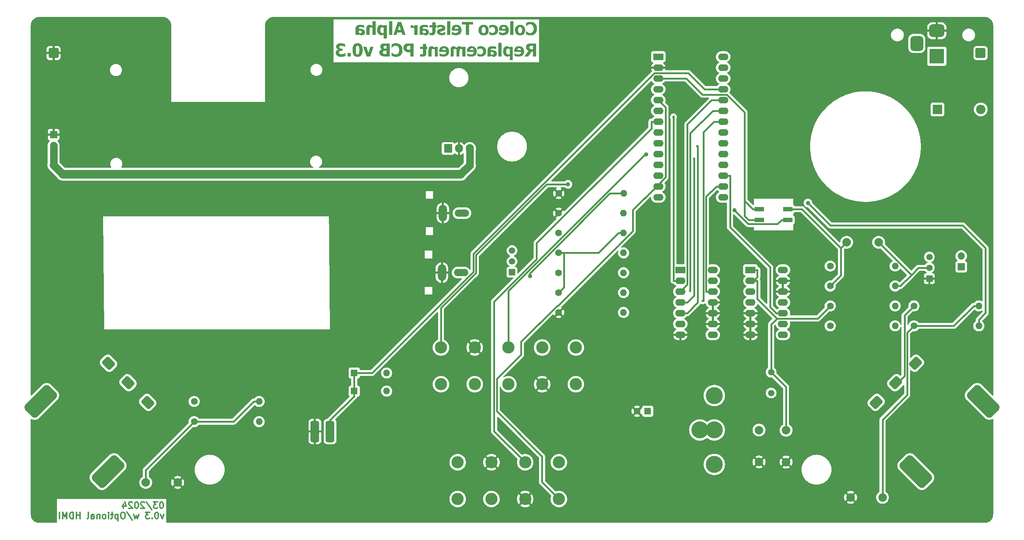
<source format=gbr>
%TF.GenerationSoftware,KiCad,Pcbnew,7.0.10*%
%TF.CreationDate,2024-02-29T16:26:42-05:00*%
%TF.ProjectId,Telstar Alpha,54656c73-7461-4722-9041-6c7068612e6b,0.1*%
%TF.SameCoordinates,Original*%
%TF.FileFunction,Copper,L2,Bot*%
%TF.FilePolarity,Positive*%
%FSLAX46Y46*%
G04 Gerber Fmt 4.6, Leading zero omitted, Abs format (unit mm)*
G04 Created by KiCad (PCBNEW 7.0.10) date 2024-02-29 16:26:42*
%MOMM*%
%LPD*%
G01*
G04 APERTURE LIST*
G04 Aperture macros list*
%AMRoundRect*
0 Rectangle with rounded corners*
0 $1 Rounding radius*
0 $2 $3 $4 $5 $6 $7 $8 $9 X,Y pos of 4 corners*
0 Add a 4 corners polygon primitive as box body*
4,1,4,$2,$3,$4,$5,$6,$7,$8,$9,$2,$3,0*
0 Add four circle primitives for the rounded corners*
1,1,$1+$1,$2,$3*
1,1,$1+$1,$4,$5*
1,1,$1+$1,$6,$7*
1,1,$1+$1,$8,$9*
0 Add four rect primitives between the rounded corners*
20,1,$1+$1,$2,$3,$4,$5,0*
20,1,$1+$1,$4,$5,$6,$7,0*
20,1,$1+$1,$6,$7,$8,$9,0*
20,1,$1+$1,$8,$9,$2,$3,0*%
G04 Aperture macros list end*
%ADD10C,0.300000*%
%TA.AperFunction,NonConductor*%
%ADD11C,0.300000*%
%TD*%
%TA.AperFunction,ComponentPad*%
%ADD12C,2.865000*%
%TD*%
%TA.AperFunction,SMDPad,CuDef*%
%ADD13R,2.160000X1.120000*%
%TD*%
%TA.AperFunction,ComponentPad*%
%ADD14C,1.600000*%
%TD*%
%TA.AperFunction,ComponentPad*%
%ADD15O,1.600000X1.600000*%
%TD*%
%TA.AperFunction,ComponentPad*%
%ADD16O,1.950000X3.900000*%
%TD*%
%TA.AperFunction,ComponentPad*%
%ADD17O,3.400000X1.700000*%
%TD*%
%TA.AperFunction,ComponentPad*%
%ADD18R,3.500000X3.500000*%
%TD*%
%TA.AperFunction,ComponentPad*%
%ADD19RoundRect,0.750000X-1.000000X0.750000X-1.000000X-0.750000X1.000000X-0.750000X1.000000X0.750000X0*%
%TD*%
%TA.AperFunction,ComponentPad*%
%ADD20RoundRect,0.750000X-0.750000X1.000000X-0.750000X-1.000000X0.750000X-1.000000X0.750000X1.000000X0*%
%TD*%
%TA.AperFunction,ComponentPad*%
%ADD21R,1.905000X2.000000*%
%TD*%
%TA.AperFunction,ComponentPad*%
%ADD22O,1.905000X2.000000*%
%TD*%
%TA.AperFunction,ComponentPad*%
%ADD23R,2.400000X1.600000*%
%TD*%
%TA.AperFunction,ComponentPad*%
%ADD24O,2.400000X1.600000*%
%TD*%
%TA.AperFunction,ComponentPad*%
%ADD25C,2.000000*%
%TD*%
%TA.AperFunction,ComponentPad*%
%ADD26O,2.200000X2.200000*%
%TD*%
%TA.AperFunction,ComponentPad*%
%ADD27R,2.200000X2.200000*%
%TD*%
%TA.AperFunction,ComponentPad*%
%ADD28RoundRect,1.000000X-2.828427X1.414214X1.414214X-2.828427X2.828427X-1.414214X-1.414214X2.828427X0*%
%TD*%
%TA.AperFunction,ComponentPad*%
%ADD29RoundRect,0.562500X-0.176777X-0.972272X0.972272X0.176777X0.176777X0.972272X-0.972272X-0.176777X0*%
%TD*%
%TA.AperFunction,ComponentPad*%
%ADD30R,1.500000X1.500000*%
%TD*%
%TA.AperFunction,ComponentPad*%
%ADD31C,1.500000*%
%TD*%
%TA.AperFunction,ComponentPad*%
%ADD32RoundRect,0.250001X-0.899999X-0.899999X0.899999X-0.899999X0.899999X0.899999X-0.899999X0.899999X0*%
%TD*%
%TA.AperFunction,ComponentPad*%
%ADD33R,1.600000X1.600000*%
%TD*%
%TA.AperFunction,ComponentPad*%
%ADD34R,1.700000X1.700000*%
%TD*%
%TA.AperFunction,ComponentPad*%
%ADD35O,1.700000X1.700000*%
%TD*%
%TA.AperFunction,ComponentPad*%
%ADD36C,4.000000*%
%TD*%
%TA.AperFunction,ComponentPad*%
%ADD37RoundRect,0.400000X-0.600000X-2.100000X0.600000X-2.100000X0.600000X2.100000X-0.600000X2.100000X0*%
%TD*%
%TA.AperFunction,ComponentPad*%
%ADD38RoundRect,0.562500X-0.972272X0.176777X0.176777X-0.972272X0.972272X-0.176777X-0.176777X0.972272X0*%
%TD*%
%TA.AperFunction,ComponentPad*%
%ADD39RoundRect,1.000000X1.414214X2.828427X-2.828427X-1.414214X-1.414214X-2.828427X2.828427X1.414214X0*%
%TD*%
%TA.AperFunction,ViaPad*%
%ADD40C,0.500000*%
%TD*%
%TA.AperFunction,ViaPad*%
%ADD41C,1.000000*%
%TD*%
%TA.AperFunction,ViaPad*%
%ADD42C,0.600000*%
%TD*%
%TA.AperFunction,Conductor*%
%ADD43C,0.400000*%
%TD*%
%TA.AperFunction,Conductor*%
%ADD44C,1.750000*%
%TD*%
%TA.AperFunction,Conductor*%
%ADD45C,1.900000*%
%TD*%
%TA.AperFunction,Conductor*%
%ADD46C,1.800000*%
%TD*%
%TA.AperFunction,Conductor*%
%ADD47C,2.000000*%
%TD*%
G04 APERTURE END LIST*
D10*
D11*
X51759774Y-135085828D02*
X51616917Y-135085828D01*
X51616917Y-135085828D02*
X51474060Y-135157257D01*
X51474060Y-135157257D02*
X51402632Y-135228685D01*
X51402632Y-135228685D02*
X51331203Y-135371542D01*
X51331203Y-135371542D02*
X51259774Y-135657257D01*
X51259774Y-135657257D02*
X51259774Y-136014400D01*
X51259774Y-136014400D02*
X51331203Y-136300114D01*
X51331203Y-136300114D02*
X51402632Y-136442971D01*
X51402632Y-136442971D02*
X51474060Y-136514400D01*
X51474060Y-136514400D02*
X51616917Y-136585828D01*
X51616917Y-136585828D02*
X51759774Y-136585828D01*
X51759774Y-136585828D02*
X51902632Y-136514400D01*
X51902632Y-136514400D02*
X51974060Y-136442971D01*
X51974060Y-136442971D02*
X52045489Y-136300114D01*
X52045489Y-136300114D02*
X52116917Y-136014400D01*
X52116917Y-136014400D02*
X52116917Y-135657257D01*
X52116917Y-135657257D02*
X52045489Y-135371542D01*
X52045489Y-135371542D02*
X51974060Y-135228685D01*
X51974060Y-135228685D02*
X51902632Y-135157257D01*
X51902632Y-135157257D02*
X51759774Y-135085828D01*
X50759775Y-135085828D02*
X49831203Y-135085828D01*
X49831203Y-135085828D02*
X50331203Y-135657257D01*
X50331203Y-135657257D02*
X50116918Y-135657257D01*
X50116918Y-135657257D02*
X49974061Y-135728685D01*
X49974061Y-135728685D02*
X49902632Y-135800114D01*
X49902632Y-135800114D02*
X49831203Y-135942971D01*
X49831203Y-135942971D02*
X49831203Y-136300114D01*
X49831203Y-136300114D02*
X49902632Y-136442971D01*
X49902632Y-136442971D02*
X49974061Y-136514400D01*
X49974061Y-136514400D02*
X50116918Y-136585828D01*
X50116918Y-136585828D02*
X50545489Y-136585828D01*
X50545489Y-136585828D02*
X50688346Y-136514400D01*
X50688346Y-136514400D02*
X50759775Y-136442971D01*
X48116918Y-135014400D02*
X49402632Y-136942971D01*
X47688346Y-135228685D02*
X47616918Y-135157257D01*
X47616918Y-135157257D02*
X47474061Y-135085828D01*
X47474061Y-135085828D02*
X47116918Y-135085828D01*
X47116918Y-135085828D02*
X46974061Y-135157257D01*
X46974061Y-135157257D02*
X46902632Y-135228685D01*
X46902632Y-135228685D02*
X46831203Y-135371542D01*
X46831203Y-135371542D02*
X46831203Y-135514400D01*
X46831203Y-135514400D02*
X46902632Y-135728685D01*
X46902632Y-135728685D02*
X47759775Y-136585828D01*
X47759775Y-136585828D02*
X46831203Y-136585828D01*
X45902632Y-135085828D02*
X45759775Y-135085828D01*
X45759775Y-135085828D02*
X45616918Y-135157257D01*
X45616918Y-135157257D02*
X45545490Y-135228685D01*
X45545490Y-135228685D02*
X45474061Y-135371542D01*
X45474061Y-135371542D02*
X45402632Y-135657257D01*
X45402632Y-135657257D02*
X45402632Y-136014400D01*
X45402632Y-136014400D02*
X45474061Y-136300114D01*
X45474061Y-136300114D02*
X45545490Y-136442971D01*
X45545490Y-136442971D02*
X45616918Y-136514400D01*
X45616918Y-136514400D02*
X45759775Y-136585828D01*
X45759775Y-136585828D02*
X45902632Y-136585828D01*
X45902632Y-136585828D02*
X46045490Y-136514400D01*
X46045490Y-136514400D02*
X46116918Y-136442971D01*
X46116918Y-136442971D02*
X46188347Y-136300114D01*
X46188347Y-136300114D02*
X46259775Y-136014400D01*
X46259775Y-136014400D02*
X46259775Y-135657257D01*
X46259775Y-135657257D02*
X46188347Y-135371542D01*
X46188347Y-135371542D02*
X46116918Y-135228685D01*
X46116918Y-135228685D02*
X46045490Y-135157257D01*
X46045490Y-135157257D02*
X45902632Y-135085828D01*
X44831204Y-135228685D02*
X44759776Y-135157257D01*
X44759776Y-135157257D02*
X44616919Y-135085828D01*
X44616919Y-135085828D02*
X44259776Y-135085828D01*
X44259776Y-135085828D02*
X44116919Y-135157257D01*
X44116919Y-135157257D02*
X44045490Y-135228685D01*
X44045490Y-135228685D02*
X43974061Y-135371542D01*
X43974061Y-135371542D02*
X43974061Y-135514400D01*
X43974061Y-135514400D02*
X44045490Y-135728685D01*
X44045490Y-135728685D02*
X44902633Y-136585828D01*
X44902633Y-136585828D02*
X43974061Y-136585828D01*
X42688348Y-135585828D02*
X42688348Y-136585828D01*
X43045490Y-135014400D02*
X43402633Y-136085828D01*
X43402633Y-136085828D02*
X42474062Y-136085828D01*
X52188346Y-138000828D02*
X51831203Y-139000828D01*
X51831203Y-139000828D02*
X51474060Y-138000828D01*
X50616917Y-137500828D02*
X50474060Y-137500828D01*
X50474060Y-137500828D02*
X50331203Y-137572257D01*
X50331203Y-137572257D02*
X50259775Y-137643685D01*
X50259775Y-137643685D02*
X50188346Y-137786542D01*
X50188346Y-137786542D02*
X50116917Y-138072257D01*
X50116917Y-138072257D02*
X50116917Y-138429400D01*
X50116917Y-138429400D02*
X50188346Y-138715114D01*
X50188346Y-138715114D02*
X50259775Y-138857971D01*
X50259775Y-138857971D02*
X50331203Y-138929400D01*
X50331203Y-138929400D02*
X50474060Y-139000828D01*
X50474060Y-139000828D02*
X50616917Y-139000828D01*
X50616917Y-139000828D02*
X50759775Y-138929400D01*
X50759775Y-138929400D02*
X50831203Y-138857971D01*
X50831203Y-138857971D02*
X50902632Y-138715114D01*
X50902632Y-138715114D02*
X50974060Y-138429400D01*
X50974060Y-138429400D02*
X50974060Y-138072257D01*
X50974060Y-138072257D02*
X50902632Y-137786542D01*
X50902632Y-137786542D02*
X50831203Y-137643685D01*
X50831203Y-137643685D02*
X50759775Y-137572257D01*
X50759775Y-137572257D02*
X50616917Y-137500828D01*
X49474061Y-138857971D02*
X49402632Y-138929400D01*
X49402632Y-138929400D02*
X49474061Y-139000828D01*
X49474061Y-139000828D02*
X49545489Y-138929400D01*
X49545489Y-138929400D02*
X49474061Y-138857971D01*
X49474061Y-138857971D02*
X49474061Y-139000828D01*
X48902632Y-137500828D02*
X47974060Y-137500828D01*
X47974060Y-137500828D02*
X48474060Y-138072257D01*
X48474060Y-138072257D02*
X48259775Y-138072257D01*
X48259775Y-138072257D02*
X48116918Y-138143685D01*
X48116918Y-138143685D02*
X48045489Y-138215114D01*
X48045489Y-138215114D02*
X47974060Y-138357971D01*
X47974060Y-138357971D02*
X47974060Y-138715114D01*
X47974060Y-138715114D02*
X48045489Y-138857971D01*
X48045489Y-138857971D02*
X48116918Y-138929400D01*
X48116918Y-138929400D02*
X48259775Y-139000828D01*
X48259775Y-139000828D02*
X48688346Y-139000828D01*
X48688346Y-139000828D02*
X48831203Y-138929400D01*
X48831203Y-138929400D02*
X48902632Y-138857971D01*
X46331204Y-138000828D02*
X46045490Y-139000828D01*
X46045490Y-139000828D02*
X45759775Y-138286542D01*
X45759775Y-138286542D02*
X45474061Y-139000828D01*
X45474061Y-139000828D02*
X45188347Y-138000828D01*
X43545489Y-137429400D02*
X44831203Y-139357971D01*
X42759774Y-137500828D02*
X42474060Y-137500828D01*
X42474060Y-137500828D02*
X42331203Y-137572257D01*
X42331203Y-137572257D02*
X42188346Y-137715114D01*
X42188346Y-137715114D02*
X42116917Y-138000828D01*
X42116917Y-138000828D02*
X42116917Y-138500828D01*
X42116917Y-138500828D02*
X42188346Y-138786542D01*
X42188346Y-138786542D02*
X42331203Y-138929400D01*
X42331203Y-138929400D02*
X42474060Y-139000828D01*
X42474060Y-139000828D02*
X42759774Y-139000828D01*
X42759774Y-139000828D02*
X42902632Y-138929400D01*
X42902632Y-138929400D02*
X43045489Y-138786542D01*
X43045489Y-138786542D02*
X43116917Y-138500828D01*
X43116917Y-138500828D02*
X43116917Y-138000828D01*
X43116917Y-138000828D02*
X43045489Y-137715114D01*
X43045489Y-137715114D02*
X42902632Y-137572257D01*
X42902632Y-137572257D02*
X42759774Y-137500828D01*
X41474060Y-138000828D02*
X41474060Y-139500828D01*
X41474060Y-138072257D02*
X41331203Y-138000828D01*
X41331203Y-138000828D02*
X41045488Y-138000828D01*
X41045488Y-138000828D02*
X40902631Y-138072257D01*
X40902631Y-138072257D02*
X40831203Y-138143685D01*
X40831203Y-138143685D02*
X40759774Y-138286542D01*
X40759774Y-138286542D02*
X40759774Y-138715114D01*
X40759774Y-138715114D02*
X40831203Y-138857971D01*
X40831203Y-138857971D02*
X40902631Y-138929400D01*
X40902631Y-138929400D02*
X41045488Y-139000828D01*
X41045488Y-139000828D02*
X41331203Y-139000828D01*
X41331203Y-139000828D02*
X41474060Y-138929400D01*
X40331202Y-138000828D02*
X39759774Y-138000828D01*
X40116917Y-137500828D02*
X40116917Y-138786542D01*
X40116917Y-138786542D02*
X40045488Y-138929400D01*
X40045488Y-138929400D02*
X39902631Y-139000828D01*
X39902631Y-139000828D02*
X39759774Y-139000828D01*
X39259774Y-139000828D02*
X39259774Y-138000828D01*
X39259774Y-137500828D02*
X39331202Y-137572257D01*
X39331202Y-137572257D02*
X39259774Y-137643685D01*
X39259774Y-137643685D02*
X39188345Y-137572257D01*
X39188345Y-137572257D02*
X39259774Y-137500828D01*
X39259774Y-137500828D02*
X39259774Y-137643685D01*
X38331202Y-139000828D02*
X38474059Y-138929400D01*
X38474059Y-138929400D02*
X38545488Y-138857971D01*
X38545488Y-138857971D02*
X38616916Y-138715114D01*
X38616916Y-138715114D02*
X38616916Y-138286542D01*
X38616916Y-138286542D02*
X38545488Y-138143685D01*
X38545488Y-138143685D02*
X38474059Y-138072257D01*
X38474059Y-138072257D02*
X38331202Y-138000828D01*
X38331202Y-138000828D02*
X38116916Y-138000828D01*
X38116916Y-138000828D02*
X37974059Y-138072257D01*
X37974059Y-138072257D02*
X37902631Y-138143685D01*
X37902631Y-138143685D02*
X37831202Y-138286542D01*
X37831202Y-138286542D02*
X37831202Y-138715114D01*
X37831202Y-138715114D02*
X37902631Y-138857971D01*
X37902631Y-138857971D02*
X37974059Y-138929400D01*
X37974059Y-138929400D02*
X38116916Y-139000828D01*
X38116916Y-139000828D02*
X38331202Y-139000828D01*
X37188345Y-138000828D02*
X37188345Y-139000828D01*
X37188345Y-138143685D02*
X37116916Y-138072257D01*
X37116916Y-138072257D02*
X36974059Y-138000828D01*
X36974059Y-138000828D02*
X36759773Y-138000828D01*
X36759773Y-138000828D02*
X36616916Y-138072257D01*
X36616916Y-138072257D02*
X36545488Y-138215114D01*
X36545488Y-138215114D02*
X36545488Y-139000828D01*
X35188345Y-139000828D02*
X35188345Y-138215114D01*
X35188345Y-138215114D02*
X35259773Y-138072257D01*
X35259773Y-138072257D02*
X35402630Y-138000828D01*
X35402630Y-138000828D02*
X35688345Y-138000828D01*
X35688345Y-138000828D02*
X35831202Y-138072257D01*
X35188345Y-138929400D02*
X35331202Y-139000828D01*
X35331202Y-139000828D02*
X35688345Y-139000828D01*
X35688345Y-139000828D02*
X35831202Y-138929400D01*
X35831202Y-138929400D02*
X35902630Y-138786542D01*
X35902630Y-138786542D02*
X35902630Y-138643685D01*
X35902630Y-138643685D02*
X35831202Y-138500828D01*
X35831202Y-138500828D02*
X35688345Y-138429400D01*
X35688345Y-138429400D02*
X35331202Y-138429400D01*
X35331202Y-138429400D02*
X35188345Y-138357971D01*
X34259773Y-139000828D02*
X34402630Y-138929400D01*
X34402630Y-138929400D02*
X34474059Y-138786542D01*
X34474059Y-138786542D02*
X34474059Y-137500828D01*
X32545488Y-139000828D02*
X32545488Y-137500828D01*
X32545488Y-138215114D02*
X31688345Y-138215114D01*
X31688345Y-139000828D02*
X31688345Y-137500828D01*
X30974059Y-139000828D02*
X30974059Y-137500828D01*
X30974059Y-137500828D02*
X30616916Y-137500828D01*
X30616916Y-137500828D02*
X30402630Y-137572257D01*
X30402630Y-137572257D02*
X30259773Y-137715114D01*
X30259773Y-137715114D02*
X30188344Y-137857971D01*
X30188344Y-137857971D02*
X30116916Y-138143685D01*
X30116916Y-138143685D02*
X30116916Y-138357971D01*
X30116916Y-138357971D02*
X30188344Y-138643685D01*
X30188344Y-138643685D02*
X30259773Y-138786542D01*
X30259773Y-138786542D02*
X30402630Y-138929400D01*
X30402630Y-138929400D02*
X30616916Y-139000828D01*
X30616916Y-139000828D02*
X30974059Y-139000828D01*
X29474059Y-139000828D02*
X29474059Y-137500828D01*
X29474059Y-137500828D02*
X28974059Y-138572257D01*
X28974059Y-138572257D02*
X28474059Y-137500828D01*
X28474059Y-137500828D02*
X28474059Y-139000828D01*
X27759773Y-139000828D02*
X27759773Y-137500828D01*
D10*
D11*
G36*
X138359420Y-25343789D02*
G01*
X138402327Y-25343382D01*
X138444677Y-25342160D01*
X138486471Y-25340124D01*
X138527707Y-25337274D01*
X138568387Y-25333610D01*
X138608511Y-25329131D01*
X138648077Y-25323838D01*
X138687087Y-25317731D01*
X138725541Y-25310810D01*
X138763437Y-25303074D01*
X138800777Y-25294523D01*
X138837560Y-25285159D01*
X138873786Y-25274980D01*
X138909456Y-25263987D01*
X138944569Y-25252180D01*
X138979125Y-25239558D01*
X139013125Y-25226122D01*
X139046568Y-25211872D01*
X139079454Y-25196807D01*
X139111784Y-25180928D01*
X139143556Y-25164235D01*
X139174773Y-25146728D01*
X139205432Y-25128406D01*
X139235535Y-25109270D01*
X139265081Y-25089319D01*
X139294070Y-25068555D01*
X139322503Y-25046976D01*
X139350378Y-25024582D01*
X139377698Y-25001375D01*
X139404460Y-24977353D01*
X139430666Y-24952517D01*
X139456315Y-24926866D01*
X139481289Y-24900431D01*
X139505471Y-24873334D01*
X139528859Y-24845574D01*
X139551455Y-24817152D01*
X139573258Y-24788066D01*
X139594268Y-24758319D01*
X139614486Y-24727908D01*
X139633910Y-24696835D01*
X139652542Y-24665100D01*
X139670380Y-24632701D01*
X139687426Y-24599641D01*
X139703679Y-24565917D01*
X139719140Y-24531531D01*
X139733807Y-24496483D01*
X139747682Y-24460771D01*
X139760764Y-24424398D01*
X139773053Y-24387361D01*
X139784549Y-24349662D01*
X139795252Y-24311301D01*
X139805162Y-24272276D01*
X139814280Y-24232589D01*
X139822605Y-24192240D01*
X139830137Y-24151228D01*
X139836876Y-24109553D01*
X139842822Y-24067216D01*
X139847976Y-24024216D01*
X139852336Y-23980554D01*
X139855904Y-23936229D01*
X139858679Y-23891241D01*
X139860661Y-23845591D01*
X139861850Y-23799278D01*
X139862247Y-23752302D01*
X139861849Y-23706979D01*
X139860658Y-23662234D01*
X139858672Y-23618067D01*
X139855892Y-23574478D01*
X139852318Y-23531468D01*
X139847950Y-23489035D01*
X139842787Y-23447181D01*
X139836830Y-23405905D01*
X139830079Y-23365207D01*
X139822533Y-23325087D01*
X139814193Y-23285546D01*
X139805059Y-23246582D01*
X139795131Y-23208197D01*
X139784408Y-23170390D01*
X139772892Y-23133161D01*
X139760580Y-23096510D01*
X139747475Y-23060438D01*
X139733575Y-23024943D01*
X139718881Y-22990027D01*
X139703393Y-22955689D01*
X139687111Y-22921929D01*
X139670034Y-22888747D01*
X139652163Y-22856144D01*
X139633498Y-22824118D01*
X139614038Y-22792671D01*
X139593785Y-22761802D01*
X139572736Y-22731511D01*
X139550894Y-22701799D01*
X139528258Y-22672664D01*
X139504827Y-22644108D01*
X139480602Y-22616129D01*
X139455582Y-22588729D01*
X139429844Y-22562042D01*
X139403553Y-22536202D01*
X139376709Y-22511209D01*
X139349314Y-22487063D01*
X139321366Y-22463765D01*
X139292865Y-22441314D01*
X139263812Y-22419710D01*
X139234207Y-22398953D01*
X139204049Y-22379043D01*
X139173339Y-22359981D01*
X139142076Y-22341766D01*
X139110261Y-22324398D01*
X139077894Y-22307877D01*
X139044974Y-22292203D01*
X139011501Y-22277377D01*
X138977477Y-22263398D01*
X138942900Y-22250266D01*
X138907770Y-22237981D01*
X138872088Y-22226544D01*
X138835854Y-22215954D01*
X138799067Y-22206211D01*
X138761728Y-22197315D01*
X138723837Y-22189266D01*
X138685393Y-22182065D01*
X138646397Y-22175711D01*
X138606848Y-22170204D01*
X138566747Y-22165544D01*
X138526093Y-22161732D01*
X138484887Y-22158767D01*
X138443129Y-22156649D01*
X138400818Y-22155378D01*
X138357955Y-22154954D01*
X138323806Y-22155134D01*
X138290326Y-22155675D01*
X138257517Y-22156577D01*
X138225377Y-22157839D01*
X138193907Y-22159462D01*
X138163106Y-22161446D01*
X138132976Y-22163790D01*
X138103515Y-22166495D01*
X138065276Y-22170662D01*
X138028227Y-22175471D01*
X137991785Y-22180863D01*
X137955733Y-22186782D01*
X137920069Y-22193228D01*
X137884795Y-22200200D01*
X137849911Y-22207699D01*
X137815415Y-22215725D01*
X137781309Y-22224277D01*
X137747592Y-22233356D01*
X137714383Y-22243528D01*
X137680244Y-22254808D01*
X137652263Y-22264632D01*
X137623686Y-22275165D01*
X137594515Y-22286407D01*
X137564748Y-22298360D01*
X137534385Y-22311022D01*
X137518981Y-22317620D01*
X137488767Y-22330763D01*
X137460042Y-22343449D01*
X137432805Y-22355676D01*
X137400852Y-22370316D01*
X137371224Y-22384241D01*
X137343922Y-22397450D01*
X137318946Y-22409944D01*
X137318946Y-23139741D01*
X137397348Y-23139741D01*
X137419235Y-23120086D01*
X137443132Y-23099041D01*
X137469038Y-23076604D01*
X137492161Y-23056844D01*
X137516679Y-23036117D01*
X137537299Y-23018841D01*
X137564204Y-22996720D01*
X137592254Y-22974777D01*
X137621448Y-22953014D01*
X137645628Y-22935731D01*
X137670541Y-22918564D01*
X137696186Y-22901511D01*
X137722565Y-22884572D01*
X137729274Y-22880355D01*
X137756362Y-22863812D01*
X137784137Y-22847886D01*
X137812599Y-22832579D01*
X137841748Y-22817890D01*
X137871583Y-22803820D01*
X137902106Y-22790367D01*
X137933316Y-22777533D01*
X137965212Y-22765317D01*
X137997464Y-22754154D01*
X138030105Y-22744480D01*
X138063135Y-22736294D01*
X138096554Y-22729596D01*
X138130362Y-22724387D01*
X138164560Y-22720666D01*
X138199147Y-22718434D01*
X138234124Y-22717690D01*
X138265203Y-22718160D01*
X138295793Y-22719570D01*
X138325894Y-22721921D01*
X138355505Y-22725212D01*
X138384626Y-22729443D01*
X138422694Y-22736547D01*
X138459891Y-22745322D01*
X138496219Y-22755769D01*
X138531676Y-22767888D01*
X138540404Y-22771179D01*
X138574831Y-22785604D01*
X138608869Y-22802503D01*
X138642517Y-22821875D01*
X138667498Y-22838026D01*
X138692259Y-22855569D01*
X138716802Y-22874502D01*
X138741126Y-22894827D01*
X138765231Y-22916542D01*
X138789117Y-22939649D01*
X138804919Y-22955826D01*
X138826122Y-22978817D01*
X138846590Y-23003276D01*
X138866325Y-23029204D01*
X138885325Y-23056600D01*
X138903591Y-23085464D01*
X138921123Y-23115796D01*
X138937920Y-23147597D01*
X138953984Y-23180866D01*
X138969313Y-23215603D01*
X138983908Y-23251809D01*
X138993230Y-23276762D01*
X139006325Y-23315324D01*
X139018132Y-23355175D01*
X139028650Y-23396314D01*
X139037881Y-23438740D01*
X139043319Y-23467740D01*
X139048185Y-23497313D01*
X139052478Y-23527458D01*
X139056199Y-23558175D01*
X139059348Y-23589465D01*
X139061924Y-23621327D01*
X139063927Y-23653762D01*
X139065358Y-23686769D01*
X139066217Y-23720349D01*
X139066503Y-23754501D01*
X139066206Y-23790407D01*
X139065313Y-23825587D01*
X139063824Y-23860039D01*
X139061741Y-23893765D01*
X139059062Y-23926763D01*
X139055787Y-23959035D01*
X139051917Y-23990579D01*
X139047452Y-24021397D01*
X139042392Y-24051487D01*
X139036736Y-24080851D01*
X139030485Y-24109487D01*
X139019992Y-24151079D01*
X139008160Y-24191035D01*
X138994988Y-24229355D01*
X138990300Y-24241765D01*
X138975593Y-24278052D01*
X138960049Y-24313000D01*
X138943668Y-24346608D01*
X138926449Y-24378877D01*
X138908394Y-24409806D01*
X138889501Y-24439396D01*
X138869771Y-24467646D01*
X138849204Y-24494556D01*
X138827799Y-24520127D01*
X138805558Y-24544359D01*
X138790265Y-24559769D01*
X138767626Y-24581178D01*
X138744498Y-24601440D01*
X138720880Y-24620556D01*
X138696773Y-24638526D01*
X138672177Y-24655350D01*
X138647091Y-24671027D01*
X138621515Y-24685557D01*
X138586653Y-24703149D01*
X138550921Y-24718702D01*
X138523551Y-24729030D01*
X138486743Y-24741223D01*
X138449958Y-24751790D01*
X138413196Y-24760731D01*
X138376456Y-24768047D01*
X138339740Y-24773737D01*
X138303046Y-24777802D01*
X138266375Y-24780240D01*
X138229727Y-24781053D01*
X138191854Y-24780240D01*
X138154439Y-24777802D01*
X138117482Y-24773737D01*
X138080983Y-24768047D01*
X138044942Y-24760731D01*
X138009359Y-24751790D01*
X137974234Y-24741223D01*
X137939567Y-24729030D01*
X137905632Y-24715840D01*
X137873072Y-24702285D01*
X137841885Y-24688363D01*
X137812072Y-24674075D01*
X137783633Y-24659420D01*
X137756568Y-24644399D01*
X137730877Y-24629012D01*
X137706559Y-24613258D01*
X137681120Y-24596909D01*
X137656459Y-24580469D01*
X137626728Y-24559789D01*
X137598213Y-24538967D01*
X137570914Y-24518001D01*
X137544832Y-24496892D01*
X137524842Y-24479902D01*
X137500861Y-24458983D01*
X137477916Y-24438815D01*
X137451753Y-24415605D01*
X137427083Y-24393477D01*
X137403908Y-24372431D01*
X137389288Y-24359002D01*
X137318946Y-24359002D01*
X137318946Y-25080006D01*
X137345940Y-25092640D01*
X137374258Y-25105809D01*
X137403900Y-25119516D01*
X137434866Y-25133759D01*
X137467155Y-25148539D01*
X137493940Y-25160749D01*
X137514584Y-25170132D01*
X137542520Y-25182359D01*
X137570638Y-25194129D01*
X137598940Y-25205440D01*
X137627424Y-25216294D01*
X137656092Y-25226690D01*
X137684944Y-25236627D01*
X137713978Y-25246107D01*
X137743196Y-25255129D01*
X137778996Y-25265616D01*
X137814224Y-25275462D01*
X137848880Y-25284667D01*
X137882964Y-25293230D01*
X137916474Y-25301153D01*
X137949413Y-25308435D01*
X137981779Y-25315075D01*
X138013572Y-25321074D01*
X138046385Y-25326398D01*
X138082174Y-25331012D01*
X138120940Y-25334916D01*
X138151968Y-25337378D01*
X138184670Y-25339441D01*
X138219047Y-25341105D01*
X138255098Y-25342369D01*
X138292824Y-25343234D01*
X138332223Y-25343700D01*
X138359420Y-25343789D01*
G37*
G36*
X135931141Y-22858696D02*
G01*
X135965802Y-22859664D01*
X135999971Y-22861278D01*
X136033648Y-22863537D01*
X136066833Y-22866441D01*
X136099525Y-22869991D01*
X136131725Y-22874187D01*
X136163433Y-22879027D01*
X136194648Y-22884513D01*
X136225371Y-22890645D01*
X136255602Y-22897422D01*
X136285341Y-22904845D01*
X136314587Y-22912912D01*
X136343341Y-22921626D01*
X136371602Y-22930985D01*
X136399371Y-22940989D01*
X136453433Y-22962933D01*
X136505525Y-22987460D01*
X136555649Y-23014568D01*
X136603803Y-23044258D01*
X136649988Y-23076529D01*
X136694203Y-23111382D01*
X136736449Y-23148817D01*
X136776727Y-23188834D01*
X136814791Y-23231040D01*
X136850400Y-23275227D01*
X136883553Y-23321395D01*
X136914251Y-23369543D01*
X136942492Y-23419672D01*
X136968278Y-23471782D01*
X136980250Y-23498579D01*
X136991608Y-23525872D01*
X137002352Y-23553660D01*
X137012482Y-23581943D01*
X137021998Y-23610721D01*
X137030900Y-23639995D01*
X137039189Y-23669763D01*
X137046863Y-23700027D01*
X137053923Y-23730786D01*
X137060370Y-23762040D01*
X137066202Y-23793789D01*
X137071421Y-23826033D01*
X137076026Y-23858773D01*
X137080016Y-23892007D01*
X137083393Y-23925737D01*
X137086156Y-23959962D01*
X137088304Y-23994682D01*
X137089839Y-24029898D01*
X137090760Y-24065608D01*
X137091067Y-24101814D01*
X137090760Y-24137662D01*
X137089839Y-24173032D01*
X137088304Y-24207924D01*
X137086156Y-24242337D01*
X137083393Y-24276273D01*
X137080016Y-24309731D01*
X137076026Y-24342711D01*
X137071421Y-24375213D01*
X137066202Y-24407237D01*
X137060370Y-24438783D01*
X137053923Y-24469851D01*
X137046863Y-24500441D01*
X137039189Y-24530553D01*
X137030900Y-24560187D01*
X137021998Y-24589343D01*
X137012482Y-24618021D01*
X137002352Y-24646221D01*
X136991608Y-24673943D01*
X136980250Y-24701187D01*
X136968278Y-24727953D01*
X136942492Y-24780051D01*
X136914251Y-24830238D01*
X136883553Y-24878512D01*
X136850400Y-24924874D01*
X136814791Y-24969324D01*
X136776727Y-25011863D01*
X136736449Y-25052057D01*
X136694203Y-25089658D01*
X136649988Y-25124666D01*
X136603803Y-25157080D01*
X136555649Y-25186902D01*
X136505525Y-25214130D01*
X136453433Y-25238765D01*
X136399371Y-25260807D01*
X136371602Y-25270856D01*
X136343341Y-25280256D01*
X136314587Y-25289008D01*
X136285341Y-25297112D01*
X136255602Y-25304567D01*
X136225371Y-25311374D01*
X136194648Y-25317533D01*
X136163433Y-25323043D01*
X136131725Y-25327906D01*
X136099525Y-25332119D01*
X136066833Y-25335685D01*
X136033648Y-25338602D01*
X135999971Y-25340871D01*
X135965802Y-25342492D01*
X135931141Y-25343465D01*
X135895987Y-25343789D01*
X135860520Y-25343465D01*
X135825559Y-25342492D01*
X135791105Y-25340871D01*
X135757158Y-25338602D01*
X135723717Y-25335685D01*
X135690783Y-25332119D01*
X135658355Y-25327906D01*
X135626434Y-25323043D01*
X135595020Y-25317533D01*
X135564112Y-25311374D01*
X135533711Y-25304567D01*
X135503817Y-25297112D01*
X135474429Y-25289008D01*
X135445548Y-25280256D01*
X135417173Y-25270856D01*
X135389305Y-25260807D01*
X135335089Y-25238765D01*
X135282899Y-25214130D01*
X135232736Y-25186902D01*
X135184599Y-25157080D01*
X135138489Y-25124666D01*
X135094405Y-25089658D01*
X135052347Y-25052057D01*
X135012316Y-25011863D01*
X134993112Y-24990833D01*
X134956533Y-24947338D01*
X134922392Y-24901932D01*
X134890691Y-24854614D01*
X134861427Y-24805384D01*
X134834602Y-24754241D01*
X134810216Y-24701187D01*
X134798938Y-24673943D01*
X134788269Y-24646221D01*
X134778210Y-24618021D01*
X134768760Y-24589343D01*
X134759920Y-24560187D01*
X134751690Y-24530553D01*
X134744069Y-24500441D01*
X134737058Y-24469851D01*
X134730657Y-24438783D01*
X134724865Y-24407237D01*
X134719683Y-24375213D01*
X134715110Y-24342711D01*
X134711148Y-24309731D01*
X134707795Y-24276273D01*
X134705051Y-24242337D01*
X134702917Y-24207924D01*
X134701393Y-24173032D01*
X134700479Y-24137662D01*
X134700211Y-24106210D01*
X135440230Y-24106210D01*
X135440520Y-24147531D01*
X135441389Y-24187140D01*
X135442838Y-24225035D01*
X135444867Y-24261217D01*
X135447475Y-24295686D01*
X135450663Y-24328442D01*
X135454430Y-24359485D01*
X135458777Y-24388814D01*
X135465475Y-24425256D01*
X135473203Y-24458653D01*
X135475293Y-24466585D01*
X135484258Y-24497582D01*
X135494184Y-24527413D01*
X135505072Y-24556075D01*
X135516922Y-24583569D01*
X135533086Y-24616295D01*
X135550753Y-24647196D01*
X135569923Y-24676273D01*
X135583867Y-24694729D01*
X135606931Y-24720180D01*
X135632571Y-24742951D01*
X135660787Y-24763044D01*
X135686268Y-24777742D01*
X135713538Y-24790579D01*
X135730273Y-24797257D01*
X135758051Y-24806928D01*
X135791195Y-24816124D01*
X135824134Y-24822693D01*
X135856866Y-24826634D01*
X135889392Y-24827948D01*
X135902421Y-24827802D01*
X135934392Y-24826160D01*
X135965505Y-24822693D01*
X135995758Y-24817401D01*
X136025153Y-24810285D01*
X136053690Y-24801344D01*
X136081367Y-24790579D01*
X136107671Y-24777599D01*
X136137347Y-24759189D01*
X136164961Y-24737688D01*
X136186399Y-24717409D01*
X136206406Y-24694983D01*
X136224982Y-24670411D01*
X136228442Y-24665367D01*
X136245144Y-24638580D01*
X136260843Y-24609182D01*
X136275540Y-24577172D01*
X136286577Y-24549683D01*
X136296973Y-24520522D01*
X136306727Y-24489691D01*
X136315840Y-24457187D01*
X136324084Y-24422371D01*
X136331228Y-24384968D01*
X136335864Y-24355217D01*
X136339883Y-24324011D01*
X136343283Y-24291349D01*
X136346065Y-24257232D01*
X136348229Y-24221660D01*
X136349775Y-24184632D01*
X136350702Y-24146149D01*
X136351011Y-24106210D01*
X136350976Y-24092727D01*
X136350439Y-24053145D01*
X136349258Y-24014863D01*
X136347434Y-23977883D01*
X136344965Y-23942203D01*
X136341852Y-23907824D01*
X136338096Y-23874746D01*
X136333695Y-23842969D01*
X136328650Y-23812493D01*
X136322962Y-23783317D01*
X136314375Y-23746441D01*
X136309606Y-23728818D01*
X136299486Y-23694998D01*
X136288586Y-23663078D01*
X136276908Y-23633059D01*
X136264452Y-23604941D01*
X136251217Y-23578723D01*
X136233579Y-23548623D01*
X136214724Y-23521493D01*
X136198054Y-23500759D01*
X136176702Y-23477321D01*
X136154778Y-23456638D01*
X136127712Y-23435455D01*
X136099823Y-23418238D01*
X136071109Y-23404989D01*
X136056248Y-23399489D01*
X136025559Y-23390113D01*
X135993582Y-23382900D01*
X135960317Y-23377851D01*
X135925765Y-23374966D01*
X135895987Y-23374214D01*
X135870525Y-23374764D01*
X135839727Y-23376997D01*
X135810075Y-23380946D01*
X135776003Y-23387953D01*
X135743579Y-23397433D01*
X135712805Y-23409385D01*
X135683146Y-23424180D01*
X135654622Y-23442736D01*
X135631717Y-23461072D01*
X135609599Y-23482020D01*
X135588268Y-23505580D01*
X135567725Y-23531751D01*
X135560406Y-23542502D01*
X135542986Y-23571281D01*
X135526818Y-23602780D01*
X135514785Y-23629937D01*
X135503554Y-23658834D01*
X135493124Y-23689471D01*
X135483495Y-23721848D01*
X135474668Y-23755966D01*
X135472549Y-23764782D01*
X135464747Y-23801418D01*
X135459601Y-23830338D01*
X135455061Y-23860494D01*
X135451126Y-23891887D01*
X135447797Y-23924516D01*
X135445073Y-23958382D01*
X135442954Y-23993485D01*
X135441441Y-24029823D01*
X135440532Y-24067399D01*
X135440230Y-24106210D01*
X134700211Y-24106210D01*
X134700174Y-24101814D01*
X134700480Y-24065877D01*
X134701399Y-24030422D01*
X134702930Y-23995449D01*
X134705074Y-23960958D01*
X134707830Y-23926950D01*
X134711199Y-23893424D01*
X134715181Y-23860381D01*
X134719774Y-23827819D01*
X134724981Y-23795740D01*
X134730800Y-23764143D01*
X134737231Y-23733029D01*
X134744275Y-23702397D01*
X134751931Y-23672247D01*
X134760200Y-23642579D01*
X134769082Y-23613394D01*
X134778576Y-23584691D01*
X134788682Y-23556470D01*
X134799401Y-23528731D01*
X134810733Y-23501475D01*
X134822677Y-23474701D01*
X134848403Y-23422600D01*
X134876578Y-23372428D01*
X134907204Y-23324186D01*
X134940280Y-23277872D01*
X134975806Y-23233488D01*
X135013782Y-23191032D01*
X135033587Y-23170566D01*
X135074700Y-23131583D01*
X135117816Y-23095198D01*
X135162936Y-23061412D01*
X135210060Y-23030226D01*
X135259187Y-23001638D01*
X135310318Y-22975649D01*
X135363452Y-22952259D01*
X135390771Y-22941538D01*
X135418590Y-22931468D01*
X135446910Y-22922047D01*
X135475731Y-22913275D01*
X135505053Y-22905154D01*
X135534876Y-22897682D01*
X135565200Y-22890860D01*
X135596025Y-22884687D01*
X135627350Y-22879165D01*
X135659177Y-22874292D01*
X135691504Y-22870069D01*
X135724332Y-22866495D01*
X135757662Y-22863571D01*
X135791492Y-22861297D01*
X135825822Y-22859673D01*
X135860654Y-22858698D01*
X135895987Y-22858374D01*
X135931141Y-22858696D01*
G37*
G36*
X133609874Y-25250000D02*
G01*
X134330879Y-25250000D01*
X134330879Y-22061165D01*
X133609874Y-22061165D01*
X133609874Y-25250000D01*
G37*
G36*
X132033476Y-22858703D02*
G01*
X132069306Y-22859690D01*
X132104631Y-22861336D01*
X132139448Y-22863640D01*
X132173759Y-22866602D01*
X132207563Y-22870223D01*
X132240861Y-22874502D01*
X132273652Y-22879439D01*
X132305936Y-22885035D01*
X132337714Y-22891289D01*
X132368985Y-22898201D01*
X132399750Y-22905772D01*
X132430008Y-22914001D01*
X132459759Y-22922888D01*
X132489004Y-22932434D01*
X132517742Y-22942637D01*
X132545974Y-22953499D01*
X132573698Y-22965020D01*
X132600917Y-22977199D01*
X132627628Y-22990036D01*
X132653833Y-23003531D01*
X132679532Y-23017685D01*
X132729409Y-23047967D01*
X132777260Y-23080883D01*
X132823084Y-23116431D01*
X132866881Y-23154613D01*
X132908653Y-23195429D01*
X132948048Y-23238359D01*
X132984902Y-23283070D01*
X133019215Y-23329561D01*
X133050985Y-23377832D01*
X133080214Y-23427884D01*
X133106902Y-23479716D01*
X133119292Y-23506299D01*
X133131047Y-23533328D01*
X133142167Y-23560802D01*
X133152651Y-23588721D01*
X133162500Y-23617085D01*
X133171714Y-23645894D01*
X133180292Y-23675148D01*
X133188234Y-23704847D01*
X133195542Y-23734991D01*
X133202213Y-23765580D01*
X133208250Y-23796615D01*
X133213651Y-23828094D01*
X133218417Y-23860018D01*
X133222547Y-23892388D01*
X133226041Y-23925203D01*
X133228901Y-23958462D01*
X133231125Y-23992167D01*
X133232713Y-24026317D01*
X133233666Y-24060912D01*
X133233984Y-24095952D01*
X133233644Y-24131735D01*
X133232622Y-24167001D01*
X133230919Y-24201750D01*
X133228534Y-24235983D01*
X133225469Y-24269700D01*
X133221722Y-24302899D01*
X133217295Y-24335582D01*
X133212185Y-24367749D01*
X133206395Y-24399398D01*
X133199924Y-24430531D01*
X133192771Y-24461148D01*
X133184937Y-24491248D01*
X133176422Y-24520831D01*
X133167226Y-24549897D01*
X133157348Y-24578447D01*
X133146789Y-24606481D01*
X133135550Y-24633997D01*
X133123628Y-24660997D01*
X133097742Y-24713448D01*
X133069132Y-24763831D01*
X133037796Y-24812148D01*
X133003736Y-24858399D01*
X132966950Y-24902583D01*
X132927440Y-24944701D01*
X132885205Y-24984752D01*
X132863062Y-25003956D01*
X132840320Y-25022550D01*
X132816980Y-25040535D01*
X132793042Y-25057910D01*
X132768505Y-25074676D01*
X132743371Y-25090831D01*
X132717638Y-25106378D01*
X132691307Y-25121314D01*
X132664378Y-25135641D01*
X132636850Y-25149358D01*
X132608725Y-25162466D01*
X132580001Y-25174964D01*
X132550679Y-25186852D01*
X132520759Y-25198130D01*
X132490240Y-25208799D01*
X132459124Y-25218859D01*
X132427409Y-25228308D01*
X132395096Y-25237148D01*
X132362185Y-25245378D01*
X132328675Y-25252999D01*
X132294567Y-25260010D01*
X132259862Y-25266411D01*
X132224558Y-25272203D01*
X132188655Y-25277385D01*
X132152155Y-25281958D01*
X132115056Y-25285920D01*
X132077359Y-25289273D01*
X132039064Y-25292017D01*
X132000171Y-25294151D01*
X131960679Y-25295675D01*
X131920590Y-25296589D01*
X131879902Y-25296894D01*
X131846856Y-25296740D01*
X131814763Y-25296276D01*
X131783624Y-25295503D01*
X131753437Y-25294421D01*
X131714672Y-25292498D01*
X131677600Y-25290025D01*
X131642223Y-25287002D01*
X131608540Y-25283430D01*
X131576552Y-25279309D01*
X131545354Y-25274695D01*
X131514408Y-25269646D01*
X131483713Y-25264162D01*
X131453271Y-25258243D01*
X131423080Y-25251889D01*
X131393141Y-25245099D01*
X131363454Y-25237875D01*
X131334019Y-25230216D01*
X131318294Y-25226283D01*
X131288115Y-25218452D01*
X131259630Y-25210667D01*
X131226407Y-25201000D01*
X131195831Y-25191404D01*
X131162635Y-25179984D01*
X131133251Y-25168667D01*
X131119378Y-25162982D01*
X131090818Y-25151304D01*
X131061177Y-25139214D01*
X131030454Y-25126712D01*
X130998649Y-25113798D01*
X130971318Y-25102721D01*
X130971318Y-24499685D01*
X131047522Y-24499685D01*
X131066361Y-24514085D01*
X131090815Y-24531862D01*
X131117933Y-24550690D01*
X131143298Y-24567666D01*
X131170621Y-24585415D01*
X131194316Y-24600137D01*
X131223648Y-24617379D01*
X131253959Y-24634158D01*
X131279966Y-24647785D01*
X131306653Y-24661091D01*
X131334019Y-24674075D01*
X131340359Y-24677079D01*
X131372659Y-24691540D01*
X131405961Y-24705071D01*
X131440265Y-24717672D01*
X131468429Y-24727083D01*
X131497234Y-24735899D01*
X131526681Y-24744119D01*
X131556769Y-24751744D01*
X131587234Y-24758613D01*
X131617814Y-24764567D01*
X131648508Y-24769604D01*
X131679317Y-24773726D01*
X131710241Y-24776932D01*
X131741279Y-24779221D01*
X131772431Y-24780595D01*
X131803698Y-24781053D01*
X131839980Y-24780618D01*
X131875551Y-24779313D01*
X131910413Y-24777138D01*
X131944565Y-24774092D01*
X131978007Y-24770177D01*
X132010740Y-24765391D01*
X132042762Y-24759735D01*
X132074075Y-24753210D01*
X132081739Y-24751434D01*
X132111810Y-24743614D01*
X132140941Y-24734649D01*
X132169134Y-24724540D01*
X132196388Y-24713286D01*
X132229136Y-24697608D01*
X132260416Y-24680141D01*
X132290230Y-24660886D01*
X132313288Y-24644251D01*
X132340500Y-24621492D01*
X132365924Y-24596552D01*
X132389559Y-24569428D01*
X132411405Y-24540123D01*
X132427593Y-24515107D01*
X132442637Y-24488695D01*
X132446209Y-24481820D01*
X132459564Y-24453307D01*
X132471431Y-24423168D01*
X132481809Y-24391403D01*
X132490699Y-24358012D01*
X132498101Y-24322996D01*
X132504014Y-24286353D01*
X132508439Y-24248086D01*
X132510781Y-24218318D01*
X130929553Y-24218318D01*
X130929553Y-23959665D01*
X130929815Y-23926703D01*
X130930600Y-23894223D01*
X130931910Y-23862223D01*
X130933743Y-23830704D01*
X130936100Y-23799666D01*
X130936421Y-23796266D01*
X131641032Y-23796266D01*
X132512247Y-23796266D01*
X132510277Y-23769510D01*
X132505778Y-23730707D01*
X132499424Y-23693501D01*
X132491215Y-23657892D01*
X132481151Y-23623880D01*
X132469233Y-23591466D01*
X132455460Y-23560648D01*
X132439832Y-23531428D01*
X132422350Y-23503804D01*
X132403013Y-23477778D01*
X132381821Y-23453349D01*
X132366625Y-23438088D01*
X132342490Y-23417042D01*
X132316745Y-23398211D01*
X132289390Y-23381596D01*
X132260425Y-23367196D01*
X132229851Y-23355012D01*
X132197666Y-23345043D01*
X132163871Y-23337289D01*
X132128466Y-23331751D01*
X132091451Y-23328427D01*
X132052826Y-23327320D01*
X132027504Y-23327789D01*
X131991077Y-23330254D01*
X131956518Y-23334830D01*
X131923826Y-23341519D01*
X131893002Y-23350321D01*
X131864046Y-23361234D01*
X131836957Y-23374260D01*
X131803744Y-23394914D01*
X131773851Y-23419323D01*
X131747278Y-23447487D01*
X131735099Y-23462846D01*
X131718216Y-23487494D01*
X131702994Y-23514074D01*
X131689433Y-23542586D01*
X131677534Y-23573030D01*
X131667297Y-23605406D01*
X131658721Y-23639714D01*
X131651806Y-23675954D01*
X131646554Y-23714126D01*
X131642962Y-23754230D01*
X131641032Y-23796266D01*
X130936421Y-23796266D01*
X130938981Y-23769109D01*
X130942386Y-23739033D01*
X130946314Y-23709438D01*
X130955742Y-23651690D01*
X130967266Y-23595865D01*
X130980884Y-23541963D01*
X130996598Y-23489986D01*
X131014406Y-23439931D01*
X131034310Y-23391800D01*
X131056309Y-23345592D01*
X131080403Y-23301308D01*
X131106593Y-23258947D01*
X131134877Y-23218510D01*
X131165257Y-23179996D01*
X131197732Y-23143405D01*
X131232196Y-23108889D01*
X131268726Y-23076601D01*
X131307323Y-23046539D01*
X131347987Y-23018704D01*
X131390717Y-22993095D01*
X131435513Y-22969714D01*
X131482377Y-22948559D01*
X131531306Y-22929631D01*
X131582302Y-22912930D01*
X131635365Y-22898456D01*
X131690494Y-22886209D01*
X131747690Y-22876188D01*
X131777063Y-22872013D01*
X131806952Y-22868394D01*
X131837358Y-22865332D01*
X131868281Y-22862827D01*
X131899721Y-22860879D01*
X131931677Y-22859487D01*
X131964149Y-22858652D01*
X131997138Y-22858374D01*
X132033476Y-22858703D01*
G37*
G36*
X129437718Y-25296894D02*
G01*
X129473341Y-25296614D01*
X129508586Y-25295772D01*
X129543454Y-25294370D01*
X129577943Y-25292406D01*
X129612055Y-25289882D01*
X129645790Y-25286796D01*
X129679146Y-25283150D01*
X129712124Y-25278942D01*
X129744725Y-25274174D01*
X129776948Y-25268844D01*
X129808793Y-25262954D01*
X129840260Y-25256502D01*
X129871350Y-25249490D01*
X129902061Y-25241917D01*
X129932395Y-25233782D01*
X129962351Y-25225087D01*
X129991872Y-25215716D01*
X130020901Y-25205738D01*
X130049437Y-25195154D01*
X130077481Y-25183962D01*
X130105033Y-25172164D01*
X130132092Y-25159759D01*
X130158659Y-25146748D01*
X130184734Y-25133129D01*
X130222924Y-25111564D01*
X130260005Y-25088633D01*
X130295979Y-25064337D01*
X130330845Y-25038676D01*
X130364603Y-25011649D01*
X130375610Y-25002337D01*
X130407495Y-24973497D01*
X130438027Y-24943304D01*
X130467206Y-24911759D01*
X130495033Y-24878861D01*
X130521508Y-24844611D01*
X130546631Y-24809009D01*
X130570401Y-24772054D01*
X130585496Y-24746666D01*
X130599990Y-24720677D01*
X130613884Y-24694087D01*
X130627176Y-24666896D01*
X130639867Y-24639104D01*
X130645987Y-24624982D01*
X130657699Y-24596180D01*
X130668656Y-24566742D01*
X130678857Y-24536668D01*
X130688302Y-24505959D01*
X130696992Y-24474615D01*
X130704926Y-24442636D01*
X130712104Y-24410021D01*
X130718527Y-24376770D01*
X130724194Y-24342884D01*
X130729106Y-24308363D01*
X130733262Y-24273207D01*
X130736662Y-24237414D01*
X130739307Y-24200987D01*
X130741196Y-24163924D01*
X130742329Y-24126226D01*
X130742707Y-24087892D01*
X130742298Y-24046876D01*
X130741070Y-24006628D01*
X130739023Y-23967146D01*
X130736158Y-23928432D01*
X130732475Y-23890485D01*
X130727972Y-23853304D01*
X130722652Y-23816891D01*
X130716512Y-23781245D01*
X130709554Y-23746366D01*
X130701777Y-23712254D01*
X130693182Y-23678909D01*
X130683768Y-23646331D01*
X130673536Y-23614521D01*
X130662485Y-23583477D01*
X130650615Y-23553201D01*
X130637927Y-23523691D01*
X130624449Y-23494889D01*
X130610392Y-23466733D01*
X130595758Y-23439224D01*
X130580545Y-23412362D01*
X130564754Y-23386147D01*
X130548385Y-23360579D01*
X130531438Y-23335657D01*
X130513913Y-23311383D01*
X130495809Y-23287755D01*
X130477127Y-23264775D01*
X130457867Y-23242441D01*
X130438029Y-23220754D01*
X130417613Y-23199713D01*
X130385905Y-23169366D01*
X130352896Y-23140474D01*
X130319938Y-23114072D01*
X130285911Y-23088997D01*
X130250815Y-23065248D01*
X130214650Y-23042827D01*
X130177416Y-23021731D01*
X130139113Y-23001963D01*
X130099741Y-22983521D01*
X130059300Y-22966405D01*
X130031746Y-22955732D01*
X130003716Y-22945648D01*
X129975211Y-22936154D01*
X129946231Y-22927250D01*
X129916848Y-22918910D01*
X129887315Y-22911107D01*
X129857634Y-22903843D01*
X129827804Y-22897117D01*
X129797825Y-22890928D01*
X129767697Y-22885278D01*
X129737421Y-22880166D01*
X129706995Y-22875593D01*
X129676421Y-22871557D01*
X129645698Y-22868059D01*
X129614826Y-22865100D01*
X129583805Y-22862678D01*
X129552636Y-22860795D01*
X129521317Y-22859450D01*
X129489850Y-22858643D01*
X129458234Y-22858374D01*
X129422370Y-22858760D01*
X129386492Y-22859919D01*
X129350602Y-22861851D01*
X129314699Y-22864556D01*
X129278783Y-22868034D01*
X129242855Y-22872284D01*
X129206913Y-22877307D01*
X129170959Y-22883103D01*
X129134991Y-22889672D01*
X129099011Y-22897014D01*
X129075017Y-22902337D01*
X129039009Y-22911038D01*
X129002975Y-22920653D01*
X128966915Y-22931182D01*
X128930830Y-22942626D01*
X128894718Y-22954984D01*
X128858582Y-22968257D01*
X128822419Y-22982444D01*
X128786230Y-22997546D01*
X128750016Y-23013562D01*
X128713776Y-23030493D01*
X128689602Y-23042288D01*
X128689602Y-23655582D01*
X128782658Y-23655582D01*
X128805510Y-23634608D01*
X128830835Y-23612718D01*
X128855023Y-23592812D01*
X128881104Y-23572206D01*
X128888904Y-23566189D01*
X128912698Y-23548063D01*
X128937367Y-23530503D01*
X128962912Y-23513510D01*
X128989334Y-23497084D01*
X129016631Y-23481224D01*
X129025924Y-23476064D01*
X129055823Y-23460591D01*
X129087267Y-23446045D01*
X129114652Y-23434632D01*
X129143109Y-23423863D01*
X129172640Y-23413737D01*
X129203244Y-23404256D01*
X129234693Y-23395602D01*
X129267215Y-23388414D01*
X129300810Y-23382693D01*
X129335479Y-23378439D01*
X129371221Y-23375652D01*
X129400587Y-23374478D01*
X129423063Y-23374214D01*
X129457106Y-23374970D01*
X129490176Y-23377237D01*
X129522273Y-23381015D01*
X129553397Y-23386304D01*
X129583548Y-23393105D01*
X129612725Y-23401417D01*
X129640930Y-23411240D01*
X129668161Y-23422575D01*
X129707183Y-23442410D01*
X129744015Y-23465645D01*
X129778658Y-23492281D01*
X129800537Y-23511927D01*
X129821443Y-23533085D01*
X129841375Y-23555754D01*
X129850976Y-23567655D01*
X129869343Y-23592356D01*
X129886525Y-23618099D01*
X129902522Y-23644883D01*
X129917334Y-23672710D01*
X129930961Y-23701578D01*
X129943403Y-23731488D01*
X129954660Y-23762440D01*
X129964733Y-23794434D01*
X129973620Y-23827470D01*
X129981322Y-23861548D01*
X129987839Y-23896667D01*
X129993172Y-23932828D01*
X129997319Y-23970032D01*
X130000281Y-24008276D01*
X130002059Y-24047563D01*
X130002651Y-24087892D01*
X130002019Y-24130888D01*
X130000121Y-24172499D01*
X129996958Y-24212725D01*
X129992530Y-24251565D01*
X129986838Y-24289020D01*
X129979879Y-24325090D01*
X129971656Y-24359774D01*
X129962168Y-24393073D01*
X129951415Y-24424987D01*
X129939396Y-24455516D01*
X129926113Y-24484659D01*
X129911564Y-24512417D01*
X129895750Y-24538789D01*
X129878671Y-24563776D01*
X129860327Y-24587378D01*
X129840718Y-24609595D01*
X129809428Y-24640236D01*
X129776284Y-24667864D01*
X129741285Y-24692478D01*
X129704431Y-24714077D01*
X129665722Y-24732663D01*
X129625159Y-24748235D01*
X129597086Y-24756942D01*
X129568189Y-24764309D01*
X129538468Y-24770337D01*
X129507922Y-24775025D01*
X129476552Y-24778374D01*
X129444358Y-24780383D01*
X129411339Y-24781053D01*
X129377794Y-24780572D01*
X129345302Y-24779130D01*
X129313864Y-24776726D01*
X129283478Y-24773360D01*
X129254146Y-24769032D01*
X129218962Y-24762270D01*
X129185424Y-24754005D01*
X129172470Y-24750279D01*
X129140882Y-24740128D01*
X129110689Y-24729370D01*
X129081891Y-24718004D01*
X129054489Y-24706029D01*
X129023448Y-24690856D01*
X128994417Y-24674808D01*
X128968210Y-24658218D01*
X128943446Y-24641423D01*
X128916378Y-24621567D01*
X128891274Y-24601432D01*
X128871318Y-24583949D01*
X128849294Y-24563889D01*
X128825927Y-24542079D01*
X128804483Y-24521459D01*
X128782658Y-24499685D01*
X128689602Y-24499685D01*
X128689602Y-25117376D01*
X128717511Y-25129622D01*
X128747384Y-25142640D01*
X128774552Y-25154413D01*
X128803163Y-25166752D01*
X128833217Y-25179658D01*
X128863819Y-25192383D01*
X128894628Y-25204181D01*
X128925643Y-25215052D01*
X128956864Y-25224995D01*
X128988292Y-25234011D01*
X128998813Y-25236810D01*
X129031253Y-25245630D01*
X129063084Y-25253769D01*
X129094308Y-25261229D01*
X129124923Y-25268009D01*
X129154929Y-25274109D01*
X129184328Y-25279529D01*
X129195917Y-25281507D01*
X129225970Y-25285940D01*
X129258886Y-25289621D01*
X129294664Y-25292551D01*
X129325347Y-25294355D01*
X129357862Y-25295677D01*
X129392208Y-25296518D01*
X129428387Y-25296879D01*
X129437718Y-25296894D01*
G37*
G36*
X127369940Y-22858696D02*
G01*
X127404602Y-22859664D01*
X127438771Y-22861278D01*
X127472448Y-22863537D01*
X127505633Y-22866441D01*
X127538325Y-22869991D01*
X127570525Y-22874187D01*
X127602233Y-22879027D01*
X127633448Y-22884513D01*
X127664171Y-22890645D01*
X127694402Y-22897422D01*
X127724140Y-22904845D01*
X127753386Y-22912912D01*
X127782140Y-22921626D01*
X127810402Y-22930985D01*
X127838171Y-22940989D01*
X127892233Y-22962933D01*
X127944325Y-22987460D01*
X127994448Y-23014568D01*
X128042602Y-23044258D01*
X128088787Y-23076529D01*
X128133003Y-23111382D01*
X128175249Y-23148817D01*
X128215526Y-23188834D01*
X128253591Y-23231040D01*
X128289200Y-23275227D01*
X128322353Y-23321395D01*
X128353050Y-23369543D01*
X128381292Y-23419672D01*
X128407078Y-23471782D01*
X128419050Y-23498579D01*
X128430408Y-23525872D01*
X128441152Y-23553660D01*
X128451282Y-23581943D01*
X128460798Y-23610721D01*
X128469700Y-23639995D01*
X128477988Y-23669763D01*
X128485663Y-23700027D01*
X128492723Y-23730786D01*
X128499170Y-23762040D01*
X128505002Y-23793789D01*
X128510221Y-23826033D01*
X128514825Y-23858773D01*
X128518816Y-23892007D01*
X128522193Y-23925737D01*
X128524955Y-23959962D01*
X128527104Y-23994682D01*
X128528639Y-24029898D01*
X128529560Y-24065608D01*
X128529867Y-24101814D01*
X128529560Y-24137662D01*
X128528639Y-24173032D01*
X128527104Y-24207924D01*
X128524955Y-24242337D01*
X128522193Y-24276273D01*
X128518816Y-24309731D01*
X128514825Y-24342711D01*
X128510221Y-24375213D01*
X128505002Y-24407237D01*
X128499170Y-24438783D01*
X128492723Y-24469851D01*
X128485663Y-24500441D01*
X128477988Y-24530553D01*
X128469700Y-24560187D01*
X128460798Y-24589343D01*
X128451282Y-24618021D01*
X128441152Y-24646221D01*
X128430408Y-24673943D01*
X128419050Y-24701187D01*
X128407078Y-24727953D01*
X128381292Y-24780051D01*
X128353050Y-24830238D01*
X128322353Y-24878512D01*
X128289200Y-24924874D01*
X128253591Y-24969324D01*
X128215526Y-25011863D01*
X128175249Y-25052057D01*
X128133003Y-25089658D01*
X128088787Y-25124666D01*
X128042602Y-25157080D01*
X127994448Y-25186902D01*
X127944325Y-25214130D01*
X127892233Y-25238765D01*
X127838171Y-25260807D01*
X127810402Y-25270856D01*
X127782140Y-25280256D01*
X127753386Y-25289008D01*
X127724140Y-25297112D01*
X127694402Y-25304567D01*
X127664171Y-25311374D01*
X127633448Y-25317533D01*
X127602233Y-25323043D01*
X127570525Y-25327906D01*
X127538325Y-25332119D01*
X127505633Y-25335685D01*
X127472448Y-25338602D01*
X127438771Y-25340871D01*
X127404602Y-25342492D01*
X127369940Y-25343465D01*
X127334787Y-25343789D01*
X127299319Y-25343465D01*
X127264359Y-25342492D01*
X127229905Y-25340871D01*
X127195957Y-25338602D01*
X127162517Y-25335685D01*
X127129583Y-25332119D01*
X127097155Y-25327906D01*
X127065234Y-25323043D01*
X127033820Y-25317533D01*
X127002912Y-25311374D01*
X126972511Y-25304567D01*
X126942617Y-25297112D01*
X126913229Y-25289008D01*
X126884348Y-25280256D01*
X126855973Y-25270856D01*
X126828105Y-25260807D01*
X126773889Y-25238765D01*
X126721699Y-25214130D01*
X126671536Y-25186902D01*
X126623399Y-25157080D01*
X126577288Y-25124666D01*
X126533205Y-25089658D01*
X126491147Y-25052057D01*
X126451116Y-25011863D01*
X126431912Y-24990833D01*
X126395333Y-24947338D01*
X126361192Y-24901932D01*
X126329490Y-24854614D01*
X126300227Y-24805384D01*
X126273402Y-24754241D01*
X126249016Y-24701187D01*
X126237737Y-24673943D01*
X126227069Y-24646221D01*
X126217009Y-24618021D01*
X126207560Y-24589343D01*
X126198720Y-24560187D01*
X126190489Y-24530553D01*
X126182869Y-24500441D01*
X126175858Y-24469851D01*
X126169456Y-24438783D01*
X126163665Y-24407237D01*
X126158483Y-24375213D01*
X126153910Y-24342711D01*
X126149947Y-24309731D01*
X126146594Y-24276273D01*
X126143851Y-24242337D01*
X126141717Y-24207924D01*
X126140193Y-24173032D01*
X126139279Y-24137662D01*
X126139011Y-24106210D01*
X126879030Y-24106210D01*
X126879319Y-24147531D01*
X126880189Y-24187140D01*
X126881638Y-24225035D01*
X126883666Y-24261217D01*
X126886275Y-24295686D01*
X126889462Y-24328442D01*
X126893230Y-24359485D01*
X126897577Y-24388814D01*
X126904274Y-24425256D01*
X126912002Y-24458653D01*
X126914093Y-24466585D01*
X126923058Y-24497582D01*
X126932984Y-24527413D01*
X126943872Y-24556075D01*
X126955721Y-24583569D01*
X126971886Y-24616295D01*
X126989553Y-24647196D01*
X127008722Y-24676273D01*
X127022667Y-24694729D01*
X127045731Y-24720180D01*
X127071371Y-24742951D01*
X127099587Y-24763044D01*
X127125067Y-24777742D01*
X127152337Y-24790579D01*
X127169073Y-24797257D01*
X127196851Y-24806928D01*
X127229995Y-24816124D01*
X127262933Y-24822693D01*
X127295666Y-24826634D01*
X127328192Y-24827948D01*
X127341221Y-24827802D01*
X127373192Y-24826160D01*
X127404304Y-24822693D01*
X127434558Y-24817401D01*
X127463953Y-24810285D01*
X127492489Y-24801344D01*
X127520167Y-24790579D01*
X127546471Y-24777599D01*
X127576146Y-24759189D01*
X127603761Y-24737688D01*
X127625199Y-24717409D01*
X127645206Y-24694983D01*
X127663782Y-24670411D01*
X127667242Y-24665367D01*
X127683943Y-24638580D01*
X127699643Y-24609182D01*
X127714340Y-24577172D01*
X127725377Y-24549683D01*
X127735772Y-24520522D01*
X127745527Y-24489691D01*
X127754640Y-24457187D01*
X127762883Y-24422371D01*
X127770027Y-24384968D01*
X127774664Y-24355217D01*
X127778683Y-24324011D01*
X127782083Y-24291349D01*
X127784865Y-24257232D01*
X127787029Y-24221660D01*
X127788575Y-24184632D01*
X127789502Y-24146149D01*
X127789811Y-24106210D01*
X127789775Y-24092727D01*
X127789239Y-24053145D01*
X127788058Y-24014863D01*
X127786233Y-23977883D01*
X127783765Y-23942203D01*
X127780652Y-23907824D01*
X127776895Y-23874746D01*
X127772495Y-23842969D01*
X127767450Y-23812493D01*
X127761761Y-23783317D01*
X127753175Y-23746441D01*
X127748406Y-23728818D01*
X127738285Y-23694998D01*
X127727386Y-23663078D01*
X127715708Y-23633059D01*
X127703252Y-23604941D01*
X127690017Y-23578723D01*
X127672378Y-23548623D01*
X127653524Y-23521493D01*
X127636854Y-23500759D01*
X127615502Y-23477321D01*
X127593577Y-23456638D01*
X127566512Y-23435455D01*
X127538623Y-23418238D01*
X127509909Y-23404989D01*
X127495047Y-23399489D01*
X127464359Y-23390113D01*
X127432382Y-23382900D01*
X127399117Y-23377851D01*
X127364564Y-23374966D01*
X127334787Y-23374214D01*
X127309324Y-23374764D01*
X127278527Y-23376997D01*
X127248874Y-23380946D01*
X127214802Y-23387953D01*
X127182379Y-23397433D01*
X127151605Y-23409385D01*
X127121946Y-23424180D01*
X127093421Y-23442736D01*
X127070516Y-23461072D01*
X127048399Y-23482020D01*
X127027068Y-23505580D01*
X127006524Y-23531751D01*
X126999206Y-23542502D01*
X126981785Y-23571281D01*
X126965617Y-23602780D01*
X126953585Y-23629937D01*
X126942353Y-23658834D01*
X126931923Y-23689471D01*
X126922295Y-23721848D01*
X126913468Y-23755966D01*
X126911349Y-23764782D01*
X126903547Y-23801418D01*
X126898401Y-23830338D01*
X126893861Y-23860494D01*
X126889926Y-23891887D01*
X126886597Y-23924516D01*
X126883872Y-23958382D01*
X126881754Y-23993485D01*
X126880240Y-24029823D01*
X126879332Y-24067399D01*
X126879030Y-24106210D01*
X126139011Y-24106210D01*
X126138974Y-24101814D01*
X126139280Y-24065877D01*
X126140199Y-24030422D01*
X126141730Y-23995449D01*
X126143874Y-23960958D01*
X126146630Y-23926950D01*
X126149999Y-23893424D01*
X126153980Y-23860381D01*
X126158574Y-23827819D01*
X126163781Y-23795740D01*
X126169599Y-23764143D01*
X126176031Y-23733029D01*
X126183075Y-23702397D01*
X126190731Y-23672247D01*
X126199000Y-23642579D01*
X126207882Y-23613394D01*
X126217376Y-23584691D01*
X126227482Y-23556470D01*
X126238201Y-23528731D01*
X126249533Y-23501475D01*
X126261477Y-23474701D01*
X126287202Y-23422600D01*
X126315378Y-23372428D01*
X126346004Y-23324186D01*
X126379080Y-23277872D01*
X126414606Y-23233488D01*
X126452581Y-23191032D01*
X126472387Y-23170566D01*
X126513500Y-23131583D01*
X126556616Y-23095198D01*
X126601736Y-23061412D01*
X126648860Y-23030226D01*
X126697987Y-23001638D01*
X126749118Y-22975649D01*
X126802252Y-22952259D01*
X126829570Y-22941538D01*
X126857390Y-22931468D01*
X126885710Y-22922047D01*
X126914531Y-22913275D01*
X126943853Y-22905154D01*
X126973676Y-22897682D01*
X127004000Y-22890860D01*
X127034824Y-22884687D01*
X127066150Y-22879165D01*
X127097977Y-22874292D01*
X127130304Y-22870069D01*
X127163132Y-22866495D01*
X127196461Y-22863571D01*
X127230291Y-22861297D01*
X127264622Y-22859673D01*
X127299454Y-22858698D01*
X127334787Y-22858374D01*
X127369940Y-22858696D01*
G37*
G36*
X123910746Y-25250000D02*
G01*
X123910746Y-22764584D01*
X124817864Y-22764584D01*
X124817864Y-22201849D01*
X122233531Y-22201849D01*
X122233531Y-22764584D01*
X123140648Y-22764584D01*
X123140648Y-25250000D01*
X123910746Y-25250000D01*
G37*
G36*
X120939966Y-22858703D02*
G01*
X120975796Y-22859690D01*
X121011120Y-22861336D01*
X121045938Y-22863640D01*
X121080249Y-22866602D01*
X121114053Y-22870223D01*
X121147351Y-22874502D01*
X121180142Y-22879439D01*
X121212426Y-22885035D01*
X121244204Y-22891289D01*
X121275475Y-22898201D01*
X121306240Y-22905772D01*
X121336498Y-22914001D01*
X121366249Y-22922888D01*
X121395494Y-22932434D01*
X121424232Y-22942637D01*
X121452463Y-22953499D01*
X121480188Y-22965020D01*
X121507407Y-22977199D01*
X121534118Y-22990036D01*
X121560323Y-23003531D01*
X121586022Y-23017685D01*
X121635899Y-23047967D01*
X121683749Y-23080883D01*
X121729574Y-23116431D01*
X121773371Y-23154613D01*
X121815143Y-23195429D01*
X121854538Y-23238359D01*
X121891392Y-23283070D01*
X121925704Y-23329561D01*
X121957475Y-23377832D01*
X121986704Y-23427884D01*
X122013391Y-23479716D01*
X122025782Y-23506299D01*
X122037537Y-23533328D01*
X122048657Y-23560802D01*
X122059141Y-23588721D01*
X122068990Y-23617085D01*
X122078204Y-23645894D01*
X122086782Y-23675148D01*
X122094724Y-23704847D01*
X122102032Y-23734991D01*
X122108703Y-23765580D01*
X122114740Y-23796615D01*
X122120141Y-23828094D01*
X122124906Y-23860018D01*
X122129037Y-23892388D01*
X122132531Y-23925203D01*
X122135391Y-23958462D01*
X122137615Y-23992167D01*
X122139203Y-24026317D01*
X122140156Y-24060912D01*
X122140474Y-24095952D01*
X122140133Y-24131735D01*
X122139112Y-24167001D01*
X122137409Y-24201750D01*
X122135024Y-24235983D01*
X122131959Y-24269700D01*
X122128212Y-24302899D01*
X122123784Y-24335582D01*
X122118675Y-24367749D01*
X122112885Y-24399398D01*
X122106414Y-24430531D01*
X122099261Y-24461148D01*
X122091427Y-24491248D01*
X122082912Y-24520831D01*
X122073716Y-24549897D01*
X122063838Y-24578447D01*
X122053279Y-24606481D01*
X122042039Y-24633997D01*
X122030118Y-24660997D01*
X122004232Y-24713448D01*
X121975622Y-24763831D01*
X121944286Y-24812148D01*
X121910226Y-24858399D01*
X121873440Y-24902583D01*
X121833930Y-24944701D01*
X121791695Y-24984752D01*
X121769552Y-25003956D01*
X121746810Y-25022550D01*
X121723470Y-25040535D01*
X121699532Y-25057910D01*
X121674995Y-25074676D01*
X121649861Y-25090831D01*
X121624128Y-25106378D01*
X121597797Y-25121314D01*
X121570868Y-25135641D01*
X121543340Y-25149358D01*
X121515215Y-25162466D01*
X121486491Y-25174964D01*
X121457169Y-25186852D01*
X121427249Y-25198130D01*
X121396730Y-25208799D01*
X121365614Y-25218859D01*
X121333899Y-25228308D01*
X121301586Y-25237148D01*
X121268674Y-25245378D01*
X121235165Y-25252999D01*
X121201057Y-25260010D01*
X121166352Y-25266411D01*
X121131047Y-25272203D01*
X121095145Y-25277385D01*
X121058645Y-25281958D01*
X121021546Y-25285920D01*
X120983849Y-25289273D01*
X120945554Y-25292017D01*
X120906661Y-25294151D01*
X120867169Y-25295675D01*
X120827080Y-25296589D01*
X120786392Y-25296894D01*
X120753346Y-25296740D01*
X120721253Y-25296276D01*
X120690114Y-25295503D01*
X120659927Y-25294421D01*
X120621161Y-25292498D01*
X120584090Y-25290025D01*
X120548713Y-25287002D01*
X120515030Y-25283430D01*
X120483042Y-25279309D01*
X120451844Y-25274695D01*
X120420898Y-25269646D01*
X120390203Y-25264162D01*
X120359760Y-25258243D01*
X120329570Y-25251889D01*
X120299631Y-25245099D01*
X120269944Y-25237875D01*
X120240509Y-25230216D01*
X120224784Y-25226283D01*
X120194605Y-25218452D01*
X120166120Y-25210667D01*
X120132897Y-25201000D01*
X120102321Y-25191404D01*
X120069125Y-25179984D01*
X120039741Y-25168667D01*
X120025867Y-25162982D01*
X119997308Y-25151304D01*
X119967667Y-25139214D01*
X119936944Y-25126712D01*
X119905139Y-25113798D01*
X119877808Y-25102721D01*
X119877808Y-24499685D01*
X119954012Y-24499685D01*
X119972851Y-24514085D01*
X119997305Y-24531862D01*
X120024423Y-24550690D01*
X120049788Y-24567666D01*
X120077110Y-24585415D01*
X120100806Y-24600137D01*
X120130138Y-24617379D01*
X120160449Y-24634158D01*
X120186456Y-24647785D01*
X120213143Y-24661091D01*
X120240509Y-24674075D01*
X120246849Y-24677079D01*
X120279149Y-24691540D01*
X120312451Y-24705071D01*
X120346755Y-24717672D01*
X120374919Y-24727083D01*
X120403724Y-24735899D01*
X120433171Y-24744119D01*
X120463258Y-24751744D01*
X120493724Y-24758613D01*
X120524304Y-24764567D01*
X120554998Y-24769604D01*
X120585807Y-24773726D01*
X120616731Y-24776932D01*
X120647769Y-24779221D01*
X120678921Y-24780595D01*
X120710188Y-24781053D01*
X120746469Y-24780618D01*
X120782041Y-24779313D01*
X120816903Y-24777138D01*
X120851055Y-24774092D01*
X120884497Y-24770177D01*
X120917230Y-24765391D01*
X120949252Y-24759735D01*
X120980565Y-24753210D01*
X120988229Y-24751434D01*
X121018300Y-24743614D01*
X121047431Y-24734649D01*
X121075624Y-24724540D01*
X121102878Y-24713286D01*
X121135626Y-24697608D01*
X121166906Y-24680141D01*
X121196720Y-24660886D01*
X121219778Y-24644251D01*
X121246990Y-24621492D01*
X121272414Y-24596552D01*
X121296049Y-24569428D01*
X121317895Y-24540123D01*
X121334083Y-24515107D01*
X121349127Y-24488695D01*
X121352699Y-24481820D01*
X121366054Y-24453307D01*
X121377920Y-24423168D01*
X121388299Y-24391403D01*
X121397189Y-24358012D01*
X121404591Y-24322996D01*
X121410504Y-24286353D01*
X121414929Y-24248086D01*
X121417271Y-24218318D01*
X119836043Y-24218318D01*
X119836043Y-23959665D01*
X119836305Y-23926703D01*
X119837090Y-23894223D01*
X119838400Y-23862223D01*
X119840233Y-23830704D01*
X119842590Y-23799666D01*
X119842911Y-23796266D01*
X120547522Y-23796266D01*
X121418736Y-23796266D01*
X121416767Y-23769510D01*
X121412268Y-23730707D01*
X121405914Y-23693501D01*
X121397705Y-23657892D01*
X121387641Y-23623880D01*
X121375723Y-23591466D01*
X121361950Y-23560648D01*
X121346322Y-23531428D01*
X121328840Y-23503804D01*
X121309503Y-23477778D01*
X121288311Y-23453349D01*
X121273115Y-23438088D01*
X121248980Y-23417042D01*
X121223235Y-23398211D01*
X121195880Y-23381596D01*
X121166915Y-23367196D01*
X121136340Y-23355012D01*
X121104155Y-23345043D01*
X121070360Y-23337289D01*
X121034956Y-23331751D01*
X120997941Y-23328427D01*
X120959316Y-23327320D01*
X120933994Y-23327789D01*
X120897567Y-23330254D01*
X120863008Y-23334830D01*
X120830316Y-23341519D01*
X120799492Y-23350321D01*
X120770536Y-23361234D01*
X120743447Y-23374260D01*
X120710234Y-23394914D01*
X120680341Y-23419323D01*
X120653768Y-23447487D01*
X120641589Y-23462846D01*
X120624706Y-23487494D01*
X120609484Y-23514074D01*
X120595923Y-23542586D01*
X120584024Y-23573030D01*
X120573787Y-23605406D01*
X120565211Y-23639714D01*
X120558296Y-23675954D01*
X120553043Y-23714126D01*
X120549452Y-23754230D01*
X120547522Y-23796266D01*
X119842911Y-23796266D01*
X119845471Y-23769109D01*
X119848876Y-23739033D01*
X119852804Y-23709438D01*
X119862232Y-23651690D01*
X119873755Y-23595865D01*
X119887374Y-23541963D01*
X119903087Y-23489986D01*
X119920896Y-23439931D01*
X119940800Y-23391800D01*
X119962799Y-23345592D01*
X119986893Y-23301308D01*
X120013083Y-23258947D01*
X120041367Y-23218510D01*
X120071747Y-23179996D01*
X120104221Y-23143405D01*
X120138685Y-23108889D01*
X120175216Y-23076601D01*
X120213813Y-23046539D01*
X120254477Y-23018704D01*
X120297207Y-22993095D01*
X120342003Y-22969714D01*
X120388866Y-22948559D01*
X120437796Y-22929631D01*
X120488792Y-22912930D01*
X120541855Y-22898456D01*
X120596984Y-22886209D01*
X120654180Y-22876188D01*
X120683553Y-22872013D01*
X120713442Y-22868394D01*
X120743848Y-22865332D01*
X120774771Y-22862827D01*
X120806210Y-22860879D01*
X120838166Y-22859487D01*
X120870639Y-22858652D01*
X120903628Y-22858374D01*
X120939966Y-22858703D01*
G37*
G36*
X118758932Y-25250000D02*
G01*
X119479937Y-25250000D01*
X119479937Y-22061165D01*
X118758932Y-22061165D01*
X118758932Y-25250000D01*
G37*
G36*
X117508897Y-25296894D02*
G01*
X117540753Y-25296677D01*
X117572392Y-25296024D01*
X117603814Y-25294936D01*
X117635018Y-25293414D01*
X117666004Y-25291456D01*
X117696773Y-25289063D01*
X117727324Y-25286235D01*
X117757658Y-25282972D01*
X117787775Y-25279274D01*
X117817673Y-25275141D01*
X117847355Y-25270573D01*
X117876818Y-25265570D01*
X117906064Y-25260132D01*
X117935093Y-25254258D01*
X117963904Y-25247950D01*
X117992498Y-25241207D01*
X118034399Y-25230598D01*
X118074921Y-25219654D01*
X118114066Y-25208376D01*
X118151832Y-25196762D01*
X118188220Y-25184814D01*
X118223230Y-25172531D01*
X118256862Y-25159913D01*
X118289115Y-25146960D01*
X118319991Y-25133672D01*
X118349488Y-25120049D01*
X118368387Y-25110781D01*
X118368387Y-24499685D01*
X118308304Y-24499685D01*
X118281742Y-24518507D01*
X118256998Y-24535803D01*
X118230852Y-24553870D01*
X118203303Y-24572709D01*
X118191067Y-24581018D01*
X118164534Y-24597659D01*
X118134395Y-24614609D01*
X118106524Y-24628971D01*
X118076149Y-24643546D01*
X118043269Y-24658337D01*
X118015162Y-24670324D01*
X118007885Y-24673342D01*
X117975660Y-24686795D01*
X117942183Y-24699675D01*
X117914499Y-24709566D01*
X117886015Y-24719092D01*
X117856728Y-24728251D01*
X117826641Y-24737044D01*
X117795752Y-24745470D01*
X117780006Y-24749546D01*
X117747984Y-24756930D01*
X117715297Y-24763330D01*
X117681947Y-24768746D01*
X117647932Y-24773176D01*
X117613253Y-24776623D01*
X117577911Y-24779084D01*
X117541904Y-24780561D01*
X117505233Y-24781053D01*
X117467692Y-24780401D01*
X117431273Y-24778443D01*
X117395977Y-24775180D01*
X117361802Y-24770612D01*
X117328749Y-24764739D01*
X117296818Y-24757560D01*
X117266009Y-24749077D01*
X117236322Y-24739288D01*
X117209016Y-24727896D01*
X117180004Y-24711499D01*
X117156681Y-24692705D01*
X117136201Y-24666988D01*
X117123914Y-24637819D01*
X117119818Y-24605198D01*
X117122378Y-24572115D01*
X117130056Y-24542748D01*
X117145100Y-24513736D01*
X117166830Y-24489579D01*
X117173307Y-24484298D01*
X117201547Y-24466271D01*
X117233455Y-24451210D01*
X117265476Y-24438935D01*
X117294648Y-24429295D01*
X117326980Y-24419815D01*
X117362471Y-24410496D01*
X117381402Y-24405896D01*
X117413971Y-24398100D01*
X117443434Y-24391445D01*
X117475008Y-24384647D01*
X117508693Y-24377706D01*
X117544489Y-24370622D01*
X117574645Y-24364852D01*
X117590230Y-24361933D01*
X117621107Y-24355784D01*
X117651092Y-24349430D01*
X117680184Y-24342870D01*
X117715292Y-24334380D01*
X117749006Y-24325568D01*
X117781324Y-24316434D01*
X117812247Y-24306978D01*
X117845700Y-24296127D01*
X117878101Y-24284641D01*
X117909448Y-24272520D01*
X117939741Y-24259763D01*
X117968982Y-24246370D01*
X117997169Y-24232343D01*
X118024303Y-24217679D01*
X118050383Y-24202381D01*
X118075411Y-24186447D01*
X118110977Y-24161355D01*
X118144173Y-24134832D01*
X118174999Y-24106881D01*
X118203455Y-24077499D01*
X118221109Y-24057117D01*
X118245596Y-24025154D01*
X118267675Y-23991361D01*
X118287344Y-23955739D01*
X118304606Y-23918288D01*
X118319459Y-23879009D01*
X118331903Y-23837900D01*
X118341938Y-23794962D01*
X118347291Y-23765321D01*
X118351573Y-23734867D01*
X118354784Y-23703600D01*
X118356925Y-23671520D01*
X118357995Y-23638628D01*
X118358129Y-23621877D01*
X118357019Y-23583511D01*
X118353687Y-23545719D01*
X118348134Y-23508498D01*
X118340361Y-23471851D01*
X118330366Y-23435775D01*
X118318150Y-23400272D01*
X118303713Y-23365342D01*
X118287055Y-23330983D01*
X118268233Y-23297198D01*
X118247304Y-23264351D01*
X118230225Y-23240332D01*
X118211961Y-23216841D01*
X118192513Y-23193878D01*
X118171879Y-23171443D01*
X118150060Y-23149537D01*
X118127056Y-23128158D01*
X118102868Y-23107307D01*
X118077494Y-23086985D01*
X118051092Y-23067719D01*
X118023544Y-23049212D01*
X117994850Y-23031466D01*
X117965009Y-23014479D01*
X117934022Y-22998252D01*
X117901888Y-22982786D01*
X117868609Y-22968079D01*
X117834183Y-22954132D01*
X117798610Y-22940945D01*
X117761891Y-22928518D01*
X117736775Y-22920655D01*
X117698256Y-22909525D01*
X117658809Y-22899489D01*
X117618434Y-22890548D01*
X117577132Y-22882702D01*
X117534903Y-22875951D01*
X117491746Y-22870295D01*
X117462460Y-22867132D01*
X117432762Y-22864456D01*
X117402651Y-22862266D01*
X117372129Y-22860563D01*
X117341194Y-22859347D01*
X117309847Y-22858617D01*
X117278087Y-22858374D01*
X117247834Y-22858562D01*
X117217889Y-22859129D01*
X117188254Y-22860074D01*
X117158927Y-22861396D01*
X117115518Y-22864088D01*
X117072803Y-22867630D01*
X117030784Y-22872022D01*
X116989461Y-22877264D01*
X116948833Y-22883356D01*
X116908901Y-22890299D01*
X116869664Y-22898091D01*
X116831123Y-22906734D01*
X116793359Y-22915975D01*
X116756728Y-22925564D01*
X116721231Y-22935501D01*
X116686867Y-22945786D01*
X116653637Y-22956418D01*
X116621540Y-22967398D01*
X116590576Y-22978726D01*
X116560746Y-22990402D01*
X116532050Y-23002426D01*
X116504486Y-23014797D01*
X116486741Y-23023237D01*
X116486741Y-23608688D01*
X116544626Y-23608688D01*
X116571817Y-23590484D01*
X116599753Y-23573448D01*
X116628704Y-23556738D01*
X116656868Y-23541076D01*
X116661863Y-23538346D01*
X116691933Y-23522022D01*
X116721695Y-23506575D01*
X116751147Y-23492003D01*
X116780290Y-23478308D01*
X116809124Y-23465488D01*
X116818667Y-23461409D01*
X116847579Y-23449842D01*
X116877528Y-23438955D01*
X116908515Y-23428748D01*
X116940540Y-23419220D01*
X116973602Y-23410372D01*
X117007702Y-23402204D01*
X117021632Y-23399127D01*
X117056809Y-23391950D01*
X117092272Y-23385990D01*
X117128021Y-23381245D01*
X117164057Y-23377718D01*
X117200378Y-23375407D01*
X117236986Y-23374312D01*
X117251709Y-23374214D01*
X117290155Y-23374959D01*
X117327089Y-23377191D01*
X117362511Y-23380912D01*
X117396423Y-23386121D01*
X117428823Y-23392819D01*
X117459713Y-23401005D01*
X117489090Y-23410679D01*
X117516957Y-23421842D01*
X117547987Y-23437477D01*
X117573758Y-23454614D01*
X117597740Y-23477163D01*
X117614149Y-23501875D01*
X117623721Y-23533441D01*
X117624668Y-23547871D01*
X117622108Y-23580594D01*
X117614430Y-23610162D01*
X117601632Y-23636573D01*
X117583715Y-23659830D01*
X117571179Y-23671702D01*
X117546690Y-23688412D01*
X117519513Y-23702258D01*
X117486182Y-23716032D01*
X117455087Y-23727000D01*
X117420054Y-23737923D01*
X117391194Y-23746084D01*
X117360119Y-23754220D01*
X117338171Y-23759630D01*
X117308429Y-23766710D01*
X117277363Y-23773755D01*
X117244974Y-23780764D01*
X117211260Y-23787737D01*
X117176223Y-23794674D01*
X117147240Y-23800198D01*
X117124947Y-23804326D01*
X117094871Y-23809890D01*
X117065092Y-23815958D01*
X117035612Y-23822530D01*
X117006428Y-23829605D01*
X116977543Y-23837184D01*
X116948955Y-23845267D01*
X116920665Y-23853854D01*
X116892672Y-23862944D01*
X116862001Y-23873223D01*
X116832268Y-23884090D01*
X116803474Y-23895548D01*
X116775619Y-23907595D01*
X116748703Y-23920232D01*
X116710088Y-23940292D01*
X116673586Y-23961680D01*
X116639197Y-23984393D01*
X116606920Y-24008434D01*
X116576755Y-24033801D01*
X116548702Y-24060495D01*
X116522762Y-24088515D01*
X116514584Y-24098150D01*
X116491538Y-24128171D01*
X116470758Y-24159983D01*
X116452245Y-24193585D01*
X116435999Y-24228977D01*
X116422020Y-24266159D01*
X116410308Y-24305132D01*
X116400863Y-24345895D01*
X116393684Y-24388448D01*
X116390158Y-24417812D01*
X116387639Y-24447971D01*
X116386128Y-24478926D01*
X116385624Y-24510676D01*
X116386294Y-24541041D01*
X116388303Y-24571135D01*
X116391652Y-24600959D01*
X116396340Y-24630512D01*
X116402368Y-24659795D01*
X116409735Y-24688807D01*
X116418442Y-24717548D01*
X116428489Y-24746020D01*
X116439875Y-24774220D01*
X116452600Y-24802151D01*
X116461828Y-24820621D01*
X116476676Y-24847823D01*
X116492645Y-24874201D01*
X116509735Y-24899755D01*
X116527945Y-24924485D01*
X116547276Y-24948390D01*
X116567727Y-24971471D01*
X116589299Y-24993728D01*
X116611991Y-25015160D01*
X116635804Y-25035768D01*
X116660738Y-25055552D01*
X116677983Y-25068283D01*
X116706329Y-25088322D01*
X116735591Y-25107498D01*
X116765766Y-25125811D01*
X116796857Y-25143262D01*
X116828861Y-25159849D01*
X116861780Y-25175573D01*
X116895614Y-25190435D01*
X116930362Y-25204433D01*
X116966024Y-25217568D01*
X117002602Y-25229841D01*
X117027494Y-25237543D01*
X117065840Y-25248150D01*
X117105590Y-25257713D01*
X117146744Y-25266233D01*
X117189301Y-25273710D01*
X117218453Y-25278115D01*
X117248229Y-25282056D01*
X117278628Y-25285534D01*
X117309652Y-25288548D01*
X117341300Y-25291098D01*
X117373571Y-25293185D01*
X117406467Y-25294808D01*
X117439986Y-25295967D01*
X117474130Y-25296662D01*
X117508897Y-25296894D01*
G37*
G36*
X115167829Y-25296894D02*
G01*
X115222028Y-25296196D01*
X115274350Y-25294101D01*
X115324793Y-25290609D01*
X115373360Y-25285720D01*
X115420048Y-25279435D01*
X115464859Y-25271752D01*
X115507792Y-25262673D01*
X115548848Y-25252198D01*
X115588026Y-25240325D01*
X115625327Y-25227056D01*
X115660749Y-25212390D01*
X115694295Y-25196327D01*
X115725962Y-25178868D01*
X115755752Y-25160011D01*
X115783665Y-25139758D01*
X115809699Y-25118108D01*
X115834011Y-25094873D01*
X115856754Y-25069863D01*
X115877929Y-25043078D01*
X115897535Y-25014519D01*
X115915573Y-24984185D01*
X115932042Y-24952077D01*
X115946943Y-24918194D01*
X115960275Y-24882536D01*
X115972039Y-24845104D01*
X115982234Y-24805897D01*
X115990861Y-24764916D01*
X115997919Y-24722160D01*
X116003409Y-24677630D01*
X116007330Y-24631325D01*
X116009683Y-24583245D01*
X116010467Y-24533391D01*
X116010467Y-23468004D01*
X116286706Y-23468004D01*
X116286706Y-22952163D01*
X116010467Y-22952163D01*
X116010467Y-22295638D01*
X115289462Y-22295638D01*
X115289462Y-22952163D01*
X114594836Y-22952163D01*
X114594836Y-23468004D01*
X115289462Y-23468004D01*
X115289462Y-24264480D01*
X115289408Y-24300629D01*
X115289247Y-24335348D01*
X115288979Y-24368636D01*
X115288603Y-24400492D01*
X115288120Y-24430918D01*
X115287399Y-24465539D01*
X115287264Y-24471109D01*
X115285435Y-24503438D01*
X115281597Y-24534479D01*
X115275749Y-24564231D01*
X115267892Y-24592696D01*
X115256187Y-24624277D01*
X115254291Y-24628646D01*
X115239650Y-24658018D01*
X115220732Y-24684585D01*
X115197536Y-24708347D01*
X115174248Y-24726482D01*
X115152442Y-24740020D01*
X115122620Y-24753965D01*
X115094188Y-24763382D01*
X115062500Y-24770795D01*
X115027555Y-24776205D01*
X114997256Y-24779090D01*
X114964873Y-24780693D01*
X114939218Y-24781053D01*
X114908031Y-24778992D01*
X114877061Y-24773808D01*
X114847781Y-24766853D01*
X114815976Y-24757579D01*
X114787543Y-24748080D01*
X114759611Y-24737902D01*
X114729730Y-24726018D01*
X114699882Y-24712609D01*
X114672382Y-24697886D01*
X114656385Y-24687264D01*
X114594836Y-24687264D01*
X114594836Y-25227285D01*
X114624374Y-25235127D01*
X114654370Y-25242535D01*
X114684824Y-25249507D01*
X114715736Y-25256045D01*
X114747106Y-25262147D01*
X114778934Y-25267814D01*
X114811219Y-25273046D01*
X114843963Y-25277843D01*
X114877875Y-25282308D01*
X114913664Y-25286178D01*
X114951331Y-25289452D01*
X114980813Y-25291517D01*
X115011352Y-25293248D01*
X115042946Y-25294643D01*
X115075597Y-25295703D01*
X115109304Y-25296429D01*
X115144067Y-25296820D01*
X115167829Y-25296894D01*
G37*
G36*
X113490966Y-22858534D02*
G01*
X113521331Y-22859015D01*
X113551668Y-22859816D01*
X113581976Y-22860938D01*
X113612255Y-22862381D01*
X113642506Y-22864144D01*
X113672728Y-22866227D01*
X113702922Y-22868632D01*
X113733087Y-22871357D01*
X113763223Y-22874402D01*
X113793331Y-22877768D01*
X113823410Y-22881454D01*
X113853460Y-22885462D01*
X113883482Y-22889789D01*
X113913475Y-22894438D01*
X113943440Y-22899406D01*
X113972783Y-22904493D01*
X114014867Y-22911961D01*
X114054631Y-22919236D01*
X114092078Y-22926318D01*
X114127206Y-22933206D01*
X114160016Y-22939902D01*
X114190507Y-22946404D01*
X114227555Y-22954773D01*
X114260482Y-22962799D01*
X114289288Y-22970481D01*
X114289288Y-23514898D01*
X114227739Y-23514898D01*
X114207374Y-23507291D01*
X114176709Y-23496201D01*
X114145902Y-23485498D01*
X114114953Y-23475181D01*
X114083863Y-23465250D01*
X114052631Y-23455706D01*
X114021258Y-23446548D01*
X113989743Y-23437777D01*
X113958086Y-23429392D01*
X113926287Y-23421394D01*
X113894347Y-23413782D01*
X113862579Y-23406711D01*
X113831570Y-23400335D01*
X113801321Y-23394655D01*
X113771833Y-23389670D01*
X113733696Y-23384106D01*
X113696911Y-23379779D01*
X113661477Y-23376687D01*
X113627393Y-23374833D01*
X113594661Y-23374214D01*
X113577168Y-23374291D01*
X113543010Y-23374904D01*
X113509957Y-23376129D01*
X113478009Y-23377966D01*
X113447166Y-23380416D01*
X113417427Y-23383479D01*
X113374891Y-23389221D01*
X113334841Y-23396342D01*
X113297276Y-23404840D01*
X113262198Y-23414717D01*
X113229605Y-23425972D01*
X113199498Y-23438605D01*
X113171877Y-23452616D01*
X113154752Y-23462912D01*
X113123817Y-23486474D01*
X113097302Y-23513997D01*
X113075205Y-23545481D01*
X113061533Y-23571694D01*
X113050347Y-23600135D01*
X113041646Y-23630805D01*
X113035432Y-23663702D01*
X113031703Y-23698828D01*
X113030460Y-23736182D01*
X113030460Y-23749371D01*
X113069412Y-23752002D01*
X113108049Y-23754764D01*
X113146371Y-23757658D01*
X113184379Y-23760683D01*
X113222071Y-23763840D01*
X113259449Y-23767129D01*
X113296512Y-23770549D01*
X113333260Y-23774101D01*
X113369693Y-23777785D01*
X113405812Y-23781600D01*
X113441615Y-23785547D01*
X113477104Y-23789626D01*
X113512278Y-23793836D01*
X113547137Y-23798178D01*
X113581681Y-23802652D01*
X113615910Y-23807257D01*
X113649593Y-23812157D01*
X113682680Y-23817515D01*
X113715172Y-23823331D01*
X113747069Y-23829605D01*
X113778370Y-23836337D01*
X113809076Y-23843527D01*
X113839186Y-23851175D01*
X113868702Y-23859281D01*
X113897621Y-23867844D01*
X113925946Y-23876866D01*
X113967316Y-23891257D01*
X114007348Y-23906679D01*
X114046039Y-23923131D01*
X114083391Y-23940614D01*
X114107219Y-23952509D01*
X114141641Y-23971340D01*
X114174478Y-23991355D01*
X114205732Y-24012556D01*
X114235401Y-24034941D01*
X114263486Y-24058511D01*
X114289986Y-24083267D01*
X114314902Y-24109207D01*
X114338235Y-24136332D01*
X114359982Y-24164642D01*
X114380146Y-24194138D01*
X114398479Y-24224964D01*
X114415008Y-24257542D01*
X114429734Y-24291871D01*
X114442657Y-24327952D01*
X114453777Y-24365785D01*
X114463093Y-24405370D01*
X114470607Y-24446706D01*
X114476317Y-24489794D01*
X114479122Y-24519492D01*
X114481125Y-24549969D01*
X114482327Y-24581224D01*
X114482728Y-24613258D01*
X114481935Y-24652225D01*
X114479557Y-24690355D01*
X114475593Y-24727650D01*
X114470043Y-24764109D01*
X114462907Y-24799732D01*
X114454186Y-24834520D01*
X114443879Y-24868471D01*
X114431987Y-24901587D01*
X114418508Y-24933867D01*
X114403445Y-24965312D01*
X114386795Y-24995920D01*
X114368560Y-25025693D01*
X114348739Y-25054630D01*
X114327332Y-25082731D01*
X114304340Y-25109997D01*
X114279762Y-25136427D01*
X114253985Y-25161537D01*
X114227395Y-25185027D01*
X114199992Y-25206897D01*
X114171776Y-25227148D01*
X114142748Y-25245778D01*
X114112906Y-25262788D01*
X114082252Y-25278178D01*
X114050785Y-25291948D01*
X114018504Y-25304098D01*
X113985411Y-25314628D01*
X113951506Y-25323539D01*
X113916787Y-25330829D01*
X113881255Y-25336499D01*
X113844911Y-25340549D01*
X113807753Y-25342979D01*
X113769783Y-25343789D01*
X113749461Y-25343643D01*
X113710535Y-25342475D01*
X113673899Y-25340139D01*
X113639552Y-25336636D01*
X113607495Y-25331965D01*
X113577728Y-25326126D01*
X113543739Y-25317185D01*
X113513328Y-25306420D01*
X113501859Y-25301683D01*
X113473012Y-25289264D01*
X113443914Y-25276023D01*
X113414565Y-25261959D01*
X113384966Y-25247071D01*
X113355117Y-25231361D01*
X113325017Y-25214829D01*
X113300917Y-25202555D01*
X113272563Y-25187214D01*
X113246177Y-25171872D01*
X113217111Y-25153463D01*
X113190879Y-25135053D01*
X113167480Y-25116643D01*
X113156223Y-25107191D01*
X113132936Y-25087631D01*
X113108619Y-25067194D01*
X113083271Y-25045882D01*
X113056893Y-25023694D01*
X113034124Y-25004535D01*
X113034124Y-25250000D01*
X112316782Y-25250000D01*
X112316782Y-24171423D01*
X113034124Y-24171423D01*
X113034124Y-24660886D01*
X113044270Y-24670640D01*
X113070263Y-24693824D01*
X113097150Y-24715291D01*
X113124931Y-24735040D01*
X113153607Y-24753072D01*
X113183177Y-24769387D01*
X113213642Y-24783984D01*
X113225990Y-24789308D01*
X113256709Y-24801115D01*
X113287213Y-24810775D01*
X113317502Y-24818288D01*
X113347577Y-24823655D01*
X113377437Y-24826875D01*
X113407083Y-24827948D01*
X113438497Y-24827407D01*
X113468443Y-24825784D01*
X113506087Y-24821937D01*
X113541120Y-24816167D01*
X113573544Y-24808473D01*
X113603356Y-24798856D01*
X113636952Y-24784130D01*
X113666468Y-24766399D01*
X113682051Y-24753944D01*
X113704616Y-24729121D01*
X113722924Y-24699218D01*
X113734504Y-24671638D01*
X113743360Y-24640806D01*
X113749491Y-24606723D01*
X113752897Y-24569388D01*
X113753663Y-24539253D01*
X113752839Y-24511753D01*
X113749490Y-24479374D01*
X113743565Y-24449213D01*
X113733055Y-24415948D01*
X113718836Y-24385878D01*
X113700907Y-24359002D01*
X113687065Y-24342504D01*
X113663855Y-24319775D01*
X113637709Y-24299467D01*
X113608626Y-24281581D01*
X113582147Y-24268526D01*
X113553628Y-24257152D01*
X113539964Y-24252309D01*
X113505653Y-24241104D01*
X113471128Y-24231186D01*
X113436387Y-24222557D01*
X113401433Y-24215215D01*
X113366263Y-24209161D01*
X113330879Y-24204396D01*
X113301398Y-24200835D01*
X113269742Y-24197114D01*
X113235910Y-24193233D01*
X113199904Y-24189192D01*
X113161722Y-24184990D01*
X113131657Y-24181734D01*
X113100370Y-24178387D01*
X113067859Y-24174950D01*
X113034124Y-24171423D01*
X112316782Y-24171423D01*
X112316782Y-23668039D01*
X112317850Y-23617572D01*
X112321053Y-23568754D01*
X112326391Y-23521584D01*
X112333864Y-23476064D01*
X112343473Y-23432192D01*
X112355216Y-23389968D01*
X112369095Y-23349393D01*
X112385109Y-23310467D01*
X112403259Y-23273189D01*
X112423543Y-23237561D01*
X112445963Y-23203580D01*
X112470518Y-23171249D01*
X112497208Y-23140566D01*
X112526034Y-23111531D01*
X112556994Y-23084146D01*
X112590090Y-23058408D01*
X112607444Y-23046102D01*
X112644057Y-23022660D01*
X112683213Y-23000781D01*
X112724909Y-22980465D01*
X112769148Y-22961712D01*
X112815928Y-22944521D01*
X112865250Y-22928894D01*
X112917113Y-22914829D01*
X112971518Y-22902327D01*
X113028465Y-22891387D01*
X113057892Y-22886503D01*
X113087954Y-22882010D01*
X113118651Y-22877908D01*
X113149984Y-22874197D01*
X113181952Y-22870876D01*
X113214555Y-22867946D01*
X113247794Y-22865406D01*
X113281669Y-22863257D01*
X113316178Y-22861499D01*
X113351324Y-22860132D01*
X113387104Y-22859155D01*
X113423520Y-22858569D01*
X113460572Y-22858374D01*
X113490966Y-22858534D01*
G37*
G36*
X110243893Y-23608688D02*
G01*
X110303977Y-23608688D01*
X110333272Y-23595178D01*
X110361963Y-23586019D01*
X110390899Y-23579207D01*
X110423412Y-23573517D01*
X110453379Y-23569532D01*
X110484480Y-23566372D01*
X110516715Y-23564037D01*
X110550082Y-23562526D01*
X110584584Y-23561839D01*
X110596336Y-23561793D01*
X110632114Y-23562616D01*
X110668464Y-23565084D01*
X110697956Y-23568244D01*
X110727815Y-23572458D01*
X110758040Y-23577724D01*
X110788631Y-23584044D01*
X110819589Y-23591417D01*
X110835205Y-23595498D01*
X110866232Y-23603948D01*
X110897029Y-23612809D01*
X110927598Y-23622083D01*
X110957937Y-23631769D01*
X110988048Y-23641866D01*
X111017930Y-23652377D01*
X111047582Y-23663299D01*
X111077006Y-23674633D01*
X111077006Y-25250000D01*
X111798011Y-25250000D01*
X111798011Y-22952163D01*
X111077006Y-22952163D01*
X111077006Y-23288485D01*
X111053419Y-23267809D01*
X111030355Y-23248300D01*
X111004664Y-23227142D01*
X110981247Y-23208251D01*
X110956006Y-23188216D01*
X110939986Y-23175645D01*
X110912902Y-23154819D01*
X110886605Y-23135388D01*
X110861096Y-23117352D01*
X110836373Y-23100712D01*
X110807745Y-23082586D01*
X110780251Y-23066468D01*
X110749948Y-23049347D01*
X110723319Y-23035787D01*
X110695437Y-23022871D01*
X110666304Y-23010599D01*
X110635918Y-22998972D01*
X110604279Y-22987988D01*
X110597801Y-22985868D01*
X110565555Y-22976158D01*
X110533845Y-22968094D01*
X110502672Y-22961675D01*
X110472035Y-22956903D01*
X110441935Y-22953776D01*
X110412372Y-22952294D01*
X110400697Y-22952163D01*
X110370791Y-22952526D01*
X110340823Y-22953504D01*
X110322295Y-22954361D01*
X110291006Y-22955872D01*
X110259666Y-22958440D01*
X110243893Y-22960223D01*
X110243893Y-23608688D01*
G37*
G36*
X109038555Y-25250000D02*
G01*
X108265526Y-25250000D01*
X108074284Y-24640369D01*
X107109281Y-24640369D01*
X106918039Y-25250000D01*
X106124494Y-25250000D01*
X106523267Y-24077634D01*
X107278541Y-24077634D01*
X107905024Y-24077634D01*
X107591416Y-23070132D01*
X107278541Y-24077634D01*
X106523267Y-24077634D01*
X107161304Y-22201849D01*
X108001744Y-22201849D01*
X109038555Y-25250000D01*
G37*
G36*
X105153628Y-25250000D02*
G01*
X105874633Y-25250000D01*
X105874633Y-22061165D01*
X105153628Y-22061165D01*
X105153628Y-25250000D01*
G37*
G36*
X103209407Y-22858706D02*
G01*
X103248885Y-22860449D01*
X103287460Y-22863686D01*
X103325134Y-22868417D01*
X103361907Y-22874642D01*
X103397777Y-22882362D01*
X103432747Y-22891575D01*
X103466814Y-22902283D01*
X103499980Y-22914485D01*
X103532245Y-22928180D01*
X103563607Y-22943370D01*
X103584192Y-22954198D01*
X103614984Y-22971202D01*
X103645673Y-22989120D01*
X103676259Y-23007952D01*
X103706741Y-23027700D01*
X103737121Y-23048361D01*
X103767397Y-23069937D01*
X103797571Y-23092428D01*
X103827641Y-23115833D01*
X103857609Y-23140153D01*
X103887473Y-23165387D01*
X103887473Y-22952163D01*
X104608478Y-22952163D01*
X104608478Y-26094103D01*
X103887473Y-26094103D01*
X103887473Y-25134961D01*
X103869496Y-25145142D01*
X103842776Y-25159780D01*
X103816353Y-25173658D01*
X103781583Y-25190981D01*
X103747339Y-25206952D01*
X103713622Y-25221572D01*
X103680432Y-25234841D01*
X103647768Y-25246759D01*
X103615631Y-25257327D01*
X103582876Y-25266600D01*
X103548724Y-25274637D01*
X103513175Y-25281438D01*
X103476229Y-25287002D01*
X103437887Y-25291330D01*
X103408214Y-25293764D01*
X103377755Y-25295503D01*
X103346510Y-25296546D01*
X103314480Y-25296894D01*
X103263515Y-25295557D01*
X103213569Y-25291547D01*
X103164642Y-25284864D01*
X103116734Y-25275508D01*
X103069846Y-25263478D01*
X103023976Y-25248774D01*
X102979125Y-25231398D01*
X102935293Y-25211348D01*
X102892479Y-25188625D01*
X102850685Y-25163228D01*
X102809910Y-25135159D01*
X102770154Y-25104415D01*
X102731417Y-25070999D01*
X102693698Y-25034909D01*
X102656999Y-24996146D01*
X102621318Y-24954710D01*
X102604008Y-24933113D01*
X102571035Y-24888657D01*
X102540260Y-24842518D01*
X102511684Y-24794696D01*
X102485306Y-24745191D01*
X102461126Y-24694003D01*
X102439144Y-24641132D01*
X102419360Y-24586578D01*
X102410293Y-24558670D01*
X102401775Y-24530341D01*
X102393806Y-24501592D01*
X102386387Y-24472421D01*
X102379518Y-24442830D01*
X102373198Y-24412819D01*
X102367428Y-24382386D01*
X102362207Y-24351533D01*
X102357536Y-24320259D01*
X102353415Y-24288564D01*
X102349842Y-24256448D01*
X102346820Y-24223912D01*
X102344347Y-24190955D01*
X102342424Y-24157577D01*
X102341050Y-24123779D01*
X102340225Y-24089559D01*
X102340125Y-24076901D01*
X103077076Y-24076901D01*
X103077576Y-24120355D01*
X103079079Y-24162424D01*
X103081584Y-24203108D01*
X103085090Y-24242406D01*
X103089598Y-24280319D01*
X103095108Y-24316847D01*
X103101619Y-24351989D01*
X103109132Y-24385746D01*
X103117648Y-24418118D01*
X103127164Y-24449104D01*
X103137683Y-24478705D01*
X103149204Y-24506921D01*
X103161726Y-24533752D01*
X103182387Y-24571400D01*
X103205303Y-24605931D01*
X103230406Y-24637227D01*
X103257905Y-24665445D01*
X103287799Y-24690585D01*
X103320090Y-24712646D01*
X103354775Y-24731629D01*
X103391857Y-24747534D01*
X103431334Y-24760360D01*
X103473207Y-24770108D01*
X103502453Y-24774897D01*
X103532764Y-24778317D01*
X103564140Y-24780369D01*
X103596580Y-24781053D01*
X103631373Y-24780693D01*
X103664312Y-24779611D01*
X103695395Y-24777807D01*
X103729316Y-24774792D01*
X103760711Y-24770795D01*
X103765005Y-24770095D01*
X103794463Y-24764429D01*
X103826840Y-24756324D01*
X103857844Y-24746478D01*
X103887473Y-24734891D01*
X103887473Y-23547138D01*
X103875833Y-23539385D01*
X103846656Y-23521077D01*
X103817372Y-23504308D01*
X103787980Y-23489078D01*
X103758482Y-23475385D01*
X103728876Y-23463232D01*
X103699162Y-23452616D01*
X103687158Y-23448801D01*
X103657097Y-23440340D01*
X103626965Y-23433417D01*
X103596762Y-23428032D01*
X103566487Y-23424186D01*
X103536140Y-23421878D01*
X103505722Y-23421109D01*
X103478608Y-23421719D01*
X103439644Y-23424919D01*
X103402728Y-23430864D01*
X103367859Y-23439551D01*
X103335039Y-23450982D01*
X103304266Y-23465156D01*
X103275542Y-23482074D01*
X103248865Y-23501736D01*
X103224237Y-23524140D01*
X103201656Y-23549289D01*
X103181123Y-23577180D01*
X103162529Y-23607968D01*
X103145763Y-23642078D01*
X103130827Y-23679512D01*
X103117719Y-23720268D01*
X103109997Y-23749286D01*
X103103087Y-23779780D01*
X103096991Y-23811751D01*
X103091707Y-23845199D01*
X103087236Y-23880123D01*
X103083579Y-23916525D01*
X103080733Y-23954404D01*
X103078701Y-23993759D01*
X103077482Y-24034592D01*
X103077076Y-24076901D01*
X102340125Y-24076901D01*
X102339951Y-24054919D01*
X102340166Y-24020525D01*
X102340812Y-23986587D01*
X102341889Y-23953103D01*
X102343397Y-23920074D01*
X102345335Y-23887501D01*
X102347704Y-23855382D01*
X102350504Y-23823719D01*
X102353735Y-23792511D01*
X102357397Y-23761758D01*
X102361489Y-23731460D01*
X102366012Y-23701617D01*
X102370966Y-23672229D01*
X102382166Y-23614818D01*
X102395088Y-23559228D01*
X102409734Y-23505459D01*
X102426103Y-23453509D01*
X102444196Y-23403380D01*
X102464011Y-23355072D01*
X102485549Y-23308584D01*
X102508810Y-23263916D01*
X102533795Y-23221068D01*
X102560502Y-23180041D01*
X102588778Y-23141089D01*
X102618468Y-23104650D01*
X102649571Y-23070725D01*
X102682089Y-23039312D01*
X102716021Y-23010412D01*
X102751366Y-22984025D01*
X102788126Y-22960151D01*
X102826299Y-22938790D01*
X102865887Y-22919943D01*
X102906888Y-22903608D01*
X102949303Y-22889786D01*
X102993132Y-22878478D01*
X103038375Y-22869682D01*
X103085033Y-22863400D01*
X103133104Y-22859630D01*
X103182588Y-22858374D01*
X103209407Y-22858706D01*
G37*
G36*
X99796650Y-25250000D02*
G01*
X100522051Y-25250000D01*
X100522051Y-24099616D01*
X100522234Y-24064639D01*
X100522784Y-24029686D01*
X100523700Y-23994755D01*
X100524982Y-23959848D01*
X100526631Y-23924963D01*
X100528646Y-23890101D01*
X100531027Y-23855262D01*
X100533775Y-23820446D01*
X100536832Y-23786615D01*
X100540507Y-23755096D01*
X100544800Y-23725890D01*
X100551036Y-23692634D01*
X100558238Y-23662992D01*
X100568156Y-23632192D01*
X100575540Y-23614549D01*
X100590713Y-23586720D01*
X100608204Y-23562033D01*
X100631540Y-23537204D01*
X100658032Y-23516653D01*
X100683251Y-23502442D01*
X100711055Y-23490738D01*
X100742259Y-23481456D01*
X100776863Y-23474595D01*
X100808298Y-23470728D01*
X100842093Y-23468542D01*
X100870830Y-23468004D01*
X100904155Y-23469163D01*
X100937634Y-23472640D01*
X100971268Y-23478436D01*
X101005057Y-23486551D01*
X101033332Y-23495084D01*
X101050348Y-23500976D01*
X101078835Y-23512246D01*
X101107965Y-23525448D01*
X101137739Y-23540582D01*
X101168157Y-23557648D01*
X101199220Y-23576646D01*
X101224533Y-23593236D01*
X101243789Y-23606489D01*
X101243789Y-25250000D01*
X101964794Y-25250000D01*
X101964794Y-22061165D01*
X101243789Y-22061165D01*
X101243789Y-23179309D01*
X101210625Y-23151587D01*
X101177629Y-23125024D01*
X101144800Y-23099620D01*
X101112138Y-23075376D01*
X101079644Y-23052290D01*
X101047317Y-23030364D01*
X101015158Y-23009598D01*
X100983166Y-22989990D01*
X100951342Y-22971541D01*
X100919685Y-22954252D01*
X100898674Y-22943370D01*
X100866766Y-22928180D01*
X100834239Y-22914485D01*
X100801095Y-22902283D01*
X100767332Y-22891575D01*
X100732951Y-22882362D01*
X100697952Y-22874642D01*
X100662334Y-22868417D01*
X100626099Y-22863686D01*
X100589245Y-22860449D01*
X100551772Y-22858706D01*
X100526448Y-22858374D01*
X100482770Y-22859252D01*
X100440398Y-22861888D01*
X100399331Y-22866282D01*
X100359569Y-22872433D01*
X100321112Y-22880341D01*
X100283960Y-22890007D01*
X100248114Y-22901430D01*
X100213572Y-22914610D01*
X100180336Y-22929548D01*
X100148405Y-22946244D01*
X100117780Y-22964696D01*
X100088459Y-22984907D01*
X100060444Y-23006874D01*
X100033733Y-23030599D01*
X100008328Y-23056081D01*
X99984228Y-23083321D01*
X99961514Y-23112227D01*
X99940265Y-23142707D01*
X99920481Y-23174761D01*
X99902163Y-23208389D01*
X99885310Y-23243591D01*
X99869923Y-23280368D01*
X99856001Y-23318719D01*
X99843545Y-23358644D01*
X99832554Y-23400143D01*
X99823028Y-23443217D01*
X99814968Y-23487865D01*
X99808374Y-23534087D01*
X99803244Y-23581883D01*
X99799581Y-23631253D01*
X99797383Y-23682198D01*
X99796650Y-23734717D01*
X99796650Y-25250000D01*
G37*
G36*
X98458307Y-22858534D02*
G01*
X98488672Y-22859015D01*
X98519009Y-22859816D01*
X98549317Y-22860938D01*
X98579596Y-22862381D01*
X98609847Y-22864144D01*
X98640069Y-22866227D01*
X98670263Y-22868632D01*
X98700428Y-22871357D01*
X98730564Y-22874402D01*
X98760672Y-22877768D01*
X98790751Y-22881454D01*
X98820801Y-22885462D01*
X98850823Y-22889789D01*
X98880816Y-22894438D01*
X98910781Y-22899406D01*
X98940125Y-22904493D01*
X98982208Y-22911961D01*
X99021973Y-22919236D01*
X99059419Y-22926318D01*
X99094547Y-22933206D01*
X99127357Y-22939902D01*
X99157848Y-22946404D01*
X99194897Y-22954773D01*
X99227824Y-22962799D01*
X99256629Y-22970481D01*
X99256629Y-23514898D01*
X99195080Y-23514898D01*
X99174715Y-23507291D01*
X99144050Y-23496201D01*
X99113243Y-23485498D01*
X99082295Y-23475181D01*
X99051204Y-23465250D01*
X99019973Y-23455706D01*
X98988599Y-23446548D01*
X98957084Y-23437777D01*
X98925427Y-23429392D01*
X98893629Y-23421394D01*
X98861688Y-23413782D01*
X98829920Y-23406711D01*
X98798911Y-23400335D01*
X98768663Y-23394655D01*
X98739174Y-23389670D01*
X98701038Y-23384106D01*
X98664252Y-23379779D01*
X98628818Y-23376687D01*
X98594735Y-23374833D01*
X98562002Y-23374214D01*
X98544509Y-23374291D01*
X98510351Y-23374904D01*
X98477298Y-23376129D01*
X98445350Y-23377966D01*
X98414507Y-23380416D01*
X98384769Y-23383479D01*
X98342232Y-23389221D01*
X98302182Y-23396342D01*
X98264618Y-23404840D01*
X98229539Y-23414717D01*
X98196946Y-23425972D01*
X98166839Y-23438605D01*
X98139218Y-23452616D01*
X98122093Y-23462912D01*
X98091158Y-23486474D01*
X98064643Y-23513997D01*
X98042546Y-23545481D01*
X98028874Y-23571694D01*
X98017688Y-23600135D01*
X98008988Y-23630805D01*
X98002773Y-23663702D01*
X97999044Y-23698828D01*
X97997801Y-23736182D01*
X97997801Y-23749371D01*
X98036753Y-23752002D01*
X98075390Y-23754764D01*
X98113713Y-23757658D01*
X98151720Y-23760683D01*
X98189413Y-23763840D01*
X98226790Y-23767129D01*
X98263853Y-23770549D01*
X98300601Y-23774101D01*
X98337035Y-23777785D01*
X98373153Y-23781600D01*
X98408956Y-23785547D01*
X98444445Y-23789626D01*
X98479619Y-23793836D01*
X98514478Y-23798178D01*
X98549022Y-23802652D01*
X98583251Y-23807257D01*
X98616934Y-23812157D01*
X98650021Y-23817515D01*
X98682513Y-23823331D01*
X98714410Y-23829605D01*
X98745711Y-23836337D01*
X98776417Y-23843527D01*
X98806528Y-23851175D01*
X98836043Y-23859281D01*
X98864963Y-23867844D01*
X98893287Y-23876866D01*
X98934658Y-23891257D01*
X98974689Y-23906679D01*
X99013380Y-23923131D01*
X99050732Y-23940614D01*
X99074560Y-23952509D01*
X99108982Y-23971340D01*
X99141820Y-23991355D01*
X99173073Y-24012556D01*
X99202742Y-24034941D01*
X99230827Y-24058511D01*
X99257327Y-24083267D01*
X99282244Y-24109207D01*
X99305576Y-24136332D01*
X99327324Y-24164642D01*
X99347487Y-24194138D01*
X99365820Y-24224964D01*
X99382349Y-24257542D01*
X99397075Y-24291871D01*
X99409998Y-24327952D01*
X99421118Y-24365785D01*
X99430434Y-24405370D01*
X99437948Y-24446706D01*
X99443658Y-24489794D01*
X99446463Y-24519492D01*
X99448466Y-24549969D01*
X99449669Y-24581224D01*
X99450069Y-24613258D01*
X99449276Y-24652225D01*
X99446898Y-24690355D01*
X99442934Y-24727650D01*
X99437384Y-24764109D01*
X99430248Y-24799732D01*
X99421527Y-24834520D01*
X99411220Y-24868471D01*
X99399328Y-24901587D01*
X99385850Y-24933867D01*
X99370786Y-24965312D01*
X99354136Y-24995920D01*
X99335901Y-25025693D01*
X99316080Y-25054630D01*
X99294674Y-25082731D01*
X99271681Y-25109997D01*
X99247103Y-25136427D01*
X99221326Y-25161537D01*
X99194736Y-25185027D01*
X99167333Y-25206897D01*
X99139118Y-25227148D01*
X99110089Y-25245778D01*
X99080247Y-25262788D01*
X99049593Y-25278178D01*
X99018126Y-25291948D01*
X98985846Y-25304098D01*
X98952753Y-25314628D01*
X98918847Y-25323539D01*
X98884128Y-25330829D01*
X98848596Y-25336499D01*
X98812252Y-25340549D01*
X98775095Y-25342979D01*
X98737124Y-25343789D01*
X98716803Y-25343643D01*
X98677876Y-25342475D01*
X98641240Y-25340139D01*
X98606893Y-25336636D01*
X98574836Y-25331965D01*
X98545069Y-25326126D01*
X98511081Y-25317185D01*
X98480669Y-25306420D01*
X98469201Y-25301683D01*
X98440353Y-25289264D01*
X98411255Y-25276023D01*
X98381906Y-25261959D01*
X98352307Y-25247071D01*
X98322458Y-25231361D01*
X98292358Y-25214829D01*
X98268258Y-25202555D01*
X98239904Y-25187214D01*
X98213518Y-25171872D01*
X98184452Y-25153463D01*
X98158220Y-25135053D01*
X98134822Y-25116643D01*
X98123564Y-25107191D01*
X98100277Y-25087631D01*
X98075960Y-25067194D01*
X98050612Y-25045882D01*
X98024234Y-25023694D01*
X98001465Y-25004535D01*
X98001465Y-25250000D01*
X97284124Y-25250000D01*
X97284124Y-24171423D01*
X98001465Y-24171423D01*
X98001465Y-24660886D01*
X98011612Y-24670640D01*
X98037604Y-24693824D01*
X98064491Y-24715291D01*
X98092272Y-24735040D01*
X98120948Y-24753072D01*
X98150519Y-24769387D01*
X98180983Y-24783984D01*
X98193331Y-24789308D01*
X98224050Y-24801115D01*
X98254554Y-24810775D01*
X98284843Y-24818288D01*
X98314918Y-24823655D01*
X98344778Y-24826875D01*
X98374424Y-24827948D01*
X98405838Y-24827407D01*
X98435784Y-24825784D01*
X98473428Y-24821937D01*
X98508462Y-24816167D01*
X98540885Y-24808473D01*
X98570698Y-24798856D01*
X98604293Y-24784130D01*
X98633810Y-24766399D01*
X98649392Y-24753944D01*
X98671957Y-24729121D01*
X98690265Y-24699218D01*
X98701845Y-24671638D01*
X98710701Y-24640806D01*
X98716832Y-24606723D01*
X98720238Y-24569388D01*
X98721004Y-24539253D01*
X98720180Y-24511753D01*
X98716831Y-24479374D01*
X98710906Y-24449213D01*
X98700396Y-24415948D01*
X98686177Y-24385878D01*
X98668248Y-24359002D01*
X98654406Y-24342504D01*
X98631196Y-24319775D01*
X98605050Y-24299467D01*
X98575967Y-24281581D01*
X98549488Y-24268526D01*
X98520969Y-24257152D01*
X98507305Y-24252309D01*
X98472994Y-24241104D01*
X98438469Y-24231186D01*
X98403729Y-24222557D01*
X98368774Y-24215215D01*
X98333604Y-24209161D01*
X98298220Y-24204396D01*
X98268739Y-24200835D01*
X98237083Y-24197114D01*
X98203252Y-24193233D01*
X98167245Y-24189192D01*
X98129063Y-24184990D01*
X98098999Y-24181734D01*
X98067711Y-24178387D01*
X98035200Y-24174950D01*
X98001465Y-24171423D01*
X97284124Y-24171423D01*
X97284124Y-23668039D01*
X97285191Y-23617572D01*
X97288394Y-23568754D01*
X97293732Y-23521584D01*
X97301205Y-23476064D01*
X97310814Y-23432192D01*
X97322558Y-23389968D01*
X97336437Y-23349393D01*
X97352451Y-23310467D01*
X97370600Y-23273189D01*
X97390885Y-23237561D01*
X97413304Y-23203580D01*
X97437859Y-23171249D01*
X97464550Y-23140566D01*
X97493375Y-23111531D01*
X97524336Y-23084146D01*
X97557431Y-23058408D01*
X97574785Y-23046102D01*
X97611399Y-23022660D01*
X97650554Y-23000781D01*
X97692251Y-22980465D01*
X97736489Y-22961712D01*
X97783269Y-22944521D01*
X97832591Y-22928894D01*
X97884455Y-22914829D01*
X97938860Y-22902327D01*
X97995806Y-22891387D01*
X98025233Y-22886503D01*
X98055295Y-22882010D01*
X98085992Y-22877908D01*
X98117325Y-22874197D01*
X98149293Y-22870876D01*
X98181896Y-22867946D01*
X98215135Y-22865406D01*
X98249010Y-22863257D01*
X98283520Y-22861499D01*
X98318665Y-22860132D01*
X98354445Y-22859155D01*
X98390862Y-22858569D01*
X98427913Y-22858374D01*
X98458307Y-22858534D01*
G37*
G36*
X139682728Y-30290000D02*
G01*
X138916294Y-30290000D01*
X138916294Y-29164528D01*
X138640055Y-29164528D01*
X137784961Y-30290000D01*
X136844870Y-30290000D01*
X137877285Y-28985010D01*
X137844458Y-28968635D01*
X137812473Y-28951568D01*
X137781329Y-28933808D01*
X137751027Y-28915355D01*
X137721566Y-28896210D01*
X137692946Y-28876372D01*
X137665169Y-28855841D01*
X137638232Y-28834617D01*
X137612137Y-28812701D01*
X137586884Y-28790093D01*
X137562472Y-28766791D01*
X137538902Y-28742797D01*
X137516173Y-28718111D01*
X137494285Y-28692731D01*
X137473240Y-28666659D01*
X137453035Y-28639895D01*
X137433781Y-28612272D01*
X137415769Y-28583624D01*
X137398999Y-28553951D01*
X137383472Y-28523254D01*
X137369186Y-28491532D01*
X137356143Y-28458785D01*
X137344342Y-28425014D01*
X137333784Y-28390218D01*
X137324467Y-28354397D01*
X137316393Y-28317552D01*
X137309561Y-28279681D01*
X137303971Y-28240787D01*
X137299623Y-28200867D01*
X137297020Y-28166552D01*
X138085380Y-28166552D01*
X138085520Y-28182028D01*
X138086642Y-28211864D01*
X138089622Y-28247066D01*
X138094356Y-28279942D01*
X138100842Y-28310493D01*
X138109082Y-28338718D01*
X138121284Y-28369518D01*
X138125923Y-28379052D01*
X138141663Y-28406658D01*
X138160132Y-28432770D01*
X138181333Y-28457388D01*
X138205264Y-28480512D01*
X138231926Y-28502142D01*
X138241857Y-28509669D01*
X138267839Y-28527036D01*
X138295467Y-28542327D01*
X138324740Y-28555544D01*
X138355659Y-28566685D01*
X138388224Y-28575751D01*
X138422435Y-28582742D01*
X138429490Y-28583914D01*
X138458667Y-28588230D01*
X138489379Y-28591951D01*
X138521624Y-28595077D01*
X138555404Y-28597607D01*
X138590719Y-28599542D01*
X138627567Y-28600881D01*
X138665949Y-28601626D01*
X138695743Y-28601793D01*
X138916294Y-28601793D01*
X138916294Y-27804584D01*
X138658374Y-27804584D01*
X138634024Y-27804655D01*
X138602740Y-27804970D01*
X138572807Y-27805537D01*
X138537290Y-27806599D01*
X138503884Y-27808055D01*
X138472590Y-27809905D01*
X138437822Y-27812644D01*
X138426806Y-27813735D01*
X138394545Y-27818002D01*
X138363470Y-27823764D01*
X138333580Y-27831020D01*
X138304875Y-27839770D01*
X138277355Y-27850013D01*
X138246518Y-27864647D01*
X138218579Y-27881069D01*
X138193538Y-27899279D01*
X138171395Y-27919279D01*
X138148649Y-27945640D01*
X138130076Y-27974577D01*
X138127326Y-27979645D01*
X138112660Y-28011312D01*
X138102839Y-28039355D01*
X138095201Y-28068900D01*
X138089745Y-28099948D01*
X138086471Y-28132499D01*
X138085380Y-28166552D01*
X137297020Y-28166552D01*
X137296517Y-28159923D01*
X137294654Y-28117955D01*
X137294033Y-28074961D01*
X137294127Y-28059613D01*
X137294883Y-28029428D01*
X137296394Y-27999924D01*
X137300078Y-27956946D01*
X137305462Y-27915500D01*
X137312546Y-27875587D01*
X137321330Y-27837207D01*
X137331814Y-27800360D01*
X137343999Y-27765045D01*
X137357883Y-27731263D01*
X137373468Y-27699013D01*
X137390753Y-27668297D01*
X137403109Y-27648547D01*
X137422642Y-27619739D01*
X137443372Y-27591910D01*
X137465300Y-27565059D01*
X137488426Y-27539188D01*
X137512750Y-27514295D01*
X137538272Y-27490381D01*
X137564992Y-27467446D01*
X137592909Y-27445490D01*
X137622024Y-27424513D01*
X137652337Y-27404515D01*
X137672599Y-27392324D01*
X137703410Y-27375037D01*
X137734723Y-27358948D01*
X137766539Y-27344057D01*
X137798857Y-27330363D01*
X137831678Y-27317867D01*
X137865000Y-27306569D01*
X137898825Y-27296469D01*
X137933153Y-27287567D01*
X137967982Y-27279863D01*
X138003314Y-27273356D01*
X138015195Y-27271418D01*
X138051617Y-27265972D01*
X138089212Y-27261079D01*
X138127978Y-27256741D01*
X138167917Y-27252956D01*
X138209028Y-27249726D01*
X138251311Y-27247049D01*
X138294766Y-27244926D01*
X138324387Y-27243818D01*
X138354529Y-27242956D01*
X138385192Y-27242341D01*
X138416376Y-27241972D01*
X138448080Y-27241849D01*
X139682728Y-27241849D01*
X139682728Y-30290000D01*
G37*
G36*
X135644362Y-27898703D02*
G01*
X135680193Y-27899690D01*
X135715517Y-27901336D01*
X135750334Y-27903640D01*
X135784645Y-27906602D01*
X135818449Y-27910223D01*
X135851747Y-27914502D01*
X135884538Y-27919439D01*
X135916822Y-27925035D01*
X135948600Y-27931289D01*
X135979871Y-27938201D01*
X136010636Y-27945772D01*
X136040894Y-27954001D01*
X136070645Y-27962888D01*
X136099890Y-27972434D01*
X136128628Y-27982637D01*
X136156860Y-27993499D01*
X136184585Y-28005020D01*
X136211803Y-28017199D01*
X136238515Y-28030036D01*
X136264720Y-28043531D01*
X136290418Y-28057685D01*
X136340295Y-28087967D01*
X136388146Y-28120883D01*
X136433970Y-28156431D01*
X136477768Y-28194613D01*
X136519539Y-28235429D01*
X136558935Y-28278359D01*
X136595788Y-28323070D01*
X136630101Y-28369561D01*
X136661871Y-28417832D01*
X136691100Y-28467884D01*
X136717788Y-28519716D01*
X136730178Y-28546299D01*
X136741933Y-28573328D01*
X136753053Y-28600802D01*
X136763538Y-28628721D01*
X136773386Y-28657085D01*
X136782600Y-28685894D01*
X136791178Y-28715148D01*
X136799121Y-28744847D01*
X136806428Y-28774991D01*
X136813100Y-28805580D01*
X136819136Y-28836615D01*
X136824537Y-28868094D01*
X136829303Y-28900018D01*
X136833433Y-28932388D01*
X136836928Y-28965203D01*
X136839787Y-28998462D01*
X136842011Y-29032167D01*
X136843600Y-29066317D01*
X136844553Y-29100912D01*
X136844870Y-29135952D01*
X136844530Y-29171735D01*
X136843508Y-29207001D01*
X136841805Y-29241750D01*
X136839421Y-29275983D01*
X136836355Y-29309700D01*
X136832609Y-29342899D01*
X136828181Y-29375582D01*
X136823072Y-29407749D01*
X136817281Y-29439398D01*
X136810810Y-29470531D01*
X136803657Y-29501148D01*
X136795823Y-29531248D01*
X136787308Y-29560831D01*
X136778112Y-29589897D01*
X136768234Y-29618447D01*
X136757676Y-29646481D01*
X136746436Y-29673997D01*
X136734515Y-29700997D01*
X136708629Y-29753448D01*
X136680018Y-29803831D01*
X136648682Y-29852148D01*
X136614622Y-29898399D01*
X136577837Y-29942583D01*
X136538327Y-29984701D01*
X136496092Y-30024752D01*
X136473948Y-30043956D01*
X136451206Y-30062550D01*
X136427866Y-30080535D01*
X136403928Y-30097910D01*
X136379392Y-30114676D01*
X136354257Y-30130831D01*
X136328524Y-30146378D01*
X136302193Y-30161314D01*
X136275264Y-30175641D01*
X136247737Y-30189358D01*
X136219611Y-30202466D01*
X136190887Y-30214964D01*
X136161565Y-30226852D01*
X136131645Y-30238130D01*
X136101127Y-30248799D01*
X136070010Y-30258859D01*
X136038295Y-30268308D01*
X136005982Y-30277148D01*
X135973071Y-30285378D01*
X135939561Y-30292999D01*
X135905454Y-30300010D01*
X135870748Y-30306411D01*
X135835444Y-30312203D01*
X135799542Y-30317385D01*
X135763041Y-30321958D01*
X135725942Y-30325920D01*
X135688246Y-30329273D01*
X135649950Y-30332017D01*
X135611057Y-30334151D01*
X135571566Y-30335675D01*
X135531476Y-30336589D01*
X135490788Y-30336894D01*
X135457742Y-30336740D01*
X135425650Y-30336276D01*
X135394510Y-30335503D01*
X135364324Y-30334421D01*
X135325558Y-30332498D01*
X135288486Y-30330025D01*
X135253109Y-30327002D01*
X135219427Y-30323430D01*
X135187438Y-30319309D01*
X135156240Y-30314695D01*
X135125294Y-30309646D01*
X135094599Y-30304162D01*
X135064157Y-30298243D01*
X135033966Y-30291889D01*
X135004027Y-30285099D01*
X134974340Y-30277875D01*
X134944905Y-30270216D01*
X134929180Y-30266283D01*
X134899001Y-30258452D01*
X134870516Y-30250667D01*
X134837293Y-30241000D01*
X134806717Y-30231404D01*
X134773521Y-30219984D01*
X134744138Y-30208667D01*
X134730264Y-30202982D01*
X134701705Y-30191304D01*
X134672063Y-30179214D01*
X134641340Y-30166712D01*
X134609535Y-30153798D01*
X134582205Y-30142721D01*
X134582205Y-29539685D01*
X134658408Y-29539685D01*
X134677248Y-29554085D01*
X134701701Y-29571862D01*
X134728819Y-29590690D01*
X134754184Y-29607666D01*
X134781507Y-29625415D01*
X134805202Y-29640137D01*
X134834534Y-29657379D01*
X134864845Y-29674158D01*
X134890852Y-29687785D01*
X134917539Y-29701091D01*
X134944905Y-29714075D01*
X134951245Y-29717079D01*
X134983545Y-29731540D01*
X135016847Y-29745071D01*
X135051151Y-29757672D01*
X135079315Y-29767083D01*
X135108121Y-29775899D01*
X135137567Y-29784119D01*
X135167655Y-29791744D01*
X135198120Y-29798613D01*
X135228700Y-29804567D01*
X135259395Y-29809604D01*
X135290204Y-29813726D01*
X135321127Y-29816932D01*
X135352165Y-29819221D01*
X135383317Y-29820595D01*
X135414584Y-29821053D01*
X135450866Y-29820618D01*
X135486437Y-29819313D01*
X135521299Y-29817138D01*
X135555451Y-29814092D01*
X135588894Y-29810177D01*
X135621626Y-29805391D01*
X135653648Y-29799735D01*
X135684961Y-29793210D01*
X135692625Y-29791434D01*
X135722696Y-29783614D01*
X135751828Y-29774649D01*
X135780020Y-29764540D01*
X135807275Y-29753286D01*
X135840022Y-29737608D01*
X135871302Y-29720141D01*
X135901116Y-29700886D01*
X135924174Y-29684251D01*
X135951387Y-29661492D01*
X135976810Y-29636552D01*
X136000445Y-29609428D01*
X136022291Y-29580123D01*
X136038480Y-29555107D01*
X136053524Y-29528695D01*
X136057095Y-29521820D01*
X136070450Y-29493307D01*
X136082317Y-29463168D01*
X136092695Y-29431403D01*
X136101585Y-29398012D01*
X136108987Y-29362996D01*
X136114900Y-29326353D01*
X136119325Y-29288086D01*
X136121667Y-29258318D01*
X134540439Y-29258318D01*
X134540439Y-28999665D01*
X134540701Y-28966703D01*
X134541487Y-28934223D01*
X134542796Y-28902223D01*
X134544629Y-28870704D01*
X134546986Y-28839666D01*
X134547307Y-28836266D01*
X135251919Y-28836266D01*
X136123133Y-28836266D01*
X136121164Y-28809510D01*
X136116664Y-28770707D01*
X136110310Y-28733501D01*
X136102101Y-28697892D01*
X136092038Y-28663880D01*
X136080119Y-28631466D01*
X136066346Y-28600648D01*
X136050719Y-28571428D01*
X136033236Y-28543804D01*
X136013899Y-28517778D01*
X135992707Y-28493349D01*
X135977512Y-28478088D01*
X135953377Y-28457042D01*
X135927632Y-28438211D01*
X135900277Y-28421596D01*
X135871312Y-28407196D01*
X135840737Y-28395012D01*
X135808552Y-28385043D01*
X135774757Y-28377289D01*
X135739352Y-28371751D01*
X135702337Y-28368427D01*
X135663712Y-28367320D01*
X135638390Y-28367789D01*
X135601963Y-28370254D01*
X135567404Y-28374830D01*
X135534712Y-28381519D01*
X135503888Y-28390321D01*
X135474932Y-28401234D01*
X135447843Y-28414260D01*
X135414630Y-28434914D01*
X135384737Y-28459323D01*
X135358164Y-28487487D01*
X135345985Y-28502846D01*
X135329102Y-28527494D01*
X135313880Y-28554074D01*
X135300319Y-28582586D01*
X135288420Y-28613030D01*
X135278183Y-28645406D01*
X135269607Y-28679714D01*
X135262693Y-28715954D01*
X135257440Y-28754126D01*
X135253848Y-28794230D01*
X135251919Y-28836266D01*
X134547307Y-28836266D01*
X134549867Y-28809109D01*
X134553272Y-28779033D01*
X134557200Y-28749438D01*
X134566628Y-28691690D01*
X134578152Y-28635865D01*
X134591770Y-28581963D01*
X134607484Y-28529986D01*
X134625293Y-28479931D01*
X134645196Y-28431800D01*
X134667195Y-28385592D01*
X134691290Y-28341308D01*
X134717479Y-28298947D01*
X134745763Y-28258510D01*
X134776143Y-28219996D01*
X134808618Y-28183405D01*
X134843082Y-28148889D01*
X134879612Y-28116601D01*
X134918209Y-28086539D01*
X134958873Y-28058704D01*
X135001603Y-28033095D01*
X135046400Y-28009714D01*
X135093263Y-27988559D01*
X135142192Y-27969631D01*
X135193189Y-27952930D01*
X135246251Y-27938456D01*
X135301381Y-27926209D01*
X135358576Y-27916188D01*
X135387949Y-27912013D01*
X135417839Y-27908394D01*
X135448245Y-27905332D01*
X135479167Y-27902827D01*
X135510607Y-27900879D01*
X135542563Y-27899487D01*
X135575035Y-27898652D01*
X135608025Y-27898374D01*
X135644362Y-27898703D01*
G37*
G36*
X132785262Y-27898706D02*
G01*
X132824740Y-27900449D01*
X132863315Y-27903686D01*
X132900989Y-27908417D01*
X132937761Y-27914642D01*
X132973632Y-27922362D01*
X133008601Y-27931575D01*
X133042669Y-27942283D01*
X133075835Y-27954485D01*
X133108099Y-27968180D01*
X133139462Y-27983370D01*
X133160047Y-27994198D01*
X133190839Y-28011202D01*
X133221528Y-28029120D01*
X133252113Y-28047952D01*
X133282596Y-28067700D01*
X133312976Y-28088361D01*
X133343252Y-28109937D01*
X133373426Y-28132428D01*
X133403496Y-28155833D01*
X133433464Y-28180153D01*
X133463328Y-28205387D01*
X133463328Y-27992163D01*
X134184333Y-27992163D01*
X134184333Y-31134103D01*
X133463328Y-31134103D01*
X133463328Y-30174961D01*
X133445351Y-30185142D01*
X133418631Y-30199780D01*
X133392208Y-30213658D01*
X133357437Y-30230981D01*
X133323194Y-30246952D01*
X133289477Y-30261572D01*
X133256287Y-30274841D01*
X133223623Y-30286759D01*
X133191486Y-30297327D01*
X133158731Y-30306600D01*
X133124579Y-30314637D01*
X133089030Y-30321438D01*
X133052084Y-30327002D01*
X133013742Y-30331330D01*
X132984069Y-30333764D01*
X132953610Y-30335503D01*
X132922365Y-30336546D01*
X132890334Y-30336894D01*
X132839370Y-30335557D01*
X132789424Y-30331547D01*
X132740497Y-30324864D01*
X132692589Y-30315508D01*
X132645700Y-30303478D01*
X132599830Y-30288774D01*
X132554979Y-30271398D01*
X132511147Y-30251348D01*
X132468334Y-30228625D01*
X132426540Y-30203228D01*
X132385765Y-30175159D01*
X132346009Y-30144415D01*
X132307271Y-30110999D01*
X132269553Y-30074909D01*
X132232854Y-30036146D01*
X132197173Y-29994710D01*
X132179863Y-29973113D01*
X132146890Y-29928657D01*
X132116115Y-29882518D01*
X132087539Y-29834696D01*
X132061161Y-29785191D01*
X132036980Y-29734003D01*
X132014999Y-29681132D01*
X131995215Y-29626578D01*
X131986147Y-29598670D01*
X131977629Y-29570341D01*
X131969661Y-29541592D01*
X131962242Y-29512421D01*
X131955373Y-29482830D01*
X131949053Y-29452819D01*
X131943283Y-29422386D01*
X131938062Y-29391533D01*
X131933391Y-29360259D01*
X131929269Y-29328564D01*
X131925697Y-29296448D01*
X131922675Y-29263912D01*
X131920202Y-29230955D01*
X131918278Y-29197577D01*
X131916905Y-29163779D01*
X131916080Y-29129559D01*
X131915980Y-29116901D01*
X132652930Y-29116901D01*
X132653431Y-29160355D01*
X132654934Y-29202424D01*
X132657438Y-29243108D01*
X132660945Y-29282406D01*
X132665453Y-29320319D01*
X132670962Y-29356847D01*
X132677474Y-29391989D01*
X132684987Y-29425746D01*
X132693502Y-29458118D01*
X132703019Y-29489104D01*
X132713538Y-29518705D01*
X132725058Y-29546921D01*
X132737581Y-29573752D01*
X132758242Y-29611400D01*
X132781158Y-29645931D01*
X132806261Y-29677227D01*
X132833760Y-29705445D01*
X132863654Y-29730585D01*
X132895944Y-29752646D01*
X132930630Y-29771629D01*
X132967712Y-29787534D01*
X133007189Y-29800360D01*
X133049062Y-29810108D01*
X133078308Y-29814897D01*
X133108619Y-29818317D01*
X133139995Y-29820369D01*
X133172435Y-29821053D01*
X133207228Y-29820693D01*
X133240167Y-29819611D01*
X133271250Y-29817807D01*
X133305170Y-29814792D01*
X133336566Y-29810795D01*
X133340860Y-29810095D01*
X133370317Y-29804429D01*
X133402695Y-29796324D01*
X133433698Y-29786478D01*
X133463328Y-29774891D01*
X133463328Y-28587138D01*
X133451688Y-28579385D01*
X133422511Y-28561077D01*
X133393227Y-28544308D01*
X133363835Y-28529078D01*
X133334336Y-28515385D01*
X133304730Y-28503232D01*
X133275017Y-28492616D01*
X133263013Y-28488801D01*
X133232952Y-28480340D01*
X133202820Y-28473417D01*
X133172617Y-28468032D01*
X133142342Y-28464186D01*
X133111995Y-28461878D01*
X133081577Y-28461109D01*
X133054463Y-28461719D01*
X133015499Y-28464919D01*
X132978582Y-28470864D01*
X132943714Y-28479551D01*
X132910894Y-28490982D01*
X132880121Y-28505156D01*
X132851397Y-28522074D01*
X132824720Y-28541736D01*
X132800091Y-28564140D01*
X132777511Y-28589289D01*
X132756978Y-28617180D01*
X132738383Y-28647968D01*
X132721618Y-28682078D01*
X132706681Y-28719512D01*
X132693574Y-28760268D01*
X132685852Y-28789286D01*
X132678942Y-28819780D01*
X132672846Y-28851751D01*
X132667562Y-28885199D01*
X132663091Y-28920123D01*
X132659433Y-28956525D01*
X132656588Y-28994404D01*
X132654556Y-29033759D01*
X132653337Y-29074592D01*
X132652930Y-29116901D01*
X131915980Y-29116901D01*
X131915806Y-29094919D01*
X131916021Y-29060525D01*
X131916667Y-29026587D01*
X131917744Y-28993103D01*
X131919252Y-28960074D01*
X131921190Y-28927501D01*
X131923559Y-28895382D01*
X131926359Y-28863719D01*
X131929590Y-28832511D01*
X131933251Y-28801758D01*
X131937344Y-28771460D01*
X131941867Y-28741617D01*
X131946821Y-28712229D01*
X131958020Y-28654818D01*
X131970943Y-28599228D01*
X131985589Y-28545459D01*
X132001958Y-28493509D01*
X132020050Y-28443380D01*
X132039866Y-28395072D01*
X132061404Y-28348584D01*
X132084665Y-28303916D01*
X132109649Y-28261068D01*
X132136357Y-28220041D01*
X132164633Y-28181089D01*
X132194322Y-28144650D01*
X132225426Y-28110725D01*
X132257944Y-28079312D01*
X132291876Y-28050412D01*
X132327221Y-28024025D01*
X132363981Y-28000151D01*
X132402154Y-27978790D01*
X132441741Y-27959943D01*
X132482743Y-27943608D01*
X132525158Y-27929786D01*
X132568987Y-27918478D01*
X132614230Y-27909682D01*
X132660887Y-27903400D01*
X132708958Y-27899630D01*
X132758443Y-27898374D01*
X132785262Y-27898706D01*
G37*
G36*
X130819644Y-30290000D02*
G01*
X131540648Y-30290000D01*
X131540648Y-27101165D01*
X130819644Y-27101165D01*
X130819644Y-30290000D01*
G37*
G36*
X129455655Y-27898534D02*
G01*
X129486020Y-27899015D01*
X129516357Y-27899816D01*
X129546665Y-27900938D01*
X129576945Y-27902381D01*
X129607195Y-27904144D01*
X129637418Y-27906227D01*
X129667611Y-27908632D01*
X129697776Y-27911357D01*
X129727912Y-27914402D01*
X129758020Y-27917768D01*
X129788099Y-27921454D01*
X129818150Y-27925462D01*
X129848171Y-27929789D01*
X129878165Y-27934438D01*
X129908129Y-27939406D01*
X129937473Y-27944493D01*
X129979556Y-27951961D01*
X130019321Y-27959236D01*
X130056767Y-27966318D01*
X130091895Y-27973206D01*
X130124705Y-27979902D01*
X130155196Y-27986404D01*
X130192245Y-27994773D01*
X130225172Y-28002799D01*
X130253977Y-28010481D01*
X130253977Y-28554898D01*
X130192428Y-28554898D01*
X130172063Y-28547291D01*
X130141398Y-28536201D01*
X130110591Y-28525498D01*
X130079643Y-28515181D01*
X130048553Y-28505250D01*
X130017321Y-28495706D01*
X129985947Y-28486548D01*
X129954432Y-28477777D01*
X129922775Y-28469392D01*
X129890977Y-28461394D01*
X129859036Y-28453782D01*
X129827268Y-28446711D01*
X129796259Y-28440335D01*
X129766011Y-28434655D01*
X129736522Y-28429670D01*
X129698386Y-28424106D01*
X129661600Y-28419779D01*
X129626166Y-28416687D01*
X129592083Y-28414833D01*
X129559351Y-28414214D01*
X129541857Y-28414291D01*
X129507700Y-28414904D01*
X129474647Y-28416129D01*
X129442699Y-28417966D01*
X129411855Y-28420416D01*
X129382117Y-28423479D01*
X129339581Y-28429221D01*
X129299530Y-28436342D01*
X129261966Y-28444840D01*
X129226887Y-28454717D01*
X129194294Y-28465972D01*
X129164187Y-28478605D01*
X129136566Y-28492616D01*
X129119441Y-28502912D01*
X129088507Y-28526474D01*
X129061991Y-28553997D01*
X129039895Y-28585481D01*
X129026223Y-28611694D01*
X129015036Y-28640135D01*
X129006336Y-28670805D01*
X129000121Y-28703702D01*
X128996392Y-28738828D01*
X128995150Y-28776182D01*
X128995150Y-28789371D01*
X129034101Y-28792002D01*
X129072739Y-28794764D01*
X129111061Y-28797658D01*
X129149068Y-28800683D01*
X129186761Y-28803840D01*
X129224139Y-28807129D01*
X129261202Y-28810549D01*
X129297950Y-28814101D01*
X129334383Y-28817785D01*
X129370501Y-28821600D01*
X129406305Y-28825547D01*
X129441793Y-28829626D01*
X129476967Y-28833836D01*
X129511826Y-28838178D01*
X129546370Y-28842652D01*
X129580600Y-28847257D01*
X129614282Y-28852157D01*
X129647370Y-28857515D01*
X129679861Y-28863331D01*
X129711758Y-28869605D01*
X129743059Y-28876337D01*
X129773765Y-28883527D01*
X129803876Y-28891175D01*
X129833391Y-28899281D01*
X129862311Y-28907844D01*
X129890635Y-28916866D01*
X129932006Y-28931257D01*
X129972037Y-28946679D01*
X130010728Y-28963131D01*
X130048080Y-28980614D01*
X130071908Y-28992509D01*
X130106330Y-29011340D01*
X130139168Y-29031355D01*
X130170421Y-29052556D01*
X130200090Y-29074941D01*
X130228175Y-29098511D01*
X130254676Y-29123267D01*
X130279592Y-29149207D01*
X130302924Y-29176332D01*
X130324672Y-29204642D01*
X130344836Y-29234138D01*
X130363168Y-29264964D01*
X130379697Y-29297542D01*
X130394423Y-29331871D01*
X130407346Y-29367952D01*
X130418466Y-29405785D01*
X130427783Y-29445370D01*
X130435296Y-29486706D01*
X130441006Y-29529794D01*
X130443811Y-29559492D01*
X130445815Y-29589969D01*
X130447017Y-29621224D01*
X130447418Y-29653258D01*
X130446625Y-29692225D01*
X130444246Y-29730355D01*
X130440282Y-29767650D01*
X130434732Y-29804109D01*
X130427597Y-29839732D01*
X130418875Y-29874520D01*
X130408569Y-29908471D01*
X130396676Y-29941587D01*
X130383198Y-29973867D01*
X130368134Y-30005312D01*
X130351484Y-30035920D01*
X130333249Y-30065693D01*
X130313428Y-30094630D01*
X130292022Y-30122731D01*
X130269030Y-30149997D01*
X130244452Y-30176427D01*
X130218675Y-30201537D01*
X130192085Y-30225027D01*
X130164682Y-30246897D01*
X130136466Y-30267148D01*
X130107437Y-30285778D01*
X130077596Y-30302788D01*
X130046941Y-30318178D01*
X130015474Y-30331948D01*
X129983194Y-30344098D01*
X129950101Y-30354628D01*
X129916195Y-30363539D01*
X129881476Y-30370829D01*
X129845945Y-30376499D01*
X129809600Y-30380549D01*
X129772443Y-30382979D01*
X129734473Y-30383789D01*
X129714151Y-30383643D01*
X129675225Y-30382475D01*
X129638588Y-30380139D01*
X129604242Y-30376636D01*
X129572185Y-30371965D01*
X129542418Y-30366126D01*
X129508429Y-30357185D01*
X129478018Y-30346420D01*
X129466549Y-30341683D01*
X129437701Y-30329264D01*
X129408603Y-30316023D01*
X129379255Y-30301959D01*
X129349656Y-30287071D01*
X129319806Y-30271361D01*
X129289706Y-30254829D01*
X129265607Y-30242555D01*
X129237253Y-30227214D01*
X129210867Y-30211872D01*
X129181801Y-30193463D01*
X129155568Y-30175053D01*
X129132170Y-30156643D01*
X129120913Y-30147191D01*
X129097626Y-30127631D01*
X129073308Y-30107194D01*
X129047960Y-30085882D01*
X129021582Y-30063694D01*
X128998813Y-30044535D01*
X128998813Y-30290000D01*
X128281472Y-30290000D01*
X128281472Y-29211423D01*
X128998813Y-29211423D01*
X128998813Y-29700886D01*
X129008960Y-29710640D01*
X129034952Y-29733824D01*
X129061839Y-29755291D01*
X129089621Y-29775040D01*
X129118297Y-29793072D01*
X129147867Y-29809387D01*
X129178332Y-29823984D01*
X129190679Y-29829308D01*
X129221398Y-29841115D01*
X129251902Y-29850775D01*
X129282192Y-29858288D01*
X129312266Y-29863655D01*
X129342127Y-29866875D01*
X129371772Y-29867948D01*
X129403186Y-29867407D01*
X129433132Y-29865784D01*
X129470776Y-29861937D01*
X129505810Y-29856167D01*
X129538233Y-29848473D01*
X129568046Y-29838856D01*
X129601641Y-29824130D01*
X129631158Y-29806399D01*
X129646741Y-29793944D01*
X129669306Y-29769121D01*
X129687613Y-29739218D01*
X129699194Y-29711638D01*
X129708049Y-29680806D01*
X129714180Y-29646723D01*
X129717586Y-29609388D01*
X129718353Y-29579253D01*
X129717528Y-29551753D01*
X129714179Y-29519374D01*
X129708255Y-29489213D01*
X129697745Y-29455948D01*
X129683525Y-29425878D01*
X129665596Y-29399002D01*
X129651754Y-29382504D01*
X129628545Y-29359775D01*
X129602398Y-29339467D01*
X129573315Y-29321581D01*
X129546836Y-29308526D01*
X129518318Y-29297152D01*
X129504653Y-29292309D01*
X129470343Y-29281104D01*
X129435817Y-29271186D01*
X129401077Y-29262557D01*
X129366122Y-29255215D01*
X129330952Y-29249161D01*
X129295568Y-29244396D01*
X129266087Y-29240835D01*
X129234431Y-29237114D01*
X129200600Y-29233233D01*
X129164593Y-29229192D01*
X129126411Y-29224990D01*
X129096347Y-29221734D01*
X129065059Y-29218387D01*
X129032548Y-29214950D01*
X128998813Y-29211423D01*
X128281472Y-29211423D01*
X128281472Y-28708039D01*
X128282540Y-28657572D01*
X128285742Y-28608754D01*
X128291080Y-28561584D01*
X128298554Y-28516064D01*
X128308162Y-28472192D01*
X128319906Y-28429968D01*
X128333785Y-28389393D01*
X128349799Y-28350467D01*
X128367948Y-28313189D01*
X128388233Y-28277561D01*
X128410653Y-28243580D01*
X128435208Y-28211249D01*
X128461898Y-28180566D01*
X128490723Y-28151531D01*
X128521684Y-28124146D01*
X128554780Y-28098408D01*
X128572133Y-28086102D01*
X128608747Y-28062660D01*
X128647902Y-28040781D01*
X128689599Y-28020465D01*
X128733837Y-28001712D01*
X128780617Y-27984521D01*
X128829939Y-27968894D01*
X128881803Y-27954829D01*
X128936208Y-27942327D01*
X128993155Y-27931387D01*
X129022581Y-27926503D01*
X129052643Y-27922010D01*
X129083340Y-27917908D01*
X129114673Y-27914197D01*
X129146641Y-27910876D01*
X129179245Y-27907946D01*
X129212484Y-27905406D01*
X129246358Y-27903257D01*
X129280868Y-27901499D01*
X129316013Y-27900132D01*
X129351794Y-27899155D01*
X129388210Y-27898569D01*
X129425261Y-27898374D01*
X129455655Y-27898534D01*
G37*
G36*
X126626971Y-30336894D02*
G01*
X126662594Y-30336614D01*
X126697839Y-30335772D01*
X126732707Y-30334370D01*
X126767197Y-30332406D01*
X126801309Y-30329882D01*
X126835043Y-30326796D01*
X126868399Y-30323150D01*
X126901378Y-30318942D01*
X126933978Y-30314174D01*
X126966201Y-30308844D01*
X126998046Y-30302954D01*
X127029514Y-30296502D01*
X127060603Y-30289490D01*
X127091315Y-30281917D01*
X127121649Y-30273782D01*
X127151605Y-30265087D01*
X127181125Y-30255716D01*
X127210154Y-30245738D01*
X127238690Y-30235154D01*
X127266734Y-30223962D01*
X127294286Y-30212164D01*
X127321346Y-30199759D01*
X127347913Y-30186748D01*
X127373988Y-30173129D01*
X127412177Y-30151564D01*
X127449258Y-30128633D01*
X127485232Y-30104337D01*
X127520098Y-30078676D01*
X127553857Y-30051649D01*
X127564863Y-30042337D01*
X127596748Y-30013497D01*
X127627280Y-29983304D01*
X127656459Y-29951759D01*
X127684287Y-29918861D01*
X127710762Y-29884611D01*
X127735884Y-29849009D01*
X127759654Y-29812054D01*
X127774749Y-29786666D01*
X127789244Y-29760677D01*
X127803137Y-29734087D01*
X127816429Y-29706896D01*
X127829120Y-29679104D01*
X127835240Y-29664982D01*
X127846952Y-29636180D01*
X127857909Y-29606742D01*
X127868110Y-29576668D01*
X127877555Y-29545959D01*
X127886245Y-29514615D01*
X127894179Y-29482636D01*
X127901358Y-29450021D01*
X127907780Y-29416770D01*
X127913448Y-29382884D01*
X127918359Y-29348363D01*
X127922515Y-29313207D01*
X127925915Y-29277414D01*
X127928560Y-29240987D01*
X127930449Y-29203924D01*
X127931583Y-29166226D01*
X127931960Y-29127892D01*
X127931551Y-29086876D01*
X127930323Y-29046628D01*
X127928277Y-29007146D01*
X127925412Y-28968432D01*
X127921728Y-28930485D01*
X127917226Y-28893304D01*
X127911905Y-28856891D01*
X127905765Y-28821245D01*
X127898807Y-28786366D01*
X127891031Y-28752254D01*
X127882435Y-28718909D01*
X127873022Y-28686331D01*
X127862789Y-28654521D01*
X127851738Y-28623477D01*
X127839868Y-28593201D01*
X127827180Y-28563691D01*
X127813702Y-28534889D01*
X127799646Y-28506733D01*
X127785011Y-28479224D01*
X127769798Y-28452362D01*
X127754008Y-28426147D01*
X127737639Y-28400579D01*
X127720691Y-28375657D01*
X127703166Y-28351383D01*
X127685062Y-28327755D01*
X127666381Y-28304775D01*
X127647121Y-28282441D01*
X127627283Y-28260754D01*
X127606867Y-28239713D01*
X127575158Y-28209366D01*
X127542149Y-28180474D01*
X127509191Y-28154072D01*
X127475164Y-28128997D01*
X127440068Y-28105248D01*
X127403904Y-28082827D01*
X127366670Y-28061731D01*
X127328367Y-28041963D01*
X127288995Y-28023521D01*
X127248554Y-28006405D01*
X127220999Y-27995732D01*
X127192969Y-27985648D01*
X127164464Y-27976154D01*
X127135484Y-27967250D01*
X127106101Y-27958910D01*
X127076569Y-27951107D01*
X127046887Y-27943843D01*
X127017057Y-27937117D01*
X126987078Y-27930928D01*
X126956951Y-27925278D01*
X126926674Y-27920166D01*
X126896249Y-27915593D01*
X126865674Y-27911557D01*
X126834951Y-27908059D01*
X126804079Y-27905100D01*
X126773059Y-27902678D01*
X126741889Y-27900795D01*
X126710571Y-27899450D01*
X126679103Y-27898643D01*
X126647487Y-27898374D01*
X126611623Y-27898760D01*
X126575746Y-27899919D01*
X126539856Y-27901851D01*
X126503953Y-27904556D01*
X126468037Y-27908034D01*
X126432108Y-27912284D01*
X126396166Y-27917307D01*
X126360212Y-27923103D01*
X126324245Y-27929672D01*
X126288264Y-27937014D01*
X126264270Y-27942337D01*
X126228262Y-27951038D01*
X126192228Y-27960653D01*
X126156168Y-27971182D01*
X126120083Y-27982626D01*
X126083972Y-27994984D01*
X126047835Y-28008257D01*
X126011672Y-28022444D01*
X125975484Y-28037546D01*
X125939269Y-28053562D01*
X125903029Y-28070493D01*
X125878855Y-28082288D01*
X125878855Y-28695582D01*
X125971912Y-28695582D01*
X125994764Y-28674608D01*
X126020088Y-28652718D01*
X126044276Y-28632812D01*
X126070358Y-28612206D01*
X126078157Y-28606189D01*
X126101951Y-28588063D01*
X126126620Y-28570503D01*
X126152166Y-28553510D01*
X126178587Y-28537084D01*
X126205884Y-28521224D01*
X126215177Y-28516064D01*
X126245076Y-28500591D01*
X126276521Y-28486045D01*
X126303905Y-28474632D01*
X126332362Y-28463863D01*
X126361893Y-28453737D01*
X126392498Y-28444256D01*
X126423946Y-28435602D01*
X126456468Y-28428414D01*
X126490064Y-28422693D01*
X126524732Y-28418439D01*
X126560474Y-28415652D01*
X126589841Y-28414478D01*
X126612316Y-28414214D01*
X126646360Y-28414970D01*
X126679430Y-28417237D01*
X126711527Y-28421015D01*
X126742650Y-28426304D01*
X126772801Y-28433105D01*
X126801979Y-28441417D01*
X126830183Y-28451240D01*
X126857414Y-28462575D01*
X126896436Y-28482410D01*
X126933269Y-28505645D01*
X126967911Y-28532281D01*
X126989790Y-28551927D01*
X127010696Y-28573085D01*
X127030628Y-28595754D01*
X127040230Y-28607655D01*
X127058597Y-28632356D01*
X127075779Y-28658099D01*
X127091776Y-28684883D01*
X127106588Y-28712710D01*
X127120215Y-28741578D01*
X127132657Y-28771488D01*
X127143914Y-28802440D01*
X127153986Y-28834434D01*
X127162873Y-28867470D01*
X127170575Y-28901548D01*
X127177093Y-28936667D01*
X127182425Y-28972828D01*
X127186572Y-29010032D01*
X127189535Y-29048276D01*
X127191312Y-29087563D01*
X127191905Y-29127892D01*
X127191272Y-29170888D01*
X127189374Y-29212499D01*
X127186212Y-29252725D01*
X127181784Y-29291565D01*
X127176091Y-29329020D01*
X127169133Y-29365090D01*
X127160910Y-29399774D01*
X127151421Y-29433073D01*
X127140668Y-29464987D01*
X127128650Y-29495516D01*
X127115366Y-29524659D01*
X127100817Y-29552417D01*
X127085004Y-29578789D01*
X127067925Y-29603776D01*
X127049581Y-29627378D01*
X127029972Y-29649595D01*
X126998682Y-29680236D01*
X126965537Y-29707864D01*
X126930538Y-29732478D01*
X126893684Y-29754077D01*
X126854975Y-29772663D01*
X126814412Y-29788235D01*
X126786339Y-29796942D01*
X126757442Y-29804309D01*
X126727721Y-29810337D01*
X126697175Y-29815025D01*
X126665806Y-29818374D01*
X126633611Y-29820383D01*
X126600593Y-29821053D01*
X126567047Y-29820572D01*
X126534556Y-29819130D01*
X126503117Y-29816726D01*
X126472732Y-29813360D01*
X126443399Y-29809032D01*
X126408216Y-29802270D01*
X126374678Y-29794005D01*
X126361723Y-29790279D01*
X126330135Y-29780128D01*
X126299942Y-29769370D01*
X126271145Y-29758004D01*
X126243742Y-29746029D01*
X126212702Y-29730856D01*
X126183670Y-29714808D01*
X126157464Y-29698218D01*
X126132700Y-29681423D01*
X126105632Y-29661567D01*
X126080527Y-29641432D01*
X126060572Y-29623949D01*
X126038548Y-29603889D01*
X126015180Y-29582079D01*
X125993737Y-29561459D01*
X125971912Y-29539685D01*
X125878855Y-29539685D01*
X125878855Y-30157376D01*
X125906765Y-30169622D01*
X125936638Y-30182640D01*
X125963806Y-30194413D01*
X125992417Y-30206752D01*
X126022470Y-30219658D01*
X126053073Y-30232383D01*
X126083882Y-30244181D01*
X126114897Y-30255052D01*
X126146118Y-30264995D01*
X126177545Y-30274011D01*
X126188066Y-30276810D01*
X126220506Y-30285630D01*
X126252338Y-30293769D01*
X126283561Y-30301229D01*
X126314176Y-30308009D01*
X126344183Y-30314109D01*
X126373581Y-30319529D01*
X126385170Y-30321507D01*
X126415224Y-30325940D01*
X126448139Y-30329621D01*
X126483917Y-30332551D01*
X126514600Y-30334355D01*
X126547115Y-30335677D01*
X126581462Y-30336518D01*
X126617640Y-30336879D01*
X126626971Y-30336894D01*
G37*
G36*
X124518612Y-27898703D02*
G01*
X124554442Y-27899690D01*
X124589767Y-27901336D01*
X124624584Y-27903640D01*
X124658895Y-27906602D01*
X124692699Y-27910223D01*
X124725997Y-27914502D01*
X124758788Y-27919439D01*
X124791072Y-27925035D01*
X124822850Y-27931289D01*
X124854121Y-27938201D01*
X124884886Y-27945772D01*
X124915144Y-27954001D01*
X124944895Y-27962888D01*
X124974140Y-27972434D01*
X125002878Y-27982637D01*
X125031110Y-27993499D01*
X125058834Y-28005020D01*
X125086053Y-28017199D01*
X125112764Y-28030036D01*
X125138970Y-28043531D01*
X125164668Y-28057685D01*
X125214545Y-28087967D01*
X125262396Y-28120883D01*
X125308220Y-28156431D01*
X125352018Y-28194613D01*
X125393789Y-28235429D01*
X125433184Y-28278359D01*
X125470038Y-28323070D01*
X125504351Y-28369561D01*
X125536121Y-28417832D01*
X125565350Y-28467884D01*
X125592038Y-28519716D01*
X125604428Y-28546299D01*
X125616183Y-28573328D01*
X125627303Y-28600802D01*
X125637787Y-28628721D01*
X125647636Y-28657085D01*
X125656850Y-28685894D01*
X125665428Y-28715148D01*
X125673370Y-28744847D01*
X125680678Y-28774991D01*
X125687350Y-28805580D01*
X125693386Y-28836615D01*
X125698787Y-28868094D01*
X125703553Y-28900018D01*
X125707683Y-28932388D01*
X125711178Y-28965203D01*
X125714037Y-28998462D01*
X125716261Y-29032167D01*
X125717849Y-29066317D01*
X125718803Y-29100912D01*
X125719120Y-29135952D01*
X125718780Y-29171735D01*
X125717758Y-29207001D01*
X125716055Y-29241750D01*
X125713671Y-29275983D01*
X125710605Y-29309700D01*
X125706858Y-29342899D01*
X125702431Y-29375582D01*
X125697322Y-29407749D01*
X125691531Y-29439398D01*
X125685060Y-29470531D01*
X125677907Y-29501148D01*
X125670073Y-29531248D01*
X125661558Y-29560831D01*
X125652362Y-29589897D01*
X125642484Y-29618447D01*
X125631926Y-29646481D01*
X125620686Y-29673997D01*
X125608764Y-29700997D01*
X125582879Y-29753448D01*
X125554268Y-29803831D01*
X125522932Y-29852148D01*
X125488872Y-29898399D01*
X125452086Y-29942583D01*
X125412576Y-29984701D01*
X125370341Y-30024752D01*
X125348198Y-30043956D01*
X125325456Y-30062550D01*
X125302116Y-30080535D01*
X125278178Y-30097910D01*
X125253642Y-30114676D01*
X125228507Y-30130831D01*
X125202774Y-30146378D01*
X125176443Y-30161314D01*
X125149514Y-30175641D01*
X125121987Y-30189358D01*
X125093861Y-30202466D01*
X125065137Y-30214964D01*
X125035815Y-30226852D01*
X125005895Y-30238130D01*
X124975376Y-30248799D01*
X124944260Y-30258859D01*
X124912545Y-30268308D01*
X124880232Y-30277148D01*
X124847321Y-30285378D01*
X124813811Y-30292999D01*
X124779704Y-30300010D01*
X124744998Y-30306411D01*
X124709694Y-30312203D01*
X124673791Y-30317385D01*
X124637291Y-30321958D01*
X124600192Y-30325920D01*
X124562495Y-30329273D01*
X124524200Y-30332017D01*
X124485307Y-30334151D01*
X124445815Y-30335675D01*
X124405726Y-30336589D01*
X124365038Y-30336894D01*
X124331992Y-30336740D01*
X124299899Y-30336276D01*
X124268760Y-30335503D01*
X124238574Y-30334421D01*
X124199808Y-30332498D01*
X124162736Y-30330025D01*
X124127359Y-30327002D01*
X124093676Y-30323430D01*
X124061688Y-30319309D01*
X124030490Y-30314695D01*
X123999544Y-30309646D01*
X123968849Y-30304162D01*
X123938407Y-30298243D01*
X123908216Y-30291889D01*
X123878277Y-30285099D01*
X123848590Y-30277875D01*
X123819155Y-30270216D01*
X123803430Y-30266283D01*
X123773251Y-30258452D01*
X123744766Y-30250667D01*
X123711543Y-30241000D01*
X123680967Y-30231404D01*
X123647771Y-30219984D01*
X123618387Y-30208667D01*
X123604514Y-30202982D01*
X123575954Y-30191304D01*
X123546313Y-30179214D01*
X123515590Y-30166712D01*
X123483785Y-30153798D01*
X123456454Y-30142721D01*
X123456454Y-29539685D01*
X123532658Y-29539685D01*
X123551497Y-29554085D01*
X123575951Y-29571862D01*
X123603069Y-29590690D01*
X123628434Y-29607666D01*
X123655757Y-29625415D01*
X123679452Y-29640137D01*
X123708784Y-29657379D01*
X123739095Y-29674158D01*
X123765102Y-29687785D01*
X123791789Y-29701091D01*
X123819155Y-29714075D01*
X123825495Y-29717079D01*
X123857795Y-29731540D01*
X123891097Y-29745071D01*
X123925401Y-29757672D01*
X123953565Y-29767083D01*
X123982370Y-29775899D01*
X124011817Y-29784119D01*
X124041905Y-29791744D01*
X124072370Y-29798613D01*
X124102950Y-29804567D01*
X124133644Y-29809604D01*
X124164453Y-29813726D01*
X124195377Y-29816932D01*
X124226415Y-29819221D01*
X124257567Y-29820595D01*
X124288834Y-29821053D01*
X124325116Y-29820618D01*
X124360687Y-29819313D01*
X124395549Y-29817138D01*
X124429701Y-29814092D01*
X124463143Y-29810177D01*
X124495876Y-29805391D01*
X124527898Y-29799735D01*
X124559211Y-29793210D01*
X124566875Y-29791434D01*
X124596946Y-29783614D01*
X124626077Y-29774649D01*
X124654270Y-29764540D01*
X124681524Y-29753286D01*
X124714272Y-29737608D01*
X124745552Y-29720141D01*
X124775366Y-29700886D01*
X124798424Y-29684251D01*
X124825636Y-29661492D01*
X124851060Y-29636552D01*
X124874695Y-29609428D01*
X124896541Y-29580123D01*
X124912730Y-29555107D01*
X124927773Y-29528695D01*
X124931345Y-29521820D01*
X124944700Y-29493307D01*
X124956567Y-29463168D01*
X124966945Y-29431403D01*
X124975835Y-29398012D01*
X124983237Y-29362996D01*
X124989150Y-29326353D01*
X124993575Y-29288086D01*
X124995917Y-29258318D01*
X123414689Y-29258318D01*
X123414689Y-28999665D01*
X123414951Y-28966703D01*
X123415737Y-28934223D01*
X123417046Y-28902223D01*
X123418879Y-28870704D01*
X123421236Y-28839666D01*
X123421557Y-28836266D01*
X124126168Y-28836266D01*
X124997383Y-28836266D01*
X124995413Y-28809510D01*
X124990914Y-28770707D01*
X124984560Y-28733501D01*
X124976351Y-28697892D01*
X124966287Y-28663880D01*
X124954369Y-28631466D01*
X124940596Y-28600648D01*
X124924968Y-28571428D01*
X124907486Y-28543804D01*
X124888149Y-28517778D01*
X124866957Y-28493349D01*
X124851761Y-28478088D01*
X124827626Y-28457042D01*
X124801881Y-28438211D01*
X124774527Y-28421596D01*
X124745562Y-28407196D01*
X124714987Y-28395012D01*
X124682802Y-28385043D01*
X124649007Y-28377289D01*
X124613602Y-28371751D01*
X124576587Y-28368427D01*
X124537962Y-28367320D01*
X124512640Y-28367789D01*
X124476213Y-28370254D01*
X124441654Y-28374830D01*
X124408962Y-28381519D01*
X124378138Y-28390321D01*
X124349182Y-28401234D01*
X124322093Y-28414260D01*
X124288880Y-28434914D01*
X124258987Y-28459323D01*
X124232414Y-28487487D01*
X124220235Y-28502846D01*
X124203352Y-28527494D01*
X124188130Y-28554074D01*
X124174569Y-28582586D01*
X124162670Y-28613030D01*
X124152433Y-28645406D01*
X124143857Y-28679714D01*
X124136942Y-28715954D01*
X124131690Y-28754126D01*
X124128098Y-28794230D01*
X124126168Y-28836266D01*
X123421557Y-28836266D01*
X123424117Y-28809109D01*
X123427522Y-28779033D01*
X123431450Y-28749438D01*
X123440878Y-28691690D01*
X123452402Y-28635865D01*
X123466020Y-28581963D01*
X123481734Y-28529986D01*
X123499542Y-28479931D01*
X123519446Y-28431800D01*
X123541445Y-28385592D01*
X123565539Y-28341308D01*
X123591729Y-28298947D01*
X123620013Y-28258510D01*
X123650393Y-28219996D01*
X123682868Y-28183405D01*
X123717332Y-28148889D01*
X123753862Y-28116601D01*
X123792459Y-28086539D01*
X123833123Y-28058704D01*
X123875853Y-28033095D01*
X123920649Y-28009714D01*
X123967513Y-27988559D01*
X124016442Y-27969631D01*
X124067438Y-27952930D01*
X124120501Y-27938456D01*
X124175630Y-27926209D01*
X124232826Y-27916188D01*
X124262199Y-27912013D01*
X124292088Y-27908394D01*
X124322495Y-27905332D01*
X124353417Y-27902827D01*
X124384857Y-27900879D01*
X124416813Y-27899487D01*
X124449285Y-27898652D01*
X124482274Y-27898374D01*
X124518612Y-27898703D01*
G37*
G36*
X120293265Y-30290000D02*
G01*
X120293265Y-29131556D01*
X120293323Y-29099884D01*
X120293497Y-29069165D01*
X120293787Y-29039399D01*
X120294354Y-29001194D01*
X120295127Y-28964684D01*
X120296105Y-28929868D01*
X120297290Y-28896746D01*
X120298681Y-28865319D01*
X120299860Y-28842861D01*
X120302300Y-28807051D01*
X120305956Y-28773352D01*
X120310829Y-28741763D01*
X120316919Y-28712286D01*
X120325832Y-28679700D01*
X120336496Y-28650153D01*
X120351608Y-28619704D01*
X120370016Y-28593112D01*
X120391719Y-28570376D01*
X120416719Y-28551498D01*
X120432484Y-28542442D01*
X120463253Y-28529023D01*
X120493702Y-28520145D01*
X120527911Y-28513687D01*
X120559292Y-28510156D01*
X120593284Y-28508306D01*
X120614933Y-28508004D01*
X120645656Y-28509292D01*
X120676276Y-28513156D01*
X120706793Y-28519596D01*
X120737207Y-28528612D01*
X120767518Y-28540204D01*
X120777599Y-28544640D01*
X120808313Y-28559160D01*
X120834657Y-28572874D01*
X120861680Y-28588054D01*
X120889382Y-28604702D01*
X120917765Y-28622816D01*
X120946827Y-28642397D01*
X120952721Y-28646489D01*
X120952721Y-30290000D01*
X121678122Y-30290000D01*
X121678122Y-29131556D01*
X121678187Y-29100264D01*
X121678380Y-29069861D01*
X121678702Y-29040346D01*
X121679332Y-29002376D01*
X121680190Y-28965986D01*
X121681278Y-28931175D01*
X121682595Y-28897945D01*
X121684140Y-28866294D01*
X121685450Y-28843593D01*
X121688312Y-28807572D01*
X121692319Y-28773698D01*
X121697471Y-28741970D01*
X121703768Y-28712389D01*
X121712835Y-28679725D01*
X121723551Y-28650153D01*
X121738663Y-28619704D01*
X121757071Y-28593112D01*
X121778774Y-28570376D01*
X121803774Y-28551498D01*
X121819539Y-28542442D01*
X121850203Y-28529023D01*
X121880394Y-28520145D01*
X121914191Y-28513687D01*
X121945110Y-28510156D01*
X121978534Y-28508306D01*
X121999790Y-28508004D01*
X122032883Y-28509472D01*
X122065667Y-28513877D01*
X122098142Y-28521219D01*
X122130307Y-28531497D01*
X122162164Y-28544712D01*
X122172714Y-28549769D01*
X122198957Y-28562950D01*
X122225021Y-28576846D01*
X122250906Y-28591457D01*
X122276613Y-28606785D01*
X122302140Y-28622827D01*
X122327489Y-28639586D01*
X122337578Y-28646489D01*
X122337578Y-30290000D01*
X123058583Y-30290000D01*
X123058583Y-27992163D01*
X122337578Y-27992163D01*
X122337578Y-28219309D01*
X122304511Y-28191587D01*
X122271804Y-28165024D01*
X122239458Y-28139620D01*
X122207473Y-28115376D01*
X122175848Y-28092290D01*
X122144584Y-28070364D01*
X122113681Y-28049598D01*
X122083138Y-28029990D01*
X122052956Y-28011541D01*
X122023134Y-27994252D01*
X122003454Y-27983370D01*
X121973712Y-27968180D01*
X121943287Y-27954485D01*
X121912180Y-27942283D01*
X121880390Y-27931575D01*
X121847917Y-27922362D01*
X121814762Y-27914642D01*
X121780924Y-27908417D01*
X121746403Y-27903686D01*
X121711200Y-27900449D01*
X121675314Y-27898706D01*
X121651011Y-27898374D01*
X121611626Y-27899269D01*
X121573156Y-27901954D01*
X121535600Y-27906430D01*
X121498959Y-27912696D01*
X121463232Y-27920753D01*
X121428419Y-27930599D01*
X121394521Y-27942236D01*
X121361538Y-27955664D01*
X121329469Y-27970881D01*
X121298314Y-27987889D01*
X121278053Y-28000223D01*
X121248504Y-28020064D01*
X121220307Y-28041671D01*
X121193463Y-28065041D01*
X121167972Y-28090177D01*
X121143832Y-28117077D01*
X121121045Y-28145741D01*
X121099611Y-28176170D01*
X121079529Y-28208364D01*
X121060799Y-28242322D01*
X121043422Y-28278044D01*
X121032588Y-28302840D01*
X121006671Y-28278829D01*
X120980943Y-28255521D01*
X120955403Y-28232919D01*
X120930052Y-28211020D01*
X120904890Y-28189825D01*
X120879918Y-28169334D01*
X120855134Y-28149548D01*
X120830539Y-28130465D01*
X120806132Y-28112087D01*
X120781915Y-28094413D01*
X120757887Y-28077443D01*
X120722199Y-28053308D01*
X120686935Y-28030757D01*
X120652097Y-28009790D01*
X120640579Y-28003154D01*
X120605912Y-27984428D01*
X120571156Y-27967545D01*
X120536309Y-27952503D01*
X120501372Y-27939303D01*
X120466345Y-27927945D01*
X120431227Y-27918429D01*
X120396020Y-27910755D01*
X120360722Y-27904922D01*
X120325334Y-27900932D01*
X120289856Y-27898783D01*
X120266154Y-27898374D01*
X120236357Y-27898831D01*
X120197528Y-27900863D01*
X120159729Y-27904521D01*
X120122961Y-27909805D01*
X120087223Y-27916714D01*
X120052516Y-27925249D01*
X120018839Y-27935410D01*
X119986193Y-27947197D01*
X119978192Y-27950397D01*
X119946753Y-27964044D01*
X119916551Y-27979340D01*
X119887586Y-27996284D01*
X119859856Y-28014877D01*
X119833364Y-28035119D01*
X119808107Y-28057009D01*
X119784088Y-28080548D01*
X119761304Y-28105736D01*
X119737880Y-28134427D01*
X119715967Y-28164446D01*
X119695565Y-28195793D01*
X119676674Y-28228468D01*
X119659295Y-28262471D01*
X119643427Y-28297802D01*
X119632517Y-28325172D01*
X119622458Y-28353289D01*
X119616224Y-28372449D01*
X119607582Y-28402131D01*
X119599789Y-28433474D01*
X119592847Y-28466479D01*
X119586755Y-28501146D01*
X119581513Y-28537474D01*
X119577121Y-28575463D01*
X119573579Y-28615114D01*
X119570887Y-28656427D01*
X119569045Y-28699401D01*
X119568289Y-28728974D01*
X119567911Y-28759284D01*
X119567864Y-28774717D01*
X119567864Y-30290000D01*
X120293265Y-30290000D01*
G37*
G36*
X118023706Y-27898703D02*
G01*
X118059537Y-27899690D01*
X118094861Y-27901336D01*
X118129678Y-27903640D01*
X118163989Y-27906602D01*
X118197793Y-27910223D01*
X118231091Y-27914502D01*
X118263882Y-27919439D01*
X118296167Y-27925035D01*
X118327944Y-27931289D01*
X118359216Y-27938201D01*
X118389980Y-27945772D01*
X118420238Y-27954001D01*
X118449989Y-27962888D01*
X118479234Y-27972434D01*
X118507972Y-27982637D01*
X118536204Y-27993499D01*
X118563929Y-28005020D01*
X118591147Y-28017199D01*
X118617859Y-28030036D01*
X118644064Y-28043531D01*
X118669762Y-28057685D01*
X118719639Y-28087967D01*
X118767490Y-28120883D01*
X118813314Y-28156431D01*
X118857112Y-28194613D01*
X118898883Y-28235429D01*
X118938279Y-28278359D01*
X118975133Y-28323070D01*
X119009445Y-28369561D01*
X119041215Y-28417832D01*
X119070444Y-28467884D01*
X119097132Y-28519716D01*
X119109522Y-28546299D01*
X119121278Y-28573328D01*
X119132397Y-28600802D01*
X119142882Y-28628721D01*
X119152730Y-28657085D01*
X119161944Y-28685894D01*
X119170522Y-28715148D01*
X119178465Y-28744847D01*
X119185772Y-28774991D01*
X119192444Y-28805580D01*
X119198480Y-28836615D01*
X119203881Y-28868094D01*
X119208647Y-28900018D01*
X119212777Y-28932388D01*
X119216272Y-28965203D01*
X119219131Y-28998462D01*
X119221355Y-29032167D01*
X119222944Y-29066317D01*
X119223897Y-29100912D01*
X119224214Y-29135952D01*
X119223874Y-29171735D01*
X119222852Y-29207001D01*
X119221149Y-29241750D01*
X119218765Y-29275983D01*
X119215699Y-29309700D01*
X119211953Y-29342899D01*
X119207525Y-29375582D01*
X119202416Y-29407749D01*
X119196625Y-29439398D01*
X119190154Y-29470531D01*
X119183001Y-29501148D01*
X119175167Y-29531248D01*
X119166652Y-29560831D01*
X119157456Y-29589897D01*
X119147578Y-29618447D01*
X119137020Y-29646481D01*
X119125780Y-29673997D01*
X119113859Y-29700997D01*
X119087973Y-29753448D01*
X119059362Y-29803831D01*
X119028026Y-29852148D01*
X118993966Y-29898399D01*
X118957181Y-29942583D01*
X118917671Y-29984701D01*
X118875436Y-30024752D01*
X118853292Y-30043956D01*
X118830550Y-30062550D01*
X118807210Y-30080535D01*
X118783272Y-30097910D01*
X118758736Y-30114676D01*
X118733601Y-30130831D01*
X118707868Y-30146378D01*
X118681537Y-30161314D01*
X118654608Y-30175641D01*
X118627081Y-30189358D01*
X118598955Y-30202466D01*
X118570231Y-30214964D01*
X118540909Y-30226852D01*
X118510989Y-30238130D01*
X118480471Y-30248799D01*
X118449354Y-30258859D01*
X118417639Y-30268308D01*
X118385326Y-30277148D01*
X118352415Y-30285378D01*
X118318905Y-30292999D01*
X118284798Y-30300010D01*
X118250092Y-30306411D01*
X118214788Y-30312203D01*
X118178886Y-30317385D01*
X118142385Y-30321958D01*
X118105286Y-30325920D01*
X118067590Y-30329273D01*
X118029294Y-30332017D01*
X117990401Y-30334151D01*
X117950910Y-30335675D01*
X117910820Y-30336589D01*
X117870132Y-30336894D01*
X117837086Y-30336740D01*
X117804994Y-30336276D01*
X117773854Y-30335503D01*
X117743668Y-30334421D01*
X117704902Y-30332498D01*
X117667830Y-30330025D01*
X117632453Y-30327002D01*
X117598771Y-30323430D01*
X117566782Y-30319309D01*
X117535584Y-30314695D01*
X117504638Y-30309646D01*
X117473943Y-30304162D01*
X117443501Y-30298243D01*
X117413310Y-30291889D01*
X117383371Y-30285099D01*
X117353684Y-30277875D01*
X117324249Y-30270216D01*
X117308524Y-30266283D01*
X117278345Y-30258452D01*
X117249860Y-30250667D01*
X117216637Y-30241000D01*
X117186061Y-30231404D01*
X117152865Y-30219984D01*
X117123482Y-30208667D01*
X117109608Y-30202982D01*
X117081049Y-30191304D01*
X117051407Y-30179214D01*
X117020684Y-30166712D01*
X116988879Y-30153798D01*
X116961549Y-30142721D01*
X116961549Y-29539685D01*
X117037752Y-29539685D01*
X117056592Y-29554085D01*
X117081045Y-29571862D01*
X117108163Y-29590690D01*
X117133528Y-29607666D01*
X117160851Y-29625415D01*
X117184546Y-29640137D01*
X117213879Y-29657379D01*
X117244189Y-29674158D01*
X117270196Y-29687785D01*
X117296883Y-29701091D01*
X117324249Y-29714075D01*
X117330589Y-29717079D01*
X117362889Y-29731540D01*
X117396191Y-29745071D01*
X117430495Y-29757672D01*
X117458659Y-29767083D01*
X117487465Y-29775899D01*
X117516911Y-29784119D01*
X117546999Y-29791744D01*
X117577464Y-29798613D01*
X117608044Y-29804567D01*
X117638739Y-29809604D01*
X117669548Y-29813726D01*
X117700471Y-29816932D01*
X117731509Y-29819221D01*
X117762661Y-29820595D01*
X117793928Y-29821053D01*
X117830210Y-29820618D01*
X117865782Y-29819313D01*
X117900643Y-29817138D01*
X117934795Y-29814092D01*
X117968238Y-29810177D01*
X118000970Y-29805391D01*
X118032992Y-29799735D01*
X118064305Y-29793210D01*
X118071969Y-29791434D01*
X118102040Y-29783614D01*
X118131172Y-29774649D01*
X118159365Y-29764540D01*
X118186619Y-29753286D01*
X118219366Y-29737608D01*
X118250646Y-29720141D01*
X118280460Y-29700886D01*
X118303518Y-29684251D01*
X118330731Y-29661492D01*
X118356154Y-29636552D01*
X118379789Y-29609428D01*
X118401635Y-29580123D01*
X118417824Y-29555107D01*
X118432868Y-29528695D01*
X118436439Y-29521820D01*
X118449794Y-29493307D01*
X118461661Y-29463168D01*
X118472039Y-29431403D01*
X118480929Y-29398012D01*
X118488331Y-29362996D01*
X118494244Y-29326353D01*
X118498669Y-29288086D01*
X118501011Y-29258318D01*
X116919783Y-29258318D01*
X116919783Y-28999665D01*
X116920045Y-28966703D01*
X116920831Y-28934223D01*
X116922140Y-28902223D01*
X116923973Y-28870704D01*
X116926331Y-28839666D01*
X116926651Y-28836266D01*
X117631263Y-28836266D01*
X118502477Y-28836266D01*
X118500508Y-28809510D01*
X118496008Y-28770707D01*
X118489654Y-28733501D01*
X118481445Y-28697892D01*
X118471382Y-28663880D01*
X118459463Y-28631466D01*
X118445690Y-28600648D01*
X118430063Y-28571428D01*
X118412580Y-28543804D01*
X118393243Y-28517778D01*
X118372051Y-28493349D01*
X118356856Y-28478088D01*
X118332721Y-28457042D01*
X118306976Y-28438211D01*
X118279621Y-28421596D01*
X118250656Y-28407196D01*
X118220081Y-28395012D01*
X118187896Y-28385043D01*
X118154101Y-28377289D01*
X118118696Y-28371751D01*
X118081681Y-28368427D01*
X118043056Y-28367320D01*
X118017734Y-28367789D01*
X117981307Y-28370254D01*
X117946748Y-28374830D01*
X117914056Y-28381519D01*
X117883232Y-28390321D01*
X117854276Y-28401234D01*
X117827187Y-28414260D01*
X117793974Y-28434914D01*
X117764081Y-28459323D01*
X117737508Y-28487487D01*
X117725329Y-28502846D01*
X117708446Y-28527494D01*
X117693224Y-28554074D01*
X117679663Y-28582586D01*
X117667764Y-28613030D01*
X117657527Y-28645406D01*
X117648951Y-28679714D01*
X117642037Y-28715954D01*
X117636784Y-28754126D01*
X117633192Y-28794230D01*
X117631263Y-28836266D01*
X116926651Y-28836266D01*
X116929211Y-28809109D01*
X116932616Y-28779033D01*
X116936544Y-28749438D01*
X116945972Y-28691690D01*
X116957496Y-28635865D01*
X116971114Y-28581963D01*
X116986828Y-28529986D01*
X117004637Y-28479931D01*
X117024540Y-28431800D01*
X117046539Y-28385592D01*
X117070634Y-28341308D01*
X117096823Y-28298947D01*
X117125107Y-28258510D01*
X117155487Y-28219996D01*
X117187962Y-28183405D01*
X117222426Y-28148889D01*
X117258956Y-28116601D01*
X117297553Y-28086539D01*
X117338217Y-28058704D01*
X117380947Y-28033095D01*
X117425744Y-28009714D01*
X117472607Y-27988559D01*
X117521536Y-27969631D01*
X117572533Y-27952930D01*
X117625595Y-27938456D01*
X117680725Y-27926209D01*
X117737920Y-27916188D01*
X117767293Y-27912013D01*
X117797183Y-27908394D01*
X117827589Y-27905332D01*
X117858511Y-27902827D01*
X117889951Y-27900879D01*
X117921907Y-27899487D01*
X117954379Y-27898652D01*
X117987369Y-27898374D01*
X118023706Y-27898703D01*
G37*
G36*
X114395533Y-30290000D02*
G01*
X115120935Y-30290000D01*
X115120935Y-29139616D01*
X115121118Y-29104639D01*
X115121667Y-29069686D01*
X115122583Y-29034755D01*
X115123866Y-28999848D01*
X115125514Y-28964963D01*
X115127529Y-28930101D01*
X115129911Y-28895262D01*
X115132658Y-28860446D01*
X115135715Y-28826615D01*
X115139390Y-28795096D01*
X115143684Y-28765890D01*
X115149920Y-28732634D01*
X115157122Y-28702992D01*
X115167039Y-28672192D01*
X115174424Y-28654549D01*
X115189596Y-28626720D01*
X115207087Y-28602033D01*
X115230424Y-28577204D01*
X115256916Y-28556653D01*
X115282135Y-28542442D01*
X115309938Y-28530738D01*
X115341142Y-28521456D01*
X115375747Y-28514595D01*
X115407181Y-28510728D01*
X115440977Y-28508542D01*
X115469713Y-28508004D01*
X115503038Y-28509163D01*
X115536518Y-28512640D01*
X115570152Y-28518436D01*
X115603940Y-28526551D01*
X115632215Y-28535084D01*
X115649232Y-28540976D01*
X115677718Y-28552246D01*
X115706848Y-28565448D01*
X115736623Y-28580582D01*
X115767041Y-28597648D01*
X115798103Y-28616646D01*
X115823417Y-28633236D01*
X115842672Y-28646489D01*
X115842672Y-30290000D01*
X116563677Y-30290000D01*
X116563677Y-27992163D01*
X115842672Y-27992163D01*
X115842672Y-28219309D01*
X115809508Y-28191587D01*
X115776512Y-28165024D01*
X115743683Y-28139620D01*
X115711022Y-28115376D01*
X115678527Y-28092290D01*
X115646201Y-28070364D01*
X115614042Y-28049598D01*
X115582050Y-28029990D01*
X115550226Y-28011541D01*
X115518569Y-27994252D01*
X115497557Y-27983370D01*
X115465649Y-27968180D01*
X115433123Y-27954485D01*
X115399978Y-27942283D01*
X115366215Y-27931575D01*
X115331834Y-27922362D01*
X115296835Y-27914642D01*
X115261218Y-27908417D01*
X115224982Y-27903686D01*
X115188128Y-27900449D01*
X115150656Y-27898706D01*
X115125331Y-27898374D01*
X115081653Y-27899252D01*
X115039281Y-27901888D01*
X114998214Y-27906282D01*
X114958452Y-27912433D01*
X114919995Y-27920341D01*
X114882844Y-27930007D01*
X114846997Y-27941430D01*
X114812456Y-27954610D01*
X114779220Y-27969548D01*
X114747289Y-27986244D01*
X114716663Y-28004696D01*
X114687342Y-28024907D01*
X114659327Y-28046874D01*
X114632617Y-28070599D01*
X114607212Y-28096081D01*
X114583112Y-28123321D01*
X114560397Y-28152227D01*
X114539148Y-28182707D01*
X114519364Y-28214761D01*
X114501046Y-28248389D01*
X114484193Y-28283591D01*
X114468806Y-28320368D01*
X114454884Y-28358719D01*
X114442428Y-28398644D01*
X114431437Y-28440143D01*
X114421912Y-28483217D01*
X114413852Y-28527865D01*
X114407257Y-28574087D01*
X114402128Y-28621883D01*
X114398464Y-28671253D01*
X114396266Y-28722198D01*
X114395533Y-28774717D01*
X114395533Y-30290000D01*
G37*
G36*
X112990160Y-30336894D02*
G01*
X113044359Y-30336196D01*
X113096680Y-30334101D01*
X113147124Y-30330609D01*
X113195690Y-30325720D01*
X113242379Y-30319435D01*
X113287190Y-30311752D01*
X113330123Y-30302673D01*
X113371179Y-30292198D01*
X113410357Y-30280325D01*
X113447657Y-30267056D01*
X113483080Y-30252390D01*
X113516625Y-30236327D01*
X113548293Y-30218868D01*
X113578083Y-30200011D01*
X113605995Y-30179758D01*
X113632030Y-30158108D01*
X113656342Y-30134873D01*
X113679085Y-30109863D01*
X113700260Y-30083078D01*
X113719866Y-30054519D01*
X113737904Y-30024185D01*
X113754373Y-29992077D01*
X113769274Y-29958194D01*
X113782606Y-29922536D01*
X113794370Y-29885104D01*
X113804565Y-29845897D01*
X113813192Y-29804916D01*
X113820250Y-29762160D01*
X113825740Y-29717630D01*
X113829661Y-29671325D01*
X113832014Y-29623245D01*
X113832798Y-29573391D01*
X113832798Y-28508004D01*
X114109036Y-28508004D01*
X114109036Y-27992163D01*
X113832798Y-27992163D01*
X113832798Y-27335638D01*
X113111793Y-27335638D01*
X113111793Y-27992163D01*
X112417166Y-27992163D01*
X112417166Y-28508004D01*
X113111793Y-28508004D01*
X113111793Y-29304480D01*
X113111739Y-29340629D01*
X113111578Y-29375348D01*
X113111310Y-29408636D01*
X113110934Y-29440492D01*
X113110451Y-29470918D01*
X113109730Y-29505539D01*
X113109595Y-29511109D01*
X113107766Y-29543438D01*
X113103928Y-29574479D01*
X113098080Y-29604231D01*
X113090223Y-29632696D01*
X113078517Y-29664277D01*
X113076622Y-29668646D01*
X113061981Y-29698018D01*
X113043062Y-29724585D01*
X113019866Y-29748347D01*
X112996579Y-29766482D01*
X112974773Y-29780020D01*
X112944951Y-29793965D01*
X112916519Y-29803382D01*
X112884830Y-29810795D01*
X112849886Y-29816205D01*
X112819587Y-29819090D01*
X112787203Y-29820693D01*
X112761549Y-29821053D01*
X112730362Y-29818992D01*
X112699392Y-29813808D01*
X112670111Y-29806853D01*
X112638306Y-29797579D01*
X112609874Y-29788080D01*
X112581942Y-29777902D01*
X112552061Y-29766018D01*
X112522213Y-29752609D01*
X112494712Y-29737886D01*
X112478715Y-29727264D01*
X112417166Y-29727264D01*
X112417166Y-30267285D01*
X112446704Y-30275127D01*
X112476700Y-30282535D01*
X112507155Y-30289507D01*
X112538066Y-30296045D01*
X112569436Y-30302147D01*
X112601264Y-30307814D01*
X112633550Y-30313046D01*
X112666294Y-30317843D01*
X112700206Y-30322308D01*
X112735995Y-30326178D01*
X112773662Y-30329452D01*
X112803144Y-30331517D01*
X112833682Y-30333248D01*
X112865277Y-30334643D01*
X112897928Y-30335703D01*
X112931635Y-30336429D01*
X112966398Y-30336820D01*
X112990160Y-30336894D01*
G37*
G36*
X110863049Y-30290000D02*
G01*
X110092219Y-30290000D01*
X110092219Y-29305212D01*
X109688485Y-29305212D01*
X109668003Y-29305109D01*
X109637752Y-29304568D01*
X109608068Y-29303564D01*
X109569371Y-29301503D01*
X109531681Y-29298618D01*
X109494999Y-29294908D01*
X109459324Y-29290375D01*
X109424657Y-29285017D01*
X109390997Y-29278834D01*
X109357967Y-29271736D01*
X109325556Y-29263996D01*
X109293762Y-29255616D01*
X109262587Y-29246594D01*
X109232030Y-29236931D01*
X109202091Y-29226627D01*
X109172770Y-29215682D01*
X109144068Y-29204096D01*
X109130037Y-29198151D01*
X109102423Y-29185763D01*
X109075403Y-29172712D01*
X109048979Y-29158996D01*
X109023151Y-29144616D01*
X108997917Y-29129572D01*
X108967213Y-29109834D01*
X108937438Y-29089057D01*
X108925775Y-29080494D01*
X108897142Y-29058684D01*
X108869260Y-29036301D01*
X108842130Y-29013346D01*
X108815751Y-28989818D01*
X108790124Y-28965719D01*
X108765247Y-28941046D01*
X108749542Y-28924586D01*
X108726854Y-28898961D01*
X108705209Y-28872216D01*
X108684608Y-28844350D01*
X108665049Y-28815363D01*
X108646534Y-28785256D01*
X108629063Y-28754029D01*
X108612634Y-28721681D01*
X108597249Y-28688212D01*
X108582907Y-28653623D01*
X108569609Y-28617913D01*
X108561357Y-28593564D01*
X108549977Y-28556751D01*
X108539796Y-28519590D01*
X108530812Y-28482081D01*
X108523026Y-28444225D01*
X108516438Y-28406021D01*
X108511048Y-28367469D01*
X108506855Y-28328569D01*
X108503861Y-28289321D01*
X108502064Y-28249726D01*
X108501729Y-28227369D01*
X109292812Y-28227369D01*
X109293247Y-28262173D01*
X109294552Y-28295146D01*
X109296727Y-28326287D01*
X109299773Y-28355596D01*
X109304803Y-28389657D01*
X109311193Y-28420855D01*
X109320655Y-28454515D01*
X109332874Y-28485882D01*
X109348648Y-28516785D01*
X109364508Y-28542184D01*
X109382837Y-28567260D01*
X109403635Y-28592015D01*
X109426901Y-28616448D01*
X109429223Y-28618777D01*
X109453019Y-28639159D01*
X109478550Y-28656401D01*
X109504271Y-28670812D01*
X109533147Y-28684591D01*
X109541728Y-28688358D01*
X109571310Y-28700279D01*
X109600191Y-28710237D01*
X109632340Y-28719213D01*
X109663572Y-28725624D01*
X109672734Y-28727141D01*
X109706289Y-28731819D01*
X109736892Y-28735048D01*
X109769195Y-28737555D01*
X109803198Y-28739341D01*
X109832833Y-28740279D01*
X109844971Y-28740545D01*
X109875744Y-28741135D01*
X109907125Y-28741618D01*
X109939113Y-28741994D01*
X109971711Y-28742262D01*
X110004916Y-28742423D01*
X110038729Y-28742477D01*
X110092219Y-28742477D01*
X110092219Y-27804584D01*
X109983042Y-27804584D01*
X109951656Y-27804649D01*
X109921519Y-27804842D01*
X109883279Y-27805300D01*
X109847261Y-27805987D01*
X109813464Y-27806903D01*
X109781888Y-27808048D01*
X109745541Y-27809801D01*
X109712665Y-27811912D01*
X109693766Y-27813646D01*
X109661924Y-27818140D01*
X109629652Y-27824637D01*
X109596951Y-27833138D01*
X109563821Y-27843642D01*
X109530262Y-27856150D01*
X109503105Y-27867599D01*
X109492394Y-27872322D01*
X109466470Y-27886182D01*
X109441762Y-27902976D01*
X109418270Y-27922704D01*
X109395995Y-27945365D01*
X109374936Y-27970961D01*
X109355094Y-27999490D01*
X109351262Y-28005480D01*
X109333928Y-28036524D01*
X109319634Y-28069393D01*
X109308382Y-28104087D01*
X109301570Y-28133156D01*
X109296704Y-28163392D01*
X109293785Y-28194797D01*
X109292812Y-28227369D01*
X108501729Y-28227369D01*
X108501465Y-28209783D01*
X108501837Y-28176825D01*
X108502953Y-28144444D01*
X108504814Y-28112642D01*
X108507418Y-28081418D01*
X108510767Y-28050772D01*
X108514860Y-28020705D01*
X108519697Y-27991215D01*
X108528348Y-27948065D01*
X108538674Y-27906216D01*
X108550674Y-27865668D01*
X108564348Y-27826420D01*
X108579697Y-27788474D01*
X108596720Y-27751828D01*
X108608841Y-27728040D01*
X108628172Y-27693485D01*
X108648881Y-27660283D01*
X108670968Y-27628432D01*
X108694433Y-27597935D01*
X108719276Y-27568790D01*
X108745498Y-27540997D01*
X108773098Y-27514556D01*
X108802075Y-27489468D01*
X108832431Y-27465732D01*
X108864166Y-27443349D01*
X108883906Y-27430472D01*
X108914043Y-27411983D01*
X108944812Y-27394485D01*
X108976211Y-27377980D01*
X109008241Y-27362466D01*
X109040903Y-27347943D01*
X109074195Y-27334413D01*
X109108119Y-27321874D01*
X109142674Y-27310327D01*
X109177860Y-27299772D01*
X109213677Y-27290209D01*
X109250447Y-27281566D01*
X109288493Y-27273774D01*
X109327813Y-27266832D01*
X109368409Y-27260739D01*
X109410279Y-27255497D01*
X109453425Y-27251105D01*
X109482898Y-27248649D01*
X109512937Y-27246571D01*
X109543542Y-27244871D01*
X109574715Y-27243549D01*
X109606454Y-27242604D01*
X109638760Y-27242038D01*
X109671632Y-27241849D01*
X110863049Y-27241849D01*
X110863049Y-30290000D01*
G37*
G36*
X106781751Y-30383789D02*
G01*
X106824658Y-30383382D01*
X106867008Y-30382160D01*
X106908801Y-30380124D01*
X106950038Y-30377274D01*
X106990718Y-30373610D01*
X107030842Y-30369131D01*
X107070408Y-30363838D01*
X107109418Y-30357731D01*
X107147871Y-30350810D01*
X107185768Y-30343074D01*
X107223108Y-30334523D01*
X107259891Y-30325159D01*
X107296117Y-30314980D01*
X107331787Y-30303987D01*
X107366900Y-30292180D01*
X107401456Y-30279558D01*
X107435456Y-30266122D01*
X107468899Y-30251872D01*
X107501785Y-30236807D01*
X107534114Y-30220928D01*
X107565887Y-30204235D01*
X107597103Y-30186728D01*
X107627763Y-30168406D01*
X107657865Y-30149270D01*
X107687411Y-30129319D01*
X107716401Y-30108555D01*
X107744833Y-30086976D01*
X107772709Y-30064582D01*
X107800028Y-30041375D01*
X107826791Y-30017353D01*
X107852997Y-29992517D01*
X107878646Y-29966866D01*
X107903620Y-29940431D01*
X107927801Y-29913334D01*
X107951190Y-29885574D01*
X107973786Y-29857152D01*
X107995589Y-29828066D01*
X108016599Y-29798319D01*
X108036816Y-29767908D01*
X108056241Y-29736835D01*
X108074872Y-29705100D01*
X108092711Y-29672701D01*
X108109757Y-29639641D01*
X108126010Y-29605917D01*
X108141471Y-29571531D01*
X108156138Y-29536483D01*
X108170013Y-29500771D01*
X108183094Y-29464398D01*
X108195383Y-29427361D01*
X108206879Y-29389662D01*
X108217583Y-29351301D01*
X108227493Y-29312276D01*
X108236611Y-29272589D01*
X108244936Y-29232240D01*
X108252467Y-29191228D01*
X108259207Y-29149553D01*
X108265153Y-29107216D01*
X108270306Y-29064216D01*
X108274667Y-29020554D01*
X108278235Y-28976229D01*
X108281010Y-28931241D01*
X108282992Y-28885591D01*
X108284181Y-28839278D01*
X108284577Y-28792302D01*
X108284180Y-28746979D01*
X108282989Y-28702234D01*
X108281003Y-28658067D01*
X108278223Y-28614478D01*
X108274649Y-28571468D01*
X108270281Y-28529035D01*
X108265118Y-28487181D01*
X108259161Y-28445905D01*
X108252410Y-28405207D01*
X108244864Y-28365087D01*
X108236524Y-28325546D01*
X108227390Y-28286582D01*
X108217462Y-28248197D01*
X108206739Y-28210390D01*
X108195222Y-28173161D01*
X108182911Y-28136510D01*
X108169806Y-28100438D01*
X108155906Y-28064943D01*
X108141212Y-28030027D01*
X108125724Y-27995689D01*
X108109442Y-27961929D01*
X108092365Y-27928747D01*
X108074494Y-27896144D01*
X108055829Y-27864118D01*
X108036369Y-27832671D01*
X108016115Y-27801802D01*
X107995067Y-27771511D01*
X107973225Y-27741799D01*
X107950588Y-27712664D01*
X107927157Y-27684108D01*
X107902932Y-27656129D01*
X107877913Y-27628729D01*
X107852174Y-27602042D01*
X107825884Y-27576202D01*
X107799040Y-27551209D01*
X107771644Y-27527063D01*
X107743696Y-27503765D01*
X107715196Y-27481314D01*
X107686143Y-27459710D01*
X107656537Y-27438953D01*
X107626380Y-27419043D01*
X107595669Y-27399981D01*
X107564407Y-27381766D01*
X107532592Y-27364398D01*
X107500224Y-27347877D01*
X107467304Y-27332203D01*
X107433832Y-27317377D01*
X107399808Y-27303398D01*
X107365231Y-27290266D01*
X107330101Y-27277981D01*
X107294419Y-27266544D01*
X107258185Y-27255954D01*
X107221398Y-27246211D01*
X107184059Y-27237315D01*
X107146168Y-27229266D01*
X107107724Y-27222065D01*
X107068727Y-27215711D01*
X107029179Y-27210204D01*
X106989077Y-27205544D01*
X106948424Y-27201732D01*
X106907218Y-27198767D01*
X106865460Y-27196649D01*
X106823149Y-27195378D01*
X106780286Y-27194954D01*
X106746136Y-27195134D01*
X106712657Y-27195675D01*
X106679847Y-27196577D01*
X106647708Y-27197839D01*
X106616237Y-27199462D01*
X106585437Y-27201446D01*
X106555306Y-27203790D01*
X106525846Y-27206495D01*
X106487606Y-27210662D01*
X106450558Y-27215471D01*
X106414116Y-27220863D01*
X106378063Y-27226782D01*
X106342400Y-27233228D01*
X106307126Y-27240200D01*
X106272241Y-27247699D01*
X106237746Y-27255725D01*
X106203640Y-27264277D01*
X106169923Y-27273356D01*
X106136714Y-27283528D01*
X106102575Y-27294808D01*
X106074594Y-27304632D01*
X106046017Y-27315165D01*
X106016845Y-27326407D01*
X105987078Y-27338360D01*
X105956716Y-27351022D01*
X105941311Y-27357620D01*
X105911098Y-27370763D01*
X105882373Y-27383449D01*
X105855136Y-27395676D01*
X105823183Y-27410316D01*
X105793555Y-27424241D01*
X105766253Y-27437450D01*
X105741277Y-27449944D01*
X105741277Y-28179741D01*
X105819678Y-28179741D01*
X105841566Y-28160086D01*
X105865463Y-28139041D01*
X105891369Y-28116604D01*
X105914492Y-28096844D01*
X105939010Y-28076117D01*
X105959630Y-28058841D01*
X105986535Y-28036720D01*
X106014584Y-28014777D01*
X106043779Y-27993014D01*
X106067959Y-27975731D01*
X106092872Y-27958564D01*
X106118517Y-27941511D01*
X106144895Y-27924572D01*
X106151605Y-27920355D01*
X106178693Y-27903812D01*
X106206468Y-27887886D01*
X106234929Y-27872579D01*
X106264078Y-27857890D01*
X106293914Y-27843820D01*
X106324437Y-27830367D01*
X106355647Y-27817533D01*
X106387543Y-27805317D01*
X106419795Y-27794154D01*
X106452435Y-27784480D01*
X106485465Y-27776294D01*
X106518885Y-27769596D01*
X106552693Y-27764387D01*
X106586891Y-27760666D01*
X106621478Y-27758434D01*
X106656454Y-27757690D01*
X106687534Y-27758160D01*
X106718124Y-27759570D01*
X106748224Y-27761921D01*
X106777836Y-27765212D01*
X106806957Y-27769443D01*
X106845025Y-27776547D01*
X106882222Y-27785322D01*
X106918549Y-27795769D01*
X106954007Y-27807888D01*
X106962735Y-27811179D01*
X106997162Y-27825604D01*
X107031199Y-27842503D01*
X107064848Y-27861875D01*
X107089828Y-27878026D01*
X107114590Y-27895569D01*
X107139133Y-27914502D01*
X107163457Y-27934827D01*
X107187562Y-27956542D01*
X107211448Y-27979649D01*
X107227250Y-27995826D01*
X107248453Y-28018817D01*
X107268921Y-28043276D01*
X107288655Y-28069204D01*
X107307656Y-28096600D01*
X107325922Y-28125464D01*
X107343453Y-28155796D01*
X107360251Y-28187597D01*
X107376314Y-28220866D01*
X107391644Y-28255603D01*
X107406239Y-28291809D01*
X107415561Y-28316762D01*
X107428656Y-28355324D01*
X107440463Y-28395175D01*
X107450981Y-28436314D01*
X107460212Y-28478740D01*
X107465650Y-28507740D01*
X107470516Y-28537313D01*
X107474809Y-28567458D01*
X107478530Y-28598175D01*
X107481679Y-28629465D01*
X107484255Y-28661327D01*
X107486258Y-28693762D01*
X107487689Y-28726769D01*
X107488548Y-28760349D01*
X107488834Y-28794501D01*
X107488536Y-28830407D01*
X107487643Y-28865587D01*
X107486155Y-28900039D01*
X107484071Y-28933765D01*
X107481392Y-28966763D01*
X107478118Y-28999035D01*
X107474248Y-29030579D01*
X107469783Y-29061397D01*
X107464723Y-29091487D01*
X107459067Y-29120851D01*
X107452816Y-29149487D01*
X107442323Y-29191079D01*
X107430491Y-29231035D01*
X107417319Y-29269355D01*
X107412630Y-29281765D01*
X107397924Y-29318052D01*
X107382380Y-29353000D01*
X107365998Y-29386608D01*
X107348780Y-29418877D01*
X107330724Y-29449806D01*
X107311832Y-29479396D01*
X107292102Y-29507646D01*
X107271534Y-29534556D01*
X107250130Y-29560127D01*
X107227888Y-29584359D01*
X107212595Y-29599769D01*
X107189957Y-29621178D01*
X107166829Y-29641440D01*
X107143211Y-29660556D01*
X107119104Y-29678526D01*
X107094507Y-29695350D01*
X107069421Y-29711027D01*
X107043846Y-29725557D01*
X107008984Y-29743149D01*
X106973252Y-29758702D01*
X106945882Y-29769030D01*
X106909074Y-29781223D01*
X106872289Y-29791790D01*
X106835526Y-29800731D01*
X106798787Y-29808047D01*
X106762070Y-29813737D01*
X106725377Y-29817802D01*
X106688706Y-29820240D01*
X106652058Y-29821053D01*
X106614185Y-29820240D01*
X106576770Y-29817802D01*
X106539813Y-29813737D01*
X106503314Y-29808047D01*
X106467273Y-29800731D01*
X106431690Y-29791790D01*
X106396565Y-29781223D01*
X106361898Y-29769030D01*
X106327963Y-29755840D01*
X106295403Y-29742285D01*
X106264216Y-29728363D01*
X106234403Y-29714075D01*
X106205964Y-29699420D01*
X106178899Y-29684399D01*
X106153207Y-29669012D01*
X106128890Y-29653258D01*
X106103451Y-29636909D01*
X106078790Y-29620469D01*
X106049058Y-29599789D01*
X106020543Y-29578967D01*
X105993245Y-29558001D01*
X105967163Y-29536892D01*
X105947173Y-29519902D01*
X105923191Y-29498983D01*
X105900247Y-29478815D01*
X105874084Y-29455605D01*
X105849414Y-29433477D01*
X105826239Y-29412431D01*
X105811618Y-29399002D01*
X105741277Y-29399002D01*
X105741277Y-30120006D01*
X105768271Y-30132640D01*
X105796589Y-30145809D01*
X105826231Y-30159516D01*
X105857196Y-30173759D01*
X105889486Y-30188539D01*
X105916271Y-30200749D01*
X105936915Y-30210132D01*
X105964850Y-30222359D01*
X105992969Y-30234129D01*
X106021270Y-30245440D01*
X106049755Y-30256294D01*
X106078423Y-30266690D01*
X106107274Y-30276627D01*
X106136309Y-30286107D01*
X106165526Y-30295129D01*
X106201327Y-30305616D01*
X106236555Y-30315462D01*
X106271211Y-30324667D01*
X106305294Y-30333230D01*
X106338805Y-30341153D01*
X106371744Y-30348435D01*
X106404110Y-30355075D01*
X106435903Y-30361074D01*
X106468716Y-30366398D01*
X106504505Y-30371012D01*
X106543271Y-30374916D01*
X106574299Y-30377378D01*
X106607001Y-30379441D01*
X106641378Y-30381105D01*
X106677429Y-30382369D01*
X106715154Y-30383234D01*
X106754554Y-30383700D01*
X106781751Y-30383789D01*
G37*
G36*
X105303105Y-30290000D02*
G01*
X104075052Y-30290000D01*
X104035556Y-30289779D01*
X103996936Y-30289118D01*
X103959192Y-30288016D01*
X103922324Y-30286473D01*
X103886331Y-30284490D01*
X103851215Y-30282065D01*
X103816974Y-30279200D01*
X103783609Y-30275894D01*
X103751120Y-30272148D01*
X103719507Y-30267960D01*
X103688769Y-30263332D01*
X103658908Y-30258263D01*
X103629922Y-30252753D01*
X103588086Y-30243662D01*
X103548220Y-30233579D01*
X103522434Y-30226135D01*
X103484260Y-30213841D01*
X103446691Y-30200194D01*
X103409728Y-30185196D01*
X103373370Y-30168845D01*
X103337617Y-30151141D01*
X103302470Y-30132085D01*
X103267928Y-30111677D01*
X103233991Y-30089916D01*
X103200660Y-30066803D01*
X103167934Y-30042337D01*
X103149850Y-30028184D01*
X103123605Y-30006084D01*
X103098416Y-29982940D01*
X103074283Y-29958754D01*
X103051207Y-29933524D01*
X103029186Y-29907251D01*
X103008222Y-29879935D01*
X102988314Y-29851575D01*
X102969462Y-29822172D01*
X102951666Y-29791726D01*
X102934926Y-29760237D01*
X102924456Y-29738684D01*
X102910018Y-29705561D01*
X102897099Y-29671485D01*
X102885700Y-29636456D01*
X102875821Y-29600473D01*
X102867462Y-29563538D01*
X102860623Y-29525649D01*
X102855304Y-29486807D01*
X102851504Y-29447012D01*
X102849224Y-29406264D01*
X102848464Y-29364563D01*
X102848811Y-29344780D01*
X103642009Y-29344780D01*
X103642198Y-29358335D01*
X103644323Y-29391422D01*
X103648810Y-29423365D01*
X103655658Y-29454162D01*
X103664867Y-29483815D01*
X103676437Y-29512323D01*
X103690369Y-29539685D01*
X103696638Y-29550150D01*
X103714262Y-29574908D01*
X103734677Y-29597663D01*
X103757882Y-29618414D01*
X103783878Y-29637161D01*
X103812665Y-29653905D01*
X103844242Y-29668646D01*
X103866604Y-29677720D01*
X103896320Y-29688556D01*
X103925921Y-29697950D01*
X103955407Y-29705901D01*
X103984780Y-29712410D01*
X104014037Y-29717476D01*
X104043180Y-29721099D01*
X104079448Y-29723600D01*
X104111116Y-29724459D01*
X104148599Y-29725203D01*
X104180529Y-29725686D01*
X104215730Y-29726105D01*
X104254203Y-29726459D01*
X104295947Y-29726749D01*
X104325593Y-29726906D01*
X104356694Y-29727035D01*
X104389249Y-29727135D01*
X104423258Y-29727207D01*
X104458721Y-29727250D01*
X104495638Y-29727264D01*
X104536671Y-29727264D01*
X104536671Y-28976950D01*
X104394521Y-28976950D01*
X104369111Y-28976961D01*
X104332218Y-28977022D01*
X104296794Y-28977133D01*
X104262838Y-28977296D01*
X104230350Y-28977511D01*
X104199331Y-28977777D01*
X104169780Y-28978095D01*
X104132663Y-28978599D01*
X104098156Y-28979194D01*
X104066259Y-28979881D01*
X104058617Y-28980087D01*
X104029079Y-28981369D01*
X103994475Y-28984002D01*
X103962446Y-28987781D01*
X103932994Y-28992704D01*
X103901052Y-29000122D01*
X103872819Y-29009190D01*
X103858662Y-29014376D01*
X103825224Y-29028645D01*
X103794577Y-29044773D01*
X103766721Y-29062762D01*
X103741655Y-29082612D01*
X103719379Y-29104322D01*
X103699895Y-29127892D01*
X103683219Y-29153860D01*
X103669369Y-29182761D01*
X103658346Y-29214596D01*
X103650149Y-29249365D01*
X103645627Y-29279292D01*
X103642914Y-29311097D01*
X103642009Y-29344780D01*
X102848811Y-29344780D01*
X102849134Y-29326413D01*
X102851143Y-29289264D01*
X102854492Y-29253117D01*
X102859180Y-29217972D01*
X102865208Y-29183828D01*
X102872576Y-29150687D01*
X102881282Y-29118547D01*
X102891329Y-29087409D01*
X102902715Y-29057272D01*
X102915440Y-29028138D01*
X102929505Y-29000005D01*
X102944910Y-28972874D01*
X102961654Y-28946745D01*
X102979737Y-28921617D01*
X102999160Y-28897492D01*
X103019923Y-28874368D01*
X103041707Y-28852131D01*
X103064379Y-28830851D01*
X103087938Y-28810526D01*
X103112384Y-28791157D01*
X103137717Y-28772745D01*
X103163938Y-28755288D01*
X103191046Y-28738787D01*
X103219042Y-28723243D01*
X103247924Y-28708654D01*
X103277694Y-28695021D01*
X103308352Y-28682344D01*
X103339896Y-28670624D01*
X103372328Y-28659859D01*
X103405647Y-28650050D01*
X103439853Y-28641197D01*
X103474947Y-28633300D01*
X103474947Y-28617180D01*
X103450552Y-28606644D01*
X103415216Y-28589456D01*
X103381387Y-28570606D01*
X103349065Y-28550095D01*
X103318249Y-28527922D01*
X103288941Y-28504087D01*
X103261139Y-28478592D01*
X103234845Y-28451434D01*
X103210057Y-28422615D01*
X103186777Y-28392135D01*
X103165003Y-28359993D01*
X103151427Y-28337816D01*
X103132706Y-28303821D01*
X103115956Y-28268951D01*
X103101176Y-28233205D01*
X103088367Y-28196583D01*
X103077529Y-28159085D01*
X103068661Y-28120711D01*
X103067317Y-28113063D01*
X103835450Y-28113063D01*
X103835999Y-28138148D01*
X103838232Y-28168441D01*
X103842182Y-28197553D01*
X103849188Y-28230929D01*
X103858668Y-28262605D01*
X103870621Y-28292581D01*
X103880306Y-28311300D01*
X103898184Y-28337447D01*
X103920080Y-28361275D01*
X103945994Y-28382784D01*
X103970659Y-28398938D01*
X103998115Y-28413482D01*
X104008717Y-28418290D01*
X104040247Y-28431067D01*
X104071365Y-28441371D01*
X104102071Y-28449202D01*
X104132365Y-28454560D01*
X104162247Y-28457445D01*
X104172605Y-28457889D01*
X104202583Y-28458873D01*
X104238393Y-28459678D01*
X104271240Y-28460193D01*
X104307819Y-28460594D01*
X104337703Y-28460819D01*
X104369686Y-28460980D01*
X104403769Y-28461077D01*
X104439951Y-28461109D01*
X104536671Y-28461109D01*
X104536671Y-27804584D01*
X104483182Y-27804584D01*
X104445340Y-27804616D01*
X104409302Y-27804713D01*
X104375067Y-27804874D01*
X104342635Y-27805099D01*
X104312007Y-27805389D01*
X104273973Y-27805876D01*
X104239146Y-27806477D01*
X104207524Y-27807192D01*
X104172505Y-27808248D01*
X104146928Y-27809450D01*
X104116181Y-27812273D01*
X104086793Y-27816563D01*
X104053322Y-27823647D01*
X104021809Y-27832843D01*
X103992254Y-27844152D01*
X103982345Y-27848723D01*
X103954610Y-27864531D01*
X103929863Y-27883481D01*
X103908104Y-27905575D01*
X103889334Y-27930811D01*
X103873551Y-27959190D01*
X103860603Y-27988711D01*
X103850333Y-28017923D01*
X103842743Y-28046825D01*
X103837273Y-28080155D01*
X103835450Y-28113063D01*
X103067317Y-28113063D01*
X103061763Y-28081461D01*
X103056837Y-28041336D01*
X103053881Y-28000334D01*
X103052896Y-27958457D01*
X103053213Y-27934274D01*
X103054881Y-27898676D01*
X103057979Y-27863890D01*
X103062506Y-27829914D01*
X103068463Y-27796750D01*
X103075850Y-27764398D01*
X103084666Y-27732857D01*
X103094912Y-27702128D01*
X103106588Y-27672209D01*
X103119693Y-27643103D01*
X103134228Y-27614808D01*
X103144721Y-27596361D01*
X103161684Y-27569581D01*
X103180116Y-27543870D01*
X103200015Y-27519229D01*
X103221383Y-27495656D01*
X103244219Y-27473153D01*
X103268524Y-27451718D01*
X103294297Y-27431353D01*
X103321538Y-27412056D01*
X103350247Y-27393829D01*
X103380425Y-27376671D01*
X103399562Y-27366544D01*
X103428589Y-27352192D01*
X103458003Y-27338844D01*
X103487803Y-27326500D01*
X103517989Y-27315162D01*
X103548562Y-27304828D01*
X103579521Y-27295498D01*
X103610867Y-27287173D01*
X103642599Y-27279853D01*
X103674717Y-27273538D01*
X103707222Y-27268227D01*
X103741356Y-27263513D01*
X103778363Y-27259263D01*
X103818241Y-27255476D01*
X103860992Y-27252153D01*
X103891088Y-27250195D01*
X103922461Y-27248443D01*
X103955110Y-27246898D01*
X103989036Y-27245558D01*
X104024239Y-27244425D01*
X104060718Y-27243497D01*
X104098473Y-27242776D01*
X104137505Y-27242261D01*
X104177814Y-27241952D01*
X104219399Y-27241849D01*
X105303105Y-27241849D01*
X105303105Y-30290000D01*
G37*
G36*
X99069050Y-27992163D02*
G01*
X99899965Y-30290000D01*
X100686915Y-30290000D01*
X101511235Y-27992163D01*
X100752861Y-27992163D01*
X100278785Y-29512575D01*
X99811304Y-27992163D01*
X99069050Y-27992163D01*
G37*
G36*
X97777190Y-27195343D02*
G01*
X97815295Y-27196511D01*
X97852730Y-27198457D01*
X97889495Y-27201182D01*
X97925590Y-27204686D01*
X97961016Y-27208968D01*
X97995772Y-27214028D01*
X98029858Y-27219867D01*
X98063275Y-27226484D01*
X98096021Y-27233880D01*
X98128098Y-27242055D01*
X98159505Y-27251008D01*
X98190243Y-27260739D01*
X98220310Y-27271250D01*
X98249708Y-27282538D01*
X98278436Y-27294605D01*
X98306417Y-27307468D01*
X98333757Y-27321144D01*
X98360456Y-27335632D01*
X98386514Y-27350934D01*
X98411930Y-27367048D01*
X98436706Y-27383975D01*
X98460840Y-27401715D01*
X98484333Y-27420268D01*
X98507185Y-27439634D01*
X98529396Y-27459813D01*
X98550966Y-27480804D01*
X98571894Y-27502609D01*
X98592182Y-27525226D01*
X98611828Y-27548656D01*
X98630833Y-27572899D01*
X98649197Y-27597955D01*
X98667100Y-27624279D01*
X98684357Y-27651226D01*
X98700966Y-27678798D01*
X98716929Y-27706994D01*
X98732244Y-27735814D01*
X98746913Y-27765257D01*
X98760935Y-27795325D01*
X98774310Y-27826017D01*
X98787039Y-27857332D01*
X98799120Y-27889272D01*
X98810555Y-27921835D01*
X98821342Y-27955023D01*
X98831483Y-27988834D01*
X98840977Y-28023269D01*
X98849824Y-28058329D01*
X98858025Y-28094012D01*
X98865655Y-28130474D01*
X98872794Y-28167869D01*
X98879440Y-28206197D01*
X98885594Y-28245458D01*
X98891255Y-28285652D01*
X98896424Y-28326779D01*
X98901101Y-28368840D01*
X98905286Y-28411833D01*
X98908978Y-28455760D01*
X98912178Y-28500619D01*
X98914886Y-28546412D01*
X98917101Y-28593138D01*
X98918824Y-28640796D01*
X98920055Y-28689388D01*
X98920793Y-28738913D01*
X98921039Y-28789371D01*
X98920790Y-28838350D01*
X98920043Y-28886550D01*
X98918798Y-28933971D01*
X98917055Y-28980614D01*
X98914814Y-29026478D01*
X98912075Y-29071564D01*
X98908838Y-29115871D01*
X98905102Y-29159399D01*
X98900869Y-29202149D01*
X98896138Y-29244121D01*
X98890909Y-29285314D01*
X98885181Y-29325729D01*
X98878956Y-29365365D01*
X98872233Y-29404222D01*
X98865011Y-29442301D01*
X98857292Y-29479602D01*
X98849023Y-29516147D01*
X98840153Y-29551959D01*
X98830682Y-29587038D01*
X98820610Y-29621385D01*
X98809936Y-29654999D01*
X98798662Y-29687880D01*
X98786787Y-29720028D01*
X98774310Y-29751444D01*
X98761233Y-29782127D01*
X98747554Y-29812077D01*
X98733275Y-29841295D01*
X98718394Y-29869780D01*
X98702912Y-29897532D01*
X98686829Y-29924551D01*
X98670146Y-29950838D01*
X98652861Y-29976392D01*
X98634771Y-30001456D01*
X98616041Y-30025725D01*
X98596670Y-30049198D01*
X98576657Y-30071875D01*
X98556003Y-30093757D01*
X98534708Y-30114843D01*
X98512772Y-30135133D01*
X98490195Y-30154628D01*
X98466977Y-30173327D01*
X98443117Y-30191230D01*
X98418616Y-30208337D01*
X98393475Y-30224649D01*
X98367692Y-30240165D01*
X98341268Y-30254886D01*
X98314203Y-30268810D01*
X98286496Y-30281939D01*
X98257994Y-30294273D01*
X98228725Y-30305810D01*
X98198689Y-30316552D01*
X98167886Y-30326499D01*
X98136316Y-30335649D01*
X98103978Y-30344004D01*
X98070874Y-30351563D01*
X98037002Y-30358326D01*
X98002364Y-30364294D01*
X97966958Y-30369466D01*
X97930785Y-30373843D01*
X97893845Y-30377423D01*
X97856139Y-30380208D01*
X97817665Y-30382197D01*
X97778424Y-30383391D01*
X97738415Y-30383789D01*
X97698055Y-30383391D01*
X97658491Y-30382197D01*
X97619722Y-30380208D01*
X97581749Y-30377423D01*
X97544572Y-30373843D01*
X97508190Y-30369466D01*
X97472604Y-30364294D01*
X97437814Y-30358326D01*
X97403819Y-30351563D01*
X97370620Y-30344004D01*
X97338217Y-30335649D01*
X97306609Y-30326499D01*
X97275798Y-30316552D01*
X97245781Y-30305810D01*
X97216561Y-30294273D01*
X97188136Y-30281939D01*
X97160350Y-30268828D01*
X97133227Y-30254954D01*
X97106769Y-30240320D01*
X97080975Y-30224924D01*
X97055844Y-30208767D01*
X97031378Y-30191848D01*
X97007576Y-30174168D01*
X96984438Y-30155727D01*
X96961964Y-30136524D01*
X96940153Y-30116560D01*
X96919007Y-30095835D01*
X96898525Y-30074348D01*
X96878707Y-30052100D01*
X96859553Y-30029091D01*
X96841063Y-30005320D01*
X96823237Y-29980788D01*
X96805953Y-29955400D01*
X96789269Y-29929245D01*
X96773186Y-29902323D01*
X96757704Y-29874634D01*
X96742823Y-29846178D01*
X96728544Y-29816955D01*
X96714865Y-29786964D01*
X96701788Y-29756207D01*
X96689311Y-29724682D01*
X96677436Y-29692391D01*
X96666162Y-29659332D01*
X96655488Y-29625506D01*
X96645416Y-29590914D01*
X96635945Y-29555554D01*
X96627075Y-29519427D01*
X96618806Y-29482533D01*
X96611087Y-29444869D01*
X96603865Y-29406432D01*
X96597142Y-29367222D01*
X96590917Y-29327240D01*
X96585189Y-29286485D01*
X96579960Y-29244957D01*
X96575229Y-29202656D01*
X96570996Y-29159583D01*
X96567260Y-29115736D01*
X96564023Y-29071117D01*
X96561284Y-29025725D01*
X96559043Y-28979560D01*
X96557300Y-28932623D01*
X96556055Y-28884912D01*
X96555308Y-28836429D01*
X96555059Y-28787173D01*
X97328087Y-28787173D01*
X97328180Y-28822204D01*
X97328460Y-28856588D01*
X97328925Y-28890325D01*
X97329576Y-28923415D01*
X97330413Y-28955858D01*
X97331436Y-28987655D01*
X97332646Y-29018804D01*
X97334041Y-29049307D01*
X97337390Y-29108372D01*
X97341483Y-29164849D01*
X97346320Y-29218739D01*
X97351901Y-29270041D01*
X97358227Y-29318756D01*
X97365296Y-29364884D01*
X97373110Y-29408424D01*
X97381668Y-29449377D01*
X97390970Y-29487742D01*
X97401017Y-29523520D01*
X97411807Y-29556710D01*
X97423342Y-29587313D01*
X97435650Y-29615617D01*
X97455957Y-29654650D01*
X97478480Y-29689574D01*
X97503218Y-29720390D01*
X97530172Y-29747096D01*
X97559341Y-29769694D01*
X97590725Y-29788183D01*
X97624324Y-29802564D01*
X97660139Y-29812836D01*
X97698170Y-29818999D01*
X97738415Y-29821053D01*
X97752032Y-29820825D01*
X97791424Y-29817401D01*
X97828625Y-29809868D01*
X97863638Y-29798227D01*
X97896460Y-29782477D01*
X97927093Y-29762618D01*
X97955536Y-29738651D01*
X97981790Y-29710574D01*
X98005854Y-29678389D01*
X98027729Y-29642096D01*
X98041095Y-29615617D01*
X98053489Y-29587313D01*
X98059304Y-29572339D01*
X98070381Y-29540477D01*
X98080719Y-29506062D01*
X98090319Y-29469093D01*
X98099180Y-29429572D01*
X98107303Y-29387497D01*
X98114688Y-29342869D01*
X98121334Y-29295688D01*
X98127242Y-29245954D01*
X98132411Y-29193667D01*
X98136842Y-29138827D01*
X98140534Y-29081434D01*
X98142103Y-29051780D01*
X98143488Y-29021488D01*
X98144688Y-28990557D01*
X98145703Y-28958988D01*
X98146534Y-28926781D01*
X98147180Y-28893936D01*
X98147641Y-28860452D01*
X98147918Y-28826330D01*
X98148011Y-28791570D01*
X98147918Y-28756047D01*
X98147641Y-28721196D01*
X98147180Y-28687016D01*
X98146534Y-28653508D01*
X98145703Y-28620670D01*
X98144688Y-28588504D01*
X98143488Y-28557008D01*
X98142103Y-28526185D01*
X98140534Y-28496032D01*
X98138780Y-28466550D01*
X98134719Y-28409601D01*
X98129919Y-28355336D01*
X98124380Y-28303756D01*
X98118103Y-28254860D01*
X98111088Y-28208650D01*
X98103334Y-28165124D01*
X98094842Y-28124283D01*
X98085611Y-28086127D01*
X98075642Y-28050655D01*
X98064935Y-28017868D01*
X98053489Y-27987766D01*
X98041095Y-27959906D01*
X98020680Y-27921485D01*
X97998076Y-27887108D01*
X97973282Y-27856775D01*
X97946299Y-27830487D01*
X97917125Y-27808244D01*
X97885763Y-27790044D01*
X97852210Y-27775889D01*
X97816468Y-27765778D01*
X97778537Y-27759712D01*
X97738415Y-27757690D01*
X97697783Y-27759712D01*
X97659418Y-27765778D01*
X97623320Y-27775889D01*
X97589488Y-27790044D01*
X97557924Y-27808244D01*
X97528626Y-27830487D01*
X97501595Y-27856775D01*
X97476831Y-27887108D01*
X97454334Y-27921485D01*
X97434104Y-27959906D01*
X97421877Y-27987766D01*
X97410519Y-28017851D01*
X97399895Y-28050586D01*
X97390003Y-28085972D01*
X97380844Y-28124008D01*
X97372418Y-28164695D01*
X97364724Y-28208031D01*
X97357763Y-28254019D01*
X97351535Y-28302657D01*
X97346039Y-28353945D01*
X97341277Y-28407883D01*
X97337247Y-28464472D01*
X97335506Y-28493761D01*
X97333949Y-28523712D01*
X97332575Y-28554325D01*
X97331385Y-28585601D01*
X97330377Y-28617540D01*
X97329553Y-28650142D01*
X97328912Y-28683406D01*
X97328454Y-28717332D01*
X97328179Y-28751921D01*
X97328087Y-28787173D01*
X96555059Y-28787173D01*
X96555305Y-28739434D01*
X96556043Y-28692388D01*
X96557274Y-28646034D01*
X96558997Y-28600373D01*
X96561213Y-28555405D01*
X96563920Y-28511129D01*
X96567120Y-28467546D01*
X96570812Y-28424656D01*
X96574997Y-28382458D01*
X96579674Y-28340953D01*
X96584843Y-28300141D01*
X96590505Y-28260021D01*
X96596658Y-28220594D01*
X96603304Y-28181859D01*
X96610443Y-28143818D01*
X96618073Y-28106468D01*
X96626251Y-28069832D01*
X96635029Y-28033928D01*
X96644409Y-27998757D01*
X96654389Y-27964319D01*
X96664971Y-27930614D01*
X96676154Y-27897641D01*
X96687937Y-27865401D01*
X96700322Y-27833893D01*
X96713308Y-27803119D01*
X96726895Y-27773077D01*
X96741083Y-27743768D01*
X96755872Y-27715191D01*
X96771262Y-27687348D01*
X96787254Y-27660237D01*
X96803846Y-27633859D01*
X96821039Y-27608213D01*
X96839120Y-27582963D01*
X96857825Y-27558502D01*
X96877153Y-27534831D01*
X96897106Y-27511951D01*
X96917682Y-27489860D01*
X96938883Y-27468560D01*
X96960707Y-27448049D01*
X96983155Y-27428328D01*
X97006228Y-27409397D01*
X97029924Y-27391257D01*
X97054244Y-27373906D01*
X97079189Y-27357345D01*
X97104757Y-27341574D01*
X97130949Y-27326593D01*
X97157765Y-27312403D01*
X97185205Y-27299002D01*
X97213298Y-27286402D01*
X97242255Y-27274615D01*
X97272077Y-27263642D01*
X97302762Y-27253481D01*
X97334313Y-27244133D01*
X97366727Y-27235598D01*
X97400006Y-27227875D01*
X97434150Y-27220966D01*
X97469158Y-27214869D01*
X97505030Y-27209586D01*
X97541767Y-27205115D01*
X97579368Y-27201457D01*
X97617833Y-27198612D01*
X97657163Y-27196580D01*
X97697357Y-27195361D01*
X97738415Y-27194954D01*
X97777190Y-27195343D01*
G37*
G36*
X95384159Y-30290000D02*
G01*
X96113956Y-30290000D01*
X96113956Y-29492791D01*
X95384159Y-29492791D01*
X95384159Y-30290000D01*
G37*
G36*
X92608583Y-29393872D02*
G01*
X92609317Y-29435441D01*
X92611520Y-29476339D01*
X92615190Y-29516567D01*
X92620329Y-29556126D01*
X92626937Y-29595015D01*
X92635013Y-29633234D01*
X92644557Y-29670784D01*
X92655569Y-29707663D01*
X92668050Y-29743873D01*
X92681999Y-29779414D01*
X92692114Y-29802735D01*
X92708452Y-29836873D01*
X92726143Y-29870046D01*
X92745186Y-29902252D01*
X92765581Y-29933493D01*
X92787329Y-29963767D01*
X92810430Y-29993076D01*
X92834882Y-30021418D01*
X92860687Y-30048794D01*
X92887845Y-30075205D01*
X92916355Y-30100649D01*
X92936113Y-30117076D01*
X92967115Y-30140728D01*
X92999121Y-30163323D01*
X93032133Y-30184863D01*
X93066149Y-30205346D01*
X93101170Y-30224774D01*
X93137195Y-30243145D01*
X93174225Y-30260460D01*
X93212260Y-30276719D01*
X93251299Y-30291921D01*
X93291343Y-30306068D01*
X93318597Y-30314912D01*
X93360650Y-30327221D01*
X93389616Y-30334755D01*
X93419326Y-30341750D01*
X93449780Y-30348207D01*
X93480978Y-30354126D01*
X93512920Y-30359507D01*
X93545607Y-30364350D01*
X93579037Y-30368655D01*
X93613212Y-30372421D01*
X93648131Y-30375650D01*
X93683795Y-30378341D01*
X93720202Y-30380493D01*
X93757354Y-30382107D01*
X93795250Y-30383183D01*
X93833890Y-30383721D01*
X93853489Y-30383789D01*
X93897882Y-30383560D01*
X93941485Y-30382873D01*
X93984298Y-30381728D01*
X94026321Y-30380125D01*
X94067554Y-30378064D01*
X94107997Y-30375546D01*
X94147651Y-30372569D01*
X94186514Y-30369134D01*
X94224587Y-30365242D01*
X94261870Y-30360891D01*
X94298364Y-30356082D01*
X94334067Y-30350816D01*
X94368980Y-30345092D01*
X94403104Y-30338909D01*
X94436437Y-30332269D01*
X94468981Y-30325170D01*
X94500663Y-30317786D01*
X94531595Y-30310287D01*
X94561777Y-30302673D01*
X94591209Y-30294945D01*
X94619891Y-30287103D01*
X94661509Y-30275125D01*
X94701439Y-30262889D01*
X94739682Y-30250395D01*
X94776237Y-30237644D01*
X94811105Y-30224635D01*
X94844287Y-30211369D01*
X94875780Y-30197845D01*
X94885903Y-30193279D01*
X94885903Y-29539685D01*
X94811898Y-29539685D01*
X94779653Y-29557320D01*
X94746390Y-29574504D01*
X94712110Y-29591238D01*
X94676812Y-29607520D01*
X94640497Y-29623352D01*
X94603164Y-29638733D01*
X94564814Y-29653663D01*
X94525447Y-29668142D01*
X94485061Y-29682170D01*
X94443659Y-29695748D01*
X94415491Y-29704549D01*
X94387164Y-29712979D01*
X94345263Y-29724603D01*
X94304071Y-29735003D01*
X94263587Y-29744180D01*
X94223811Y-29752134D01*
X94184744Y-29758864D01*
X94146385Y-29764370D01*
X94108735Y-29768652D01*
X94071793Y-29771711D01*
X94035560Y-29773547D01*
X94000034Y-29774159D01*
X93964765Y-29773693D01*
X93928565Y-29772298D01*
X93898935Y-29770512D01*
X93868710Y-29768131D01*
X93837890Y-29765154D01*
X93806474Y-29761582D01*
X93774463Y-29757415D01*
X93758234Y-29755108D01*
X93726108Y-29749452D01*
X93695311Y-29742377D01*
X93665841Y-29733881D01*
X93637700Y-29723967D01*
X93604391Y-29709577D01*
X93573157Y-29692969D01*
X93543998Y-29674143D01*
X93538415Y-29670111D01*
X93513042Y-29650053D01*
X93489678Y-29628346D01*
X93468322Y-29604990D01*
X93448977Y-29579986D01*
X93431640Y-29553333D01*
X93426308Y-29544082D01*
X93411865Y-29513865D01*
X93402112Y-29485340D01*
X93394434Y-29453773D01*
X93388831Y-29419165D01*
X93385843Y-29389289D01*
X93384183Y-29357467D01*
X93383810Y-29332323D01*
X93384748Y-29299591D01*
X93387565Y-29268805D01*
X93393726Y-29233059D01*
X93402821Y-29200355D01*
X93414849Y-29170692D01*
X93429811Y-29144069D01*
X93443893Y-29124961D01*
X93467541Y-29099175D01*
X93493971Y-29076223D01*
X93518121Y-29059261D01*
X93544203Y-29044267D01*
X93572217Y-29031240D01*
X93602163Y-29020181D01*
X93634041Y-29009959D01*
X93667851Y-29001276D01*
X93703593Y-28994131D01*
X93733577Y-28989523D01*
X93764798Y-28985899D01*
X93797256Y-28983260D01*
X93830950Y-28981606D01*
X93839567Y-28981346D01*
X93873490Y-28980316D01*
X93906383Y-28979423D01*
X93938245Y-28978667D01*
X93969077Y-28978049D01*
X93998878Y-28977568D01*
X94034681Y-28977160D01*
X94068874Y-28976967D01*
X94082100Y-28976950D01*
X94213991Y-28976950D01*
X94213991Y-28461109D01*
X94092358Y-28461109D01*
X94057725Y-28460926D01*
X94023802Y-28460376D01*
X93990589Y-28459460D01*
X93958086Y-28458178D01*
X93926292Y-28456530D01*
X93895208Y-28454515D01*
X93864835Y-28452133D01*
X93835170Y-28449385D01*
X93799182Y-28444902D01*
X93764946Y-28439239D01*
X93732463Y-28432395D01*
X93701734Y-28424370D01*
X93672757Y-28415164D01*
X93640300Y-28402559D01*
X93635136Y-28400293D01*
X93605623Y-28384673D01*
X93578635Y-28366942D01*
X93554172Y-28347098D01*
X93532233Y-28325142D01*
X93512819Y-28301074D01*
X93506908Y-28292581D01*
X93490971Y-28264804D01*
X93478332Y-28233677D01*
X93470317Y-28205180D01*
X93464593Y-28174357D01*
X93461158Y-28141209D01*
X93460013Y-28105736D01*
X93461533Y-28072574D01*
X93466093Y-28041782D01*
X93473692Y-28013360D01*
X93486400Y-27983197D01*
X93503244Y-27956259D01*
X93523140Y-27932126D01*
X93544999Y-27910378D01*
X93568821Y-27891013D01*
X93594607Y-27874033D01*
X93610223Y-27865401D01*
X93639100Y-27852538D01*
X93669677Y-27841427D01*
X93701954Y-27832067D01*
X93735932Y-27824460D01*
X93765545Y-27819458D01*
X93783879Y-27817041D01*
X93814076Y-27813452D01*
X93848423Y-27809949D01*
X93880708Y-27807321D01*
X93910933Y-27805570D01*
X93943591Y-27804633D01*
X93952407Y-27804584D01*
X93987988Y-27805175D01*
X94023748Y-27806946D01*
X94059687Y-27809897D01*
X94095804Y-27814030D01*
X94124827Y-27818186D01*
X94153965Y-27823097D01*
X94183217Y-27828764D01*
X94212434Y-27835015D01*
X94241468Y-27841679D01*
X94270320Y-27848754D01*
X94298988Y-27856242D01*
X94327472Y-27864141D01*
X94355774Y-27872453D01*
X94383893Y-27881177D01*
X94411828Y-27890314D01*
X94444560Y-27901948D01*
X94472309Y-27912628D01*
X94500488Y-27924202D01*
X94529096Y-27936671D01*
X94558133Y-27950034D01*
X94587600Y-27964291D01*
X94593545Y-27967250D01*
X94621884Y-27981561D01*
X94652727Y-27997223D01*
X94680119Y-28011237D01*
X94707713Y-28025502D01*
X94733496Y-28039057D01*
X94797243Y-28039057D01*
X94797243Y-27386929D01*
X94766464Y-27374335D01*
X94733753Y-27361830D01*
X94699110Y-27349416D01*
X94662535Y-27337092D01*
X94624029Y-27324858D01*
X94583590Y-27312714D01*
X94541219Y-27300661D01*
X94511898Y-27292675D01*
X94481719Y-27284730D01*
X94450681Y-27276824D01*
X94418784Y-27268959D01*
X94386029Y-27261134D01*
X94369330Y-27257236D01*
X94335673Y-27249694D01*
X94301930Y-27242639D01*
X94268101Y-27236070D01*
X94234187Y-27229988D01*
X94200187Y-27224392D01*
X94166100Y-27219283D01*
X94131928Y-27214661D01*
X94097670Y-27210525D01*
X94063327Y-27206875D01*
X94028897Y-27203713D01*
X93994382Y-27201036D01*
X93959780Y-27198847D01*
X93925093Y-27197144D01*
X93890320Y-27195927D01*
X93855461Y-27195197D01*
X93820516Y-27194954D01*
X93786547Y-27195140D01*
X93753151Y-27195698D01*
X93720327Y-27196629D01*
X93688075Y-27197931D01*
X93656396Y-27199605D01*
X93625290Y-27201652D01*
X93594755Y-27204070D01*
X93564794Y-27206861D01*
X93535404Y-27210024D01*
X93492394Y-27215466D01*
X93450671Y-27221745D01*
X93410237Y-27228861D01*
X93371090Y-27236814D01*
X93345708Y-27242581D01*
X93308573Y-27251761D01*
X93272455Y-27261713D01*
X93237355Y-27272437D01*
X93203272Y-27283935D01*
X93170207Y-27296205D01*
X93138160Y-27309248D01*
X93107130Y-27323064D01*
X93077117Y-27337653D01*
X93048122Y-27353015D01*
X93020144Y-27369149D01*
X93002058Y-27380334D01*
X92973477Y-27398933D01*
X92946262Y-27418459D01*
X92920412Y-27438913D01*
X92895927Y-27460293D01*
X92872807Y-27482602D01*
X92851053Y-27505837D01*
X92830664Y-27530000D01*
X92811640Y-27555090D01*
X92793982Y-27581108D01*
X92777689Y-27608053D01*
X92767585Y-27626531D01*
X92753574Y-27654887D01*
X92740941Y-27683899D01*
X92729686Y-27713568D01*
X92719809Y-27743894D01*
X92711310Y-27774877D01*
X92704190Y-27806516D01*
X92698447Y-27838813D01*
X92694083Y-27871766D01*
X92691097Y-27905377D01*
X92689489Y-27939644D01*
X92689183Y-27962854D01*
X92689776Y-27995300D01*
X92691553Y-28027242D01*
X92694515Y-28058681D01*
X92698663Y-28089616D01*
X92703995Y-28120047D01*
X92710512Y-28149974D01*
X92718215Y-28179398D01*
X92727102Y-28208318D01*
X92737174Y-28236734D01*
X92748431Y-28264646D01*
X92760873Y-28292055D01*
X92774500Y-28318960D01*
X92789312Y-28345361D01*
X92805309Y-28371258D01*
X92822491Y-28396652D01*
X92840858Y-28421542D01*
X92860103Y-28445547D01*
X92880105Y-28468471D01*
X92900861Y-28490312D01*
X92922374Y-28511072D01*
X92944642Y-28530750D01*
X92967666Y-28549346D01*
X92991445Y-28566860D01*
X93015980Y-28583292D01*
X93041271Y-28598642D01*
X93067317Y-28612910D01*
X93094119Y-28626096D01*
X93121676Y-28638200D01*
X93149989Y-28649223D01*
X93179058Y-28659163D01*
X93208882Y-28668022D01*
X93239462Y-28675799D01*
X93239462Y-28703642D01*
X93205470Y-28709252D01*
X93171728Y-28716007D01*
X93138236Y-28723907D01*
X93104995Y-28732951D01*
X93072004Y-28743141D01*
X93039264Y-28754475D01*
X93026238Y-28759330D01*
X92993849Y-28772664D01*
X92961709Y-28788395D01*
X92929821Y-28806524D01*
X92904490Y-28822753D01*
X92879320Y-28840516D01*
X92854310Y-28859813D01*
X92829460Y-28880644D01*
X92823272Y-28886092D01*
X92800512Y-28906963D01*
X92778759Y-28929277D01*
X92758014Y-28953033D01*
X92738276Y-28978232D01*
X92719545Y-29004874D01*
X92701823Y-29032958D01*
X92685107Y-29062485D01*
X92669399Y-29093454D01*
X92655146Y-29125717D01*
X92642792Y-29159491D01*
X92632339Y-29194776D01*
X92623787Y-29231573D01*
X92617135Y-29269881D01*
X92613394Y-29299604D01*
X92610721Y-29330177D01*
X92609117Y-29361600D01*
X92608583Y-29393872D01*
G37*
D12*
%TO.P,SW2,1,1*%
%TO.N,unconnected-(SW2-Pad1)*%
X121250000Y-134390000D03*
%TO.P,SW2,2,2*%
%TO.N,unconnected-(SW2-Pad2)*%
X129170000Y-134390000D03*
%TO.P,SW2,3,3*%
%TO.N,GND*%
X137090000Y-134390000D03*
%TO.P,SW2,4,4*%
%TO.N,BATSIZE*%
X145010000Y-134390000D03*
%TO.P,SW2,5,5*%
%TO.N,unconnected-(SW2-Pad5)*%
X121250000Y-125750000D03*
%TO.P,SW2,6,6*%
%TO.N,GND*%
X129170000Y-125750000D03*
%TO.P,SW2,7,7*%
%TO.N,SPEED*%
X137090000Y-125750000D03*
%TO.P,SW2,8,8*%
%TO.N,unconnected-(SW2-Pad8)*%
X145010000Y-125750000D03*
%TD*%
%TO.P,SW3,1,1*%
%TO.N,unconnected-(SW3-Pad1)*%
X117320000Y-107390000D03*
%TO.P,SW3,2,2*%
%TO.N,unconnected-(SW3-Pad2)*%
X125240000Y-107390000D03*
%TO.P,SW3,3,3*%
%TO.N,HANDBALL*%
X133160000Y-107390000D03*
%TO.P,SW3,4,4*%
%TO.N,GND*%
X141080000Y-107390000D03*
%TO.P,SW3,5,5*%
%TO.N,JAI_ALAI*%
X149000000Y-107390000D03*
%TO.P,SW3,6,6*%
%TO.N,TEN
... [337900 chars truncated]
</source>
